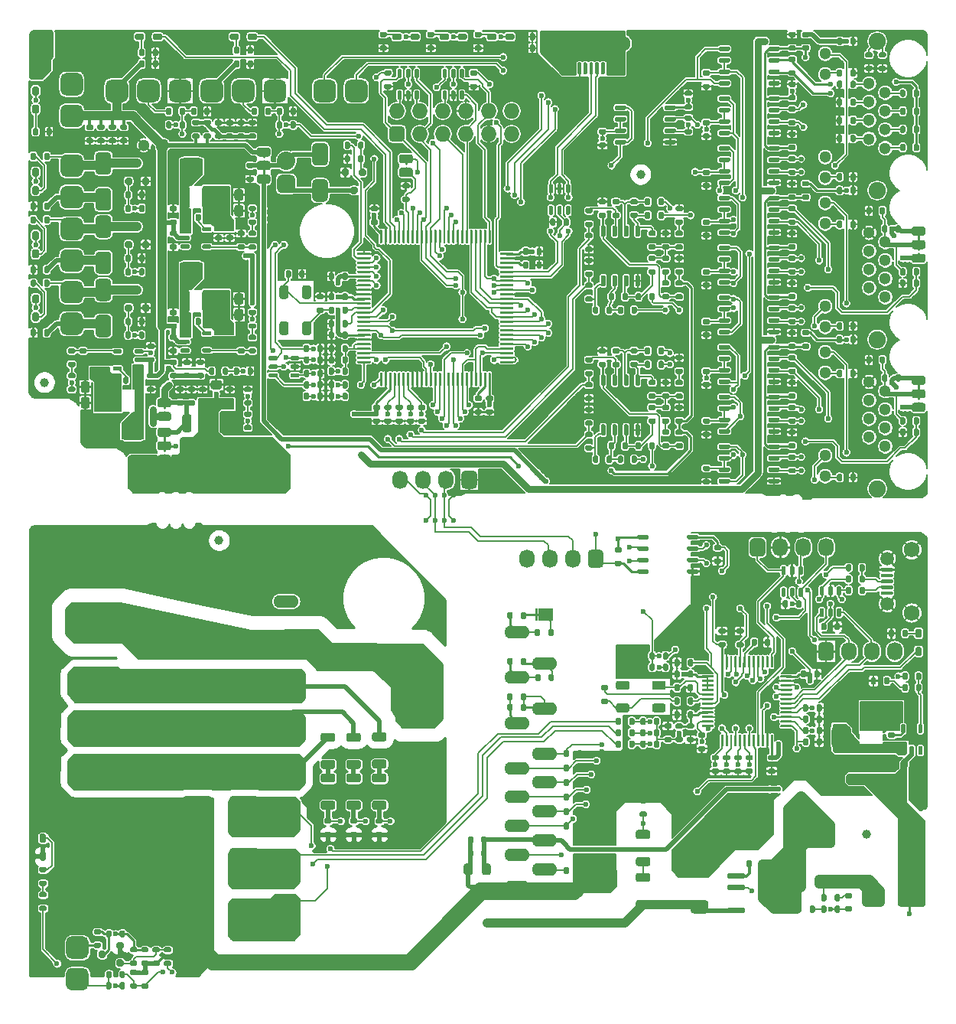
<source format=gtl>
%TF.GenerationSoftware,KiCad,Pcbnew,(5.1.6-rc1-8-gd871a92d1)-1*%
%TF.CreationDate,2020-05-22T14:05:53+02:00*%
%TF.ProjectId,stmbl_4.0,73746d62-6c5f-4342-9e30-2e6b69636164,rev?*%
%TF.SameCoordinates,PXbcd3d80PY2f71ff0*%
%TF.FileFunction,Copper,L1,Top*%
%TF.FilePolarity,Positive*%
%FSLAX46Y46*%
G04 Gerber Fmt 4.6, Leading zero omitted, Abs format (unit mm)*
G04 Created by KiCad (PCBNEW (5.1.6-rc1-8-gd871a92d1)-1) date 2020-05-22 14:05:53*
%MOMM*%
%LPD*%
G01*
G04 APERTURE LIST*
%TA.AperFunction,EtchedComponent*%
%ADD10C,0.100000*%
%TD*%
%TA.AperFunction,EtchedComponent*%
%ADD11C,0.250000*%
%TD*%
%TA.AperFunction,ComponentPad*%
%ADD12C,2.400000*%
%TD*%
%TA.AperFunction,ComponentPad*%
%ADD13O,2.794000X1.397000*%
%TD*%
%TA.AperFunction,ComponentPad*%
%ADD14R,1.397000X1.397000*%
%TD*%
%TA.AperFunction,ComponentPad*%
%ADD15C,3.300000*%
%TD*%
%TA.AperFunction,ComponentPad*%
%ADD16O,3.500000X2.000000*%
%TD*%
%TA.AperFunction,ComponentPad*%
%ADD17O,1.727200X2.032000*%
%TD*%
%TA.AperFunction,ComponentPad*%
%ADD18C,1.300000*%
%TD*%
%TA.AperFunction,SMDPad,CuDef*%
%ADD19C,1.000000*%
%TD*%
%TA.AperFunction,ComponentPad*%
%ADD20C,1.500000*%
%TD*%
%TA.AperFunction,ComponentPad*%
%ADD21C,1.750000*%
%TD*%
%TA.AperFunction,ComponentPad*%
%ADD22O,2.032000X2.032000*%
%TD*%
%TA.AperFunction,ComponentPad*%
%ADD23C,1.900000*%
%TD*%
%TA.AperFunction,ComponentPad*%
%ADD24O,1.727200X1.727200*%
%TD*%
%TA.AperFunction,ViaPad*%
%ADD25C,0.600000*%
%TD*%
%TA.AperFunction,Conductor*%
%ADD26C,0.200000*%
%TD*%
%TA.AperFunction,Conductor*%
%ADD27C,0.250000*%
%TD*%
%TA.AperFunction,Conductor*%
%ADD28C,0.500000*%
%TD*%
%TA.AperFunction,Conductor*%
%ADD29C,0.300000*%
%TD*%
%TA.AperFunction,Conductor*%
%ADD30C,1.000000*%
%TD*%
%TA.AperFunction,Conductor*%
%ADD31C,0.750000*%
%TD*%
%TA.AperFunction,Conductor*%
%ADD32C,0.150000*%
%TD*%
%TA.AperFunction,Conductor*%
%ADD33C,0.400000*%
%TD*%
%TA.AperFunction,Conductor*%
%ADD34C,0.254000*%
%TD*%
G04 APERTURE END LIST*
D10*
G36*
X-41700000Y-64200000D02*
G01*
X-41700000Y-65600000D01*
X-42001500Y-65600000D01*
X-42001500Y-64200000D01*
X-41700000Y-64200000D01*
G37*
G36*
X-43398500Y-64200000D02*
G01*
X-43398500Y-65600000D01*
X-43700000Y-65600000D01*
X-43700000Y-64200000D01*
X-43398500Y-64200000D01*
G37*
D11*
X-58000000Y-16000000D02*
X-58000000Y-15450000D01*
X-58000000Y-14500000D02*
X-58000000Y-15050000D01*
X-84750000Y-41500000D02*
X-84750000Y-42050000D01*
X-84750000Y-43000000D02*
X-84750000Y-42450000D01*
X-84750000Y-44750000D02*
X-84750000Y-46250000D01*
X-84750000Y-46250000D02*
X-84750000Y-46800000D01*
X-84750000Y-47750000D02*
X-84750000Y-47200000D01*
X-1250000Y-39000000D02*
X-1250000Y-40500000D01*
X-1250000Y-40500000D02*
X-1250000Y-41050000D01*
X-1250000Y-42000000D02*
X-1250000Y-41450000D01*
X-73750000Y-16750000D02*
X-73750000Y-15250000D01*
X-73750000Y-15250000D02*
X-73750000Y-14700000D01*
X-73750000Y-13750000D02*
X-73750000Y-14300000D01*
X-1250000Y-22500000D02*
X-1250000Y-24000000D01*
X-1250000Y-24000000D02*
X-1250000Y-24550000D01*
X-1250000Y-25500000D02*
X-1250000Y-24950000D01*
D12*
X-82400000Y-68000000D03*
X-84177978Y-88322372D03*
%TA.AperFunction,SMDPad,CuDef*%
G36*
G01*
X-79500000Y-96774600D02*
X-79500000Y-100725400D01*
G75*
G02*
X-79749600Y-100975000I-249600J0D01*
G01*
X-82450400Y-100975000D01*
G75*
G02*
X-82700000Y-100725400I0J249600D01*
G01*
X-82700000Y-96774600D01*
G75*
G02*
X-82450400Y-96525000I249600J0D01*
G01*
X-79749600Y-96525000D01*
G75*
G02*
X-79500000Y-96774600I0J-249600D01*
G01*
G37*
%TD.AperFunction*%
%TA.AperFunction,SMDPad,CuDef*%
G36*
G01*
X-74300000Y-96775000D02*
X-74300000Y-100725000D01*
G75*
G02*
X-74550000Y-100975000I-250000J0D01*
G01*
X-77250000Y-100975000D01*
G75*
G02*
X-77500000Y-100725000I0J250000D01*
G01*
X-77500000Y-96775000D01*
G75*
G02*
X-77250000Y-96525000I250000J0D01*
G01*
X-74550000Y-96525000D01*
G75*
G02*
X-74300000Y-96775000I0J-250000D01*
G01*
G37*
%TD.AperFunction*%
%TA.AperFunction,SMDPad,CuDef*%
G36*
G01*
X-79500000Y-91024600D02*
X-79500000Y-94975400D01*
G75*
G02*
X-79749600Y-95225000I-249600J0D01*
G01*
X-82450400Y-95225000D01*
G75*
G02*
X-82700000Y-94975400I0J249600D01*
G01*
X-82700000Y-91024600D01*
G75*
G02*
X-82450400Y-90775000I249600J0D01*
G01*
X-79749600Y-90775000D01*
G75*
G02*
X-79500000Y-91024600I0J-249600D01*
G01*
G37*
%TD.AperFunction*%
%TA.AperFunction,SMDPad,CuDef*%
G36*
G01*
X-74300000Y-91025000D02*
X-74300000Y-94975000D01*
G75*
G02*
X-74550000Y-95225000I-250000J0D01*
G01*
X-77250000Y-95225000D01*
G75*
G02*
X-77500000Y-94975000I0J250000D01*
G01*
X-77500000Y-91025000D01*
G75*
G02*
X-77250000Y-90775000I250000J0D01*
G01*
X-74550000Y-90775000D01*
G75*
G02*
X-74300000Y-91025000I0J-250000D01*
G01*
G37*
%TD.AperFunction*%
%TA.AperFunction,SMDPad,CuDef*%
G36*
G01*
X-79500000Y-85274600D02*
X-79500000Y-89225400D01*
G75*
G02*
X-79749600Y-89475000I-249600J0D01*
G01*
X-82450400Y-89475000D01*
G75*
G02*
X-82700000Y-89225400I0J249600D01*
G01*
X-82700000Y-85274600D01*
G75*
G02*
X-82450400Y-85025000I249600J0D01*
G01*
X-79749600Y-85025000D01*
G75*
G02*
X-79500000Y-85274600I0J-249600D01*
G01*
G37*
%TD.AperFunction*%
%TA.AperFunction,SMDPad,CuDef*%
G36*
G01*
X-74300000Y-85275000D02*
X-74300000Y-89225000D01*
G75*
G02*
X-74550000Y-89475000I-250000J0D01*
G01*
X-77250000Y-89475000D01*
G75*
G02*
X-77500000Y-89225000I0J250000D01*
G01*
X-77500000Y-85275000D01*
G75*
G02*
X-77250000Y-85025000I250000J0D01*
G01*
X-74550000Y-85025000D01*
G75*
G02*
X-74300000Y-85275000I0J-250000D01*
G01*
G37*
%TD.AperFunction*%
%TA.AperFunction,SMDPad,CuDef*%
G36*
G01*
X-42245000Y-67152500D02*
X-42245000Y-66647500D01*
G75*
G02*
X-42097500Y-66500000I147500J0D01*
G01*
X-41802500Y-66500000D01*
G75*
G02*
X-41655000Y-66647500I0J-147500D01*
G01*
X-41655000Y-67152500D01*
G75*
G02*
X-41802500Y-67300000I-147500J0D01*
G01*
X-42097500Y-67300000D01*
G75*
G02*
X-42245000Y-67152500I0J147500D01*
G01*
G37*
%TD.AperFunction*%
%TA.AperFunction,SMDPad,CuDef*%
G36*
G01*
X-43745000Y-67152500D02*
X-43745000Y-66647500D01*
G75*
G02*
X-43597500Y-66500000I147500J0D01*
G01*
X-43302500Y-66500000D01*
G75*
G02*
X-43155000Y-66647500I0J-147500D01*
G01*
X-43155000Y-67152500D01*
G75*
G02*
X-43302500Y-67300000I-147500J0D01*
G01*
X-43597500Y-67300000D01*
G75*
G02*
X-43745000Y-67152500I0J147500D01*
G01*
G37*
%TD.AperFunction*%
%TA.AperFunction,SMDPad,CuDef*%
G36*
G01*
X-42195000Y-72152500D02*
X-42195000Y-71647500D01*
G75*
G02*
X-42047500Y-71500000I147500J0D01*
G01*
X-41752500Y-71500000D01*
G75*
G02*
X-41605000Y-71647500I0J-147500D01*
G01*
X-41605000Y-72152500D01*
G75*
G02*
X-41752500Y-72300000I-147500J0D01*
G01*
X-42047500Y-72300000D01*
G75*
G02*
X-42195000Y-72152500I0J147500D01*
G01*
G37*
%TD.AperFunction*%
%TA.AperFunction,SMDPad,CuDef*%
G36*
G01*
X-43695000Y-72152500D02*
X-43695000Y-71647500D01*
G75*
G02*
X-43547500Y-71500000I147500J0D01*
G01*
X-43252500Y-71500000D01*
G75*
G02*
X-43105000Y-71647500I0J-147500D01*
G01*
X-43105000Y-72152500D01*
G75*
G02*
X-43252500Y-72300000I-147500J0D01*
G01*
X-43547500Y-72300000D01*
G75*
G02*
X-43695000Y-72152500I0J147500D01*
G01*
G37*
%TD.AperFunction*%
%TA.AperFunction,SMDPad,CuDef*%
G36*
G01*
X-45295000Y-74252500D02*
X-45295000Y-73747500D01*
G75*
G02*
X-45147500Y-73600000I147500J0D01*
G01*
X-44852500Y-73600000D01*
G75*
G02*
X-44705000Y-73747500I0J-147500D01*
G01*
X-44705000Y-74252500D01*
G75*
G02*
X-44852500Y-74400000I-147500J0D01*
G01*
X-45147500Y-74400000D01*
G75*
G02*
X-45295000Y-74252500I0J147500D01*
G01*
G37*
%TD.AperFunction*%
%TA.AperFunction,SMDPad,CuDef*%
G36*
G01*
X-46795000Y-74252500D02*
X-46795000Y-73747500D01*
G75*
G02*
X-46647500Y-73600000I147500J0D01*
G01*
X-46352500Y-73600000D01*
G75*
G02*
X-46205000Y-73747500I0J-147500D01*
G01*
X-46205000Y-74252500D01*
G75*
G02*
X-46352500Y-74400000I-147500J0D01*
G01*
X-46647500Y-74400000D01*
G75*
G02*
X-46795000Y-74252500I0J147500D01*
G01*
G37*
%TD.AperFunction*%
%TA.AperFunction,SMDPad,CuDef*%
G36*
G01*
X-30455000Y-69247500D02*
X-30455000Y-69752500D01*
G75*
G02*
X-30602500Y-69900000I-147500J0D01*
G01*
X-30897500Y-69900000D01*
G75*
G02*
X-31045000Y-69752500I0J147500D01*
G01*
X-31045000Y-69247500D01*
G75*
G02*
X-30897500Y-69100000I147500J0D01*
G01*
X-30602500Y-69100000D01*
G75*
G02*
X-30455000Y-69247500I0J-147500D01*
G01*
G37*
%TD.AperFunction*%
%TA.AperFunction,SMDPad,CuDef*%
G36*
G01*
X-28955000Y-69247500D02*
X-28955000Y-69752500D01*
G75*
G02*
X-29102500Y-69900000I-147500J0D01*
G01*
X-29397500Y-69900000D01*
G75*
G02*
X-29545000Y-69752500I0J147500D01*
G01*
X-29545000Y-69247500D01*
G75*
G02*
X-29397500Y-69100000I147500J0D01*
G01*
X-29102500Y-69100000D01*
G75*
G02*
X-28955000Y-69247500I0J-147500D01*
G01*
G37*
%TD.AperFunction*%
%TA.AperFunction,SMDPad,CuDef*%
G36*
G01*
X-18245000Y-68252500D02*
X-18245000Y-67747500D01*
G75*
G02*
X-18097500Y-67600000I147500J0D01*
G01*
X-17802500Y-67600000D01*
G75*
G02*
X-17655000Y-67747500I0J-147500D01*
G01*
X-17655000Y-68252500D01*
G75*
G02*
X-17802500Y-68400000I-147500J0D01*
G01*
X-18097500Y-68400000D01*
G75*
G02*
X-18245000Y-68252500I0J147500D01*
G01*
G37*
%TD.AperFunction*%
%TA.AperFunction,SMDPad,CuDef*%
G36*
G01*
X-19745000Y-68252500D02*
X-19745000Y-67747500D01*
G75*
G02*
X-19597500Y-67600000I147500J0D01*
G01*
X-19302500Y-67600000D01*
G75*
G02*
X-19155000Y-67747500I0J-147500D01*
G01*
X-19155000Y-68252500D01*
G75*
G02*
X-19302500Y-68400000I-147500J0D01*
G01*
X-19597500Y-68400000D01*
G75*
G02*
X-19745000Y-68252500I0J147500D01*
G01*
G37*
%TD.AperFunction*%
%TA.AperFunction,SMDPad,CuDef*%
G36*
G01*
X-39045000Y-88552500D02*
X-39045000Y-88047500D01*
G75*
G02*
X-38897500Y-87900000I147500J0D01*
G01*
X-38602500Y-87900000D01*
G75*
G02*
X-38455000Y-88047500I0J-147500D01*
G01*
X-38455000Y-88552500D01*
G75*
G02*
X-38602500Y-88700000I-147500J0D01*
G01*
X-38897500Y-88700000D01*
G75*
G02*
X-39045000Y-88552500I0J147500D01*
G01*
G37*
%TD.AperFunction*%
%TA.AperFunction,SMDPad,CuDef*%
G36*
G01*
X-40545000Y-88552500D02*
X-40545000Y-88047500D01*
G75*
G02*
X-40397500Y-87900000I147500J0D01*
G01*
X-40102500Y-87900000D01*
G75*
G02*
X-39955000Y-88047500I0J-147500D01*
G01*
X-39955000Y-88552500D01*
G75*
G02*
X-40102500Y-88700000I-147500J0D01*
G01*
X-40397500Y-88700000D01*
G75*
G02*
X-40545000Y-88552500I0J147500D01*
G01*
G37*
%TD.AperFunction*%
%TA.AperFunction,SMDPad,CuDef*%
G36*
G01*
X-39045000Y-86952500D02*
X-39045000Y-86447500D01*
G75*
G02*
X-38897500Y-86300000I147500J0D01*
G01*
X-38602500Y-86300000D01*
G75*
G02*
X-38455000Y-86447500I0J-147500D01*
G01*
X-38455000Y-86952500D01*
G75*
G02*
X-38602500Y-87100000I-147500J0D01*
G01*
X-38897500Y-87100000D01*
G75*
G02*
X-39045000Y-86952500I0J147500D01*
G01*
G37*
%TD.AperFunction*%
%TA.AperFunction,SMDPad,CuDef*%
G36*
G01*
X-40545000Y-86952500D02*
X-40545000Y-86447500D01*
G75*
G02*
X-40397500Y-86300000I147500J0D01*
G01*
X-40102500Y-86300000D01*
G75*
G02*
X-39955000Y-86447500I0J-147500D01*
G01*
X-39955000Y-86952500D01*
G75*
G02*
X-40102500Y-87100000I-147500J0D01*
G01*
X-40397500Y-87100000D01*
G75*
G02*
X-40545000Y-86952500I0J147500D01*
G01*
G37*
%TD.AperFunction*%
%TA.AperFunction,SMDPad,CuDef*%
G36*
G01*
X-39045000Y-85352500D02*
X-39045000Y-84847500D01*
G75*
G02*
X-38897500Y-84700000I147500J0D01*
G01*
X-38602500Y-84700000D01*
G75*
G02*
X-38455000Y-84847500I0J-147500D01*
G01*
X-38455000Y-85352500D01*
G75*
G02*
X-38602500Y-85500000I-147500J0D01*
G01*
X-38897500Y-85500000D01*
G75*
G02*
X-39045000Y-85352500I0J147500D01*
G01*
G37*
%TD.AperFunction*%
%TA.AperFunction,SMDPad,CuDef*%
G36*
G01*
X-40545000Y-85352500D02*
X-40545000Y-84847500D01*
G75*
G02*
X-40397500Y-84700000I147500J0D01*
G01*
X-40102500Y-84700000D01*
G75*
G02*
X-39955000Y-84847500I0J-147500D01*
G01*
X-39955000Y-85352500D01*
G75*
G02*
X-40102500Y-85500000I-147500J0D01*
G01*
X-40397500Y-85500000D01*
G75*
G02*
X-40545000Y-85352500I0J147500D01*
G01*
G37*
%TD.AperFunction*%
%TA.AperFunction,SMDPad,CuDef*%
G36*
G01*
X-39045000Y-83752500D02*
X-39045000Y-83247500D01*
G75*
G02*
X-38897500Y-83100000I147500J0D01*
G01*
X-38602500Y-83100000D01*
G75*
G02*
X-38455000Y-83247500I0J-147500D01*
G01*
X-38455000Y-83752500D01*
G75*
G02*
X-38602500Y-83900000I-147500J0D01*
G01*
X-38897500Y-83900000D01*
G75*
G02*
X-39045000Y-83752500I0J147500D01*
G01*
G37*
%TD.AperFunction*%
%TA.AperFunction,SMDPad,CuDef*%
G36*
G01*
X-40545000Y-83752500D02*
X-40545000Y-83247500D01*
G75*
G02*
X-40397500Y-83100000I147500J0D01*
G01*
X-40102500Y-83100000D01*
G75*
G02*
X-39955000Y-83247500I0J-147500D01*
G01*
X-39955000Y-83752500D01*
G75*
G02*
X-40102500Y-83900000I-147500J0D01*
G01*
X-40397500Y-83900000D01*
G75*
G02*
X-40545000Y-83752500I0J147500D01*
G01*
G37*
%TD.AperFunction*%
%TA.AperFunction,SMDPad,CuDef*%
G36*
G01*
X-39042000Y-82152500D02*
X-39042000Y-81647500D01*
G75*
G02*
X-38894500Y-81500000I147500J0D01*
G01*
X-38599500Y-81500000D01*
G75*
G02*
X-38452000Y-81647500I0J-147500D01*
G01*
X-38452000Y-82152500D01*
G75*
G02*
X-38599500Y-82300000I-147500J0D01*
G01*
X-38894500Y-82300000D01*
G75*
G02*
X-39042000Y-82152500I0J147500D01*
G01*
G37*
%TD.AperFunction*%
%TA.AperFunction,SMDPad,CuDef*%
G36*
G01*
X-40542000Y-82152500D02*
X-40542000Y-81647500D01*
G75*
G02*
X-40394500Y-81500000I147500J0D01*
G01*
X-40099500Y-81500000D01*
G75*
G02*
X-39952000Y-81647500I0J-147500D01*
G01*
X-39952000Y-82152500D01*
G75*
G02*
X-40099500Y-82300000I-147500J0D01*
G01*
X-40394500Y-82300000D01*
G75*
G02*
X-40542000Y-82152500I0J147500D01*
G01*
G37*
%TD.AperFunction*%
%TA.AperFunction,SMDPad,CuDef*%
G36*
G01*
X-39042000Y-80552500D02*
X-39042000Y-80047500D01*
G75*
G02*
X-38894500Y-79900000I147500J0D01*
G01*
X-38599500Y-79900000D01*
G75*
G02*
X-38452000Y-80047500I0J-147500D01*
G01*
X-38452000Y-80552500D01*
G75*
G02*
X-38599500Y-80700000I-147500J0D01*
G01*
X-38894500Y-80700000D01*
G75*
G02*
X-39042000Y-80552500I0J147500D01*
G01*
G37*
%TD.AperFunction*%
%TA.AperFunction,SMDPad,CuDef*%
G36*
G01*
X-40542000Y-80552500D02*
X-40542000Y-80047500D01*
G75*
G02*
X-40394500Y-79900000I147500J0D01*
G01*
X-40099500Y-79900000D01*
G75*
G02*
X-39952000Y-80047500I0J-147500D01*
G01*
X-39952000Y-80552500D01*
G75*
G02*
X-40099500Y-80700000I-147500J0D01*
G01*
X-40394500Y-80700000D01*
G75*
G02*
X-40542000Y-80552500I0J147500D01*
G01*
G37*
%TD.AperFunction*%
%TA.AperFunction,SMDPad,CuDef*%
G36*
G01*
X-74660415Y-68269851D02*
X-75883099Y-68009961D01*
G75*
G02*
X-76171937Y-67565189I77967J366805D01*
G01*
X-76016003Y-66831578D01*
G75*
G02*
X-75571231Y-66542740I366805J-77967D01*
G01*
X-74348547Y-66802629D01*
G75*
G02*
X-74059709Y-67247401I-77967J-366805D01*
G01*
X-74215643Y-67981012D01*
G75*
G02*
X-74660415Y-68269850I-366805J77967D01*
G01*
G37*
%TD.AperFunction*%
%TA.AperFunction,SMDPad,CuDef*%
G36*
G01*
X-73828769Y-64357261D02*
X-75051453Y-64097371D01*
G75*
G02*
X-75340291Y-63652599I77967J366805D01*
G01*
X-75184357Y-62918988D01*
G75*
G02*
X-74739585Y-62630150I366805J-77967D01*
G01*
X-73516901Y-62890039D01*
G75*
G02*
X-73228063Y-63334811I-77967J-366805D01*
G01*
X-73383997Y-64068422D01*
G75*
G02*
X-73828769Y-64357260I-366805J77967D01*
G01*
G37*
%TD.AperFunction*%
D13*
X-71300000Y-63445000D03*
X-71300000Y-68175000D03*
X-71300000Y-72905000D03*
X-71300000Y-77635000D03*
X-71300000Y-82365000D03*
X-71300000Y-87095000D03*
X-71300000Y-91825000D03*
X-71300000Y-96555000D03*
X-45700000Y-95100000D03*
X-42700000Y-93100000D03*
X-45700000Y-91500000D03*
X-42700000Y-89900000D03*
X-45700000Y-88300000D03*
X-42700000Y-86700000D03*
X-45700000Y-85100000D03*
X-42700000Y-83500000D03*
X-45700000Y-81900000D03*
X-42700000Y-80300000D03*
X-45700000Y-76900000D03*
X-42700000Y-75300000D03*
X-45700000Y-71900000D03*
X-42700000Y-70300000D03*
X-45700000Y-66900000D03*
D14*
X-42700000Y-64900000D03*
%TA.AperFunction,ComponentPad*%
G36*
G01*
X-56925000Y-73450000D02*
X-55275000Y-73450000D01*
G75*
G02*
X-54450000Y-74275000I0J-825000D01*
G01*
X-54450000Y-75925000D01*
G75*
G02*
X-55275000Y-76750000I-825000J0D01*
G01*
X-56925000Y-76750000D01*
G75*
G02*
X-57750000Y-75925000I0J825000D01*
G01*
X-57750000Y-74275000D01*
G75*
G02*
X-56925000Y-73450000I825000J0D01*
G01*
G37*
%TD.AperFunction*%
D15*
X-56100000Y-85100000D03*
%TA.AperFunction,SMDPad,CuDef*%
G36*
G01*
X-46175000Y-69851500D02*
X-46175000Y-70356500D01*
G75*
G02*
X-46322500Y-70504000I-147500J0D01*
G01*
X-46617500Y-70504000D01*
G75*
G02*
X-46765000Y-70356500I0J147500D01*
G01*
X-46765000Y-69851500D01*
G75*
G02*
X-46617500Y-69704000I147500J0D01*
G01*
X-46322500Y-69704000D01*
G75*
G02*
X-46175000Y-69851500I0J-147500D01*
G01*
G37*
%TD.AperFunction*%
%TA.AperFunction,SMDPad,CuDef*%
G36*
G01*
X-44675000Y-69851500D02*
X-44675000Y-70356500D01*
G75*
G02*
X-44822500Y-70504000I-147500J0D01*
G01*
X-45117500Y-70504000D01*
G75*
G02*
X-45265000Y-70356500I0J147500D01*
G01*
X-45265000Y-69851500D01*
G75*
G02*
X-45117500Y-69704000I147500J0D01*
G01*
X-44822500Y-69704000D01*
G75*
G02*
X-44675000Y-69851500I0J-147500D01*
G01*
G37*
%TD.AperFunction*%
%TA.AperFunction,SMDPad,CuDef*%
G36*
G01*
X-46175000Y-74931500D02*
X-46175000Y-75436500D01*
G75*
G02*
X-46322500Y-75584000I-147500J0D01*
G01*
X-46617500Y-75584000D01*
G75*
G02*
X-46765000Y-75436500I0J147500D01*
G01*
X-46765000Y-74931500D01*
G75*
G02*
X-46617500Y-74784000I147500J0D01*
G01*
X-46322500Y-74784000D01*
G75*
G02*
X-46175000Y-74931500I0J-147500D01*
G01*
G37*
%TD.AperFunction*%
%TA.AperFunction,SMDPad,CuDef*%
G36*
G01*
X-44675000Y-74931500D02*
X-44675000Y-75436500D01*
G75*
G02*
X-44822500Y-75584000I-147500J0D01*
G01*
X-45117500Y-75584000D01*
G75*
G02*
X-45265000Y-75436500I0J147500D01*
G01*
X-45265000Y-74931500D01*
G75*
G02*
X-45117500Y-74784000I147500J0D01*
G01*
X-44822500Y-74784000D01*
G75*
G02*
X-44675000Y-74931500I0J-147500D01*
G01*
G37*
%TD.AperFunction*%
%TA.AperFunction,SMDPad,CuDef*%
G36*
G01*
X-46175000Y-64771500D02*
X-46175000Y-65276500D01*
G75*
G02*
X-46322500Y-65424000I-147500J0D01*
G01*
X-46617500Y-65424000D01*
G75*
G02*
X-46765000Y-65276500I0J147500D01*
G01*
X-46765000Y-64771500D01*
G75*
G02*
X-46617500Y-64624000I147500J0D01*
G01*
X-46322500Y-64624000D01*
G75*
G02*
X-46175000Y-64771500I0J-147500D01*
G01*
G37*
%TD.AperFunction*%
%TA.AperFunction,SMDPad,CuDef*%
G36*
G01*
X-44675000Y-64771500D02*
X-44675000Y-65276500D01*
G75*
G02*
X-44822500Y-65424000I-147500J0D01*
G01*
X-45117500Y-65424000D01*
G75*
G02*
X-45265000Y-65276500I0J147500D01*
G01*
X-45265000Y-64771500D01*
G75*
G02*
X-45117500Y-64624000I147500J0D01*
G01*
X-44822500Y-64624000D01*
G75*
G02*
X-44675000Y-64771500I0J-147500D01*
G01*
G37*
%TD.AperFunction*%
%TA.AperFunction,SMDPad,CuDef*%
G36*
G01*
X-85544592Y-66013556D02*
X-86767276Y-65753666D01*
G75*
G02*
X-87056114Y-65308894I77967J366805D01*
G01*
X-86900180Y-64575283D01*
G75*
G02*
X-86455408Y-64286445I366805J-77967D01*
G01*
X-85232724Y-64546334D01*
G75*
G02*
X-84943886Y-64991106I-77967J-366805D01*
G01*
X-85099820Y-65724717D01*
G75*
G02*
X-85544592Y-66013555I-366805J77967D01*
G01*
G37*
%TD.AperFunction*%
%TA.AperFunction,SMDPad,CuDef*%
G36*
G01*
X-84712946Y-62100966D02*
X-85935630Y-61841076D01*
G75*
G02*
X-86224468Y-61396304I77967J366805D01*
G01*
X-86068534Y-60662693D01*
G75*
G02*
X-85623762Y-60373855I366805J-77967D01*
G01*
X-84401078Y-60633744D01*
G75*
G02*
X-84112240Y-61078516I-77967J-366805D01*
G01*
X-84268174Y-61812127D01*
G75*
G02*
X-84712946Y-62100965I-366805J77967D01*
G01*
G37*
%TD.AperFunction*%
%TA.AperFunction,SMDPad,CuDef*%
G36*
G01*
X-80094592Y-67213556D02*
X-81317276Y-66953666D01*
G75*
G02*
X-81606114Y-66508894I77967J366805D01*
G01*
X-81450180Y-65775283D01*
G75*
G02*
X-81005408Y-65486445I366805J-77967D01*
G01*
X-79782724Y-65746334D01*
G75*
G02*
X-79493886Y-66191106I-77967J-366805D01*
G01*
X-79649820Y-66924717D01*
G75*
G02*
X-80094592Y-67213555I-366805J77967D01*
G01*
G37*
%TD.AperFunction*%
%TA.AperFunction,SMDPad,CuDef*%
G36*
G01*
X-79262946Y-63300966D02*
X-80485630Y-63041076D01*
G75*
G02*
X-80774468Y-62596304I77967J366805D01*
G01*
X-80618534Y-61862693D01*
G75*
G02*
X-80173762Y-61573855I366805J-77967D01*
G01*
X-78951078Y-61833744D01*
G75*
G02*
X-78662240Y-62278516I-77967J-366805D01*
G01*
X-78818174Y-63012127D01*
G75*
G02*
X-79262946Y-63300965I-366805J77967D01*
G01*
G37*
%TD.AperFunction*%
%TA.AperFunction,SMDPad,CuDef*%
G36*
G01*
X-82844592Y-66563556D02*
X-84067276Y-66303666D01*
G75*
G02*
X-84356114Y-65858894I77967J366805D01*
G01*
X-84200180Y-65125283D01*
G75*
G02*
X-83755408Y-64836445I366805J-77967D01*
G01*
X-82532724Y-65096334D01*
G75*
G02*
X-82243886Y-65541106I-77967J-366805D01*
G01*
X-82399820Y-66274717D01*
G75*
G02*
X-82844592Y-66563555I-366805J77967D01*
G01*
G37*
%TD.AperFunction*%
%TA.AperFunction,SMDPad,CuDef*%
G36*
G01*
X-82012946Y-62650966D02*
X-83235630Y-62391076D01*
G75*
G02*
X-83524468Y-61946304I77967J366805D01*
G01*
X-83368534Y-61212693D01*
G75*
G02*
X-82923762Y-60923855I366805J-77967D01*
G01*
X-81701078Y-61183744D01*
G75*
G02*
X-81412240Y-61628516I-77967J-366805D01*
G01*
X-81568174Y-62362127D01*
G75*
G02*
X-82012946Y-62650965I-366805J77967D01*
G01*
G37*
%TD.AperFunction*%
%TA.AperFunction,SMDPad,CuDef*%
G36*
G01*
X-77344592Y-67713556D02*
X-78567276Y-67453666D01*
G75*
G02*
X-78856114Y-67008894I77967J366805D01*
G01*
X-78700180Y-66275283D01*
G75*
G02*
X-78255408Y-65986445I366805J-77967D01*
G01*
X-77032724Y-66246334D01*
G75*
G02*
X-76743886Y-66691106I-77967J-366805D01*
G01*
X-76899820Y-67424717D01*
G75*
G02*
X-77344592Y-67713555I-366805J77967D01*
G01*
G37*
%TD.AperFunction*%
%TA.AperFunction,SMDPad,CuDef*%
G36*
G01*
X-76512946Y-63800966D02*
X-77735630Y-63541076D01*
G75*
G02*
X-78024468Y-63096304I77967J366805D01*
G01*
X-77868534Y-62362693D01*
G75*
G02*
X-77423762Y-62073855I366805J-77967D01*
G01*
X-76201078Y-62333744D01*
G75*
G02*
X-75912240Y-62778516I-77967J-366805D01*
G01*
X-76068174Y-63512127D01*
G75*
G02*
X-76512946Y-63800965I-366805J77967D01*
G01*
G37*
%TD.AperFunction*%
%TA.AperFunction,SMDPad,CuDef*%
G36*
G01*
X-88244592Y-65413556D02*
X-89467276Y-65153666D01*
G75*
G02*
X-89756114Y-64708894I77967J366805D01*
G01*
X-89600180Y-63975283D01*
G75*
G02*
X-89155408Y-63686445I366805J-77967D01*
G01*
X-87932724Y-63946334D01*
G75*
G02*
X-87643886Y-64391106I-77967J-366805D01*
G01*
X-87799820Y-65124717D01*
G75*
G02*
X-88244592Y-65413555I-366805J77967D01*
G01*
G37*
%TD.AperFunction*%
%TA.AperFunction,SMDPad,CuDef*%
G36*
G01*
X-87412946Y-61500966D02*
X-88635630Y-61241076D01*
G75*
G02*
X-88924468Y-60796304I77967J366805D01*
G01*
X-88768534Y-60062693D01*
G75*
G02*
X-88323762Y-59773855I366805J-77967D01*
G01*
X-87101078Y-60033744D01*
G75*
G02*
X-86812240Y-60478516I-77967J-366805D01*
G01*
X-86968174Y-61212127D01*
G75*
G02*
X-87412946Y-61500965I-366805J77967D01*
G01*
G37*
%TD.AperFunction*%
%TA.AperFunction,SMDPad,CuDef*%
G36*
G01*
X-97947500Y-93445000D02*
X-98452500Y-93445000D01*
G75*
G02*
X-98600000Y-93297500I0J147500D01*
G01*
X-98600000Y-93002500D01*
G75*
G02*
X-98452500Y-92855000I147500J0D01*
G01*
X-97947500Y-92855000D01*
G75*
G02*
X-97800000Y-93002500I0J-147500D01*
G01*
X-97800000Y-93297500D01*
G75*
G02*
X-97947500Y-93445000I-147500J0D01*
G01*
G37*
%TD.AperFunction*%
%TA.AperFunction,SMDPad,CuDef*%
G36*
G01*
X-97947500Y-94945000D02*
X-98452500Y-94945000D01*
G75*
G02*
X-98600000Y-94797500I0J147500D01*
G01*
X-98600000Y-94502500D01*
G75*
G02*
X-98452500Y-94355000I147500J0D01*
G01*
X-97947500Y-94355000D01*
G75*
G02*
X-97800000Y-94502500I0J-147500D01*
G01*
X-97800000Y-94797500D01*
G75*
G02*
X-97947500Y-94945000I-147500J0D01*
G01*
G37*
%TD.AperFunction*%
%TA.AperFunction,SMDPad,CuDef*%
G36*
G01*
X-97947500Y-96195000D02*
X-98452500Y-96195000D01*
G75*
G02*
X-98600000Y-96047500I0J147500D01*
G01*
X-98600000Y-95752500D01*
G75*
G02*
X-98452500Y-95605000I147500J0D01*
G01*
X-97947500Y-95605000D01*
G75*
G02*
X-97800000Y-95752500I0J-147500D01*
G01*
X-97800000Y-96047500D01*
G75*
G02*
X-97947500Y-96195000I-147500J0D01*
G01*
G37*
%TD.AperFunction*%
%TA.AperFunction,SMDPad,CuDef*%
G36*
G01*
X-97947500Y-97695000D02*
X-98452500Y-97695000D01*
G75*
G02*
X-98600000Y-97547500I0J147500D01*
G01*
X-98600000Y-97252500D01*
G75*
G02*
X-98452500Y-97105000I147500J0D01*
G01*
X-97947500Y-97105000D01*
G75*
G02*
X-97800000Y-97252500I0J-147500D01*
G01*
X-97800000Y-97547500D01*
G75*
G02*
X-97947500Y-97695000I-147500J0D01*
G01*
G37*
%TD.AperFunction*%
%TA.AperFunction,SMDPad,CuDef*%
G36*
G01*
X-98387500Y-89150000D02*
X-98012500Y-89150000D01*
G75*
G02*
X-97825000Y-89337500I0J-187500D01*
G01*
X-97825000Y-89962500D01*
G75*
G02*
X-98012500Y-90150000I-187500J0D01*
G01*
X-98387500Y-90150000D01*
G75*
G02*
X-98575000Y-89962500I0J187500D01*
G01*
X-98575000Y-89337500D01*
G75*
G02*
X-98387500Y-89150000I187500J0D01*
G01*
G37*
%TD.AperFunction*%
%TA.AperFunction,SMDPad,CuDef*%
G36*
G01*
X-98387500Y-91150000D02*
X-98012500Y-91150000D01*
G75*
G02*
X-97825000Y-91337500I0J-187500D01*
G01*
X-97825000Y-91962500D01*
G75*
G02*
X-98012500Y-92150000I-187500J0D01*
G01*
X-98387500Y-92150000D01*
G75*
G02*
X-98575000Y-91962500I0J187500D01*
G01*
X-98575000Y-91337500D01*
G75*
G02*
X-98387500Y-91150000I187500J0D01*
G01*
G37*
%TD.AperFunction*%
D16*
X-93000000Y-65330000D03*
X-93000000Y-60250000D03*
D17*
X-58620000Y-50000000D03*
X-56080000Y-50000000D03*
X-53540000Y-50000000D03*
%TA.AperFunction,ComponentPad*%
G36*
G01*
X-51431800Y-48984000D02*
X-50568200Y-48984000D01*
G75*
G02*
X-50136400Y-49415800I0J-431800D01*
G01*
X-50136400Y-50584200D01*
G75*
G02*
X-50568200Y-51016000I-431800J0D01*
G01*
X-51431800Y-51016000D01*
G75*
G02*
X-51863600Y-50584200I0J431800D01*
G01*
X-51863600Y-49415800D01*
G75*
G02*
X-51431800Y-48984000I431800J0D01*
G01*
G37*
%TD.AperFunction*%
D18*
X-87000000Y-13000000D03*
%TA.AperFunction,ComponentPad*%
G36*
G01*
X-84350000Y-12675000D02*
X-84350000Y-13325000D01*
G75*
G02*
X-84675000Y-13650000I-325000J0D01*
G01*
X-85325000Y-13650000D01*
G75*
G02*
X-85650000Y-13325000I0J325000D01*
G01*
X-85650000Y-12675000D01*
G75*
G02*
X-85325000Y-12350000I325000J0D01*
G01*
X-84675000Y-12350000D01*
G75*
G02*
X-84350000Y-12675000I0J-325000D01*
G01*
G37*
%TD.AperFunction*%
D19*
X-78700000Y-56700000D03*
X-32000000Y-16250000D03*
X-98000000Y-39250000D03*
X-7000000Y-89250000D03*
%TA.AperFunction,SMDPad,CuDef*%
G36*
G01*
X-58500000Y-14000000D02*
X-57500000Y-14000000D01*
G75*
G02*
X-57250000Y-14250000I0J-250000D01*
G01*
X-57250000Y-14750000D01*
G75*
G02*
X-57500000Y-15000000I-250000J0D01*
G01*
X-58500000Y-15000000D01*
G75*
G02*
X-58750000Y-14750000I0J250000D01*
G01*
X-58750000Y-14250000D01*
G75*
G02*
X-58500000Y-14000000I250000J0D01*
G01*
G37*
%TD.AperFunction*%
%TA.AperFunction,SMDPad,CuDef*%
G36*
G01*
X-58500000Y-15500000D02*
X-57500000Y-15500000D01*
G75*
G02*
X-57250000Y-15750000I0J-250000D01*
G01*
X-57250000Y-16250000D01*
G75*
G02*
X-57500000Y-16500000I-250000J0D01*
G01*
X-58500000Y-16500000D01*
G75*
G02*
X-58750000Y-16250000I0J250000D01*
G01*
X-58750000Y-15750000D01*
G75*
G02*
X-58500000Y-15500000I250000J0D01*
G01*
G37*
%TD.AperFunction*%
%TA.AperFunction,SMDPad,CuDef*%
G36*
G01*
X-84250000Y-43500000D02*
X-85250000Y-43500000D01*
G75*
G02*
X-85500000Y-43250000I0J250000D01*
G01*
X-85500000Y-42750000D01*
G75*
G02*
X-85250000Y-42500000I250000J0D01*
G01*
X-84250000Y-42500000D01*
G75*
G02*
X-84000000Y-42750000I0J-250000D01*
G01*
X-84000000Y-43250000D01*
G75*
G02*
X-84250000Y-43500000I-250000J0D01*
G01*
G37*
%TD.AperFunction*%
%TA.AperFunction,SMDPad,CuDef*%
G36*
G01*
X-84250000Y-42000000D02*
X-85250000Y-42000000D01*
G75*
G02*
X-85500000Y-41750000I0J250000D01*
G01*
X-85500000Y-41250000D01*
G75*
G02*
X-85250000Y-41000000I250000J0D01*
G01*
X-84250000Y-41000000D01*
G75*
G02*
X-84000000Y-41250000I0J-250000D01*
G01*
X-84000000Y-41750000D01*
G75*
G02*
X-84250000Y-42000000I-250000J0D01*
G01*
G37*
%TD.AperFunction*%
%TA.AperFunction,SMDPad,CuDef*%
G36*
G01*
X-17400000Y-93545000D02*
X-15700000Y-93545000D01*
G75*
G02*
X-15550000Y-93695000I0J-150000D01*
G01*
X-15550000Y-93995000D01*
G75*
G02*
X-15700000Y-94145000I-150000J0D01*
G01*
X-17400000Y-94145000D01*
G75*
G02*
X-17550000Y-93995000I0J150000D01*
G01*
X-17550000Y-93695000D01*
G75*
G02*
X-17400000Y-93545000I150000J0D01*
G01*
G37*
%TD.AperFunction*%
%TA.AperFunction,SMDPad,CuDef*%
G36*
G01*
X-17400000Y-94815000D02*
X-15700000Y-94815000D01*
G75*
G02*
X-15550000Y-94965000I0J-150000D01*
G01*
X-15550000Y-95265000D01*
G75*
G02*
X-15700000Y-95415000I-150000J0D01*
G01*
X-17400000Y-95415000D01*
G75*
G02*
X-17550000Y-95265000I0J150000D01*
G01*
X-17550000Y-94965000D01*
G75*
G02*
X-17400000Y-94815000I150000J0D01*
G01*
G37*
%TD.AperFunction*%
%TA.AperFunction,SMDPad,CuDef*%
G36*
G01*
X-17400000Y-96085000D02*
X-15700000Y-96085000D01*
G75*
G02*
X-15550000Y-96235000I0J-150000D01*
G01*
X-15550000Y-96535000D01*
G75*
G02*
X-15700000Y-96685000I-150000J0D01*
G01*
X-17400000Y-96685000D01*
G75*
G02*
X-17550000Y-96535000I0J150000D01*
G01*
X-17550000Y-96235000D01*
G75*
G02*
X-17400000Y-96085000I150000J0D01*
G01*
G37*
%TD.AperFunction*%
%TA.AperFunction,SMDPad,CuDef*%
G36*
G01*
X-17400000Y-97355000D02*
X-15700000Y-97355000D01*
G75*
G02*
X-15550000Y-97505000I0J-150000D01*
G01*
X-15550000Y-97805000D01*
G75*
G02*
X-15700000Y-97955000I-150000J0D01*
G01*
X-17400000Y-97955000D01*
G75*
G02*
X-17550000Y-97805000I0J150000D01*
G01*
X-17550000Y-97505000D01*
G75*
G02*
X-17400000Y-97355000I150000J0D01*
G01*
G37*
%TD.AperFunction*%
%TA.AperFunction,SMDPad,CuDef*%
G36*
G01*
X-22300000Y-97355000D02*
X-20600000Y-97355000D01*
G75*
G02*
X-20450000Y-97505000I0J-150000D01*
G01*
X-20450000Y-97805000D01*
G75*
G02*
X-20600000Y-97955000I-150000J0D01*
G01*
X-22300000Y-97955000D01*
G75*
G02*
X-22450000Y-97805000I0J150000D01*
G01*
X-22450000Y-97505000D01*
G75*
G02*
X-22300000Y-97355000I150000J0D01*
G01*
G37*
%TD.AperFunction*%
%TA.AperFunction,SMDPad,CuDef*%
G36*
G01*
X-22300000Y-94815000D02*
X-20600000Y-94815000D01*
G75*
G02*
X-20450000Y-94965000I0J-150000D01*
G01*
X-20450000Y-95265000D01*
G75*
G02*
X-20600000Y-95415000I-150000J0D01*
G01*
X-22300000Y-95415000D01*
G75*
G02*
X-22450000Y-95265000I0J150000D01*
G01*
X-22450000Y-94965000D01*
G75*
G02*
X-22300000Y-94815000I150000J0D01*
G01*
G37*
%TD.AperFunction*%
%TA.AperFunction,SMDPad,CuDef*%
G36*
G01*
X-22300000Y-93545000D02*
X-20600000Y-93545000D01*
G75*
G02*
X-20450000Y-93695000I0J-150000D01*
G01*
X-20450000Y-93995000D01*
G75*
G02*
X-20600000Y-94145000I-150000J0D01*
G01*
X-22300000Y-94145000D01*
G75*
G02*
X-22450000Y-93995000I0J150000D01*
G01*
X-22450000Y-93695000D01*
G75*
G02*
X-22300000Y-93545000I150000J0D01*
G01*
G37*
%TD.AperFunction*%
%TA.AperFunction,SMDPad,CuDef*%
G36*
G01*
X-99187500Y-29500000D02*
X-98812500Y-29500000D01*
G75*
G02*
X-98625000Y-29687500I0J-187500D01*
G01*
X-98625000Y-30312500D01*
G75*
G02*
X-98812500Y-30500000I-187500J0D01*
G01*
X-99187500Y-30500000D01*
G75*
G02*
X-99375000Y-30312500I0J187500D01*
G01*
X-99375000Y-29687500D01*
G75*
G02*
X-99187500Y-29500000I187500J0D01*
G01*
G37*
%TD.AperFunction*%
%TA.AperFunction,SMDPad,CuDef*%
G36*
G01*
X-99187500Y-31500000D02*
X-98812500Y-31500000D01*
G75*
G02*
X-98625000Y-31687500I0J-187500D01*
G01*
X-98625000Y-32312500D01*
G75*
G02*
X-98812500Y-32500000I-187500J0D01*
G01*
X-99187500Y-32500000D01*
G75*
G02*
X-99375000Y-32312500I0J187500D01*
G01*
X-99375000Y-31687500D01*
G75*
G02*
X-99187500Y-31500000I187500J0D01*
G01*
G37*
%TD.AperFunction*%
%TA.AperFunction,SMDPad,CuDef*%
G36*
G01*
X-99187500Y-22500000D02*
X-98812500Y-22500000D01*
G75*
G02*
X-98625000Y-22687500I0J-187500D01*
G01*
X-98625000Y-23312500D01*
G75*
G02*
X-98812500Y-23500000I-187500J0D01*
G01*
X-99187500Y-23500000D01*
G75*
G02*
X-99375000Y-23312500I0J187500D01*
G01*
X-99375000Y-22687500D01*
G75*
G02*
X-99187500Y-22500000I187500J0D01*
G01*
G37*
%TD.AperFunction*%
%TA.AperFunction,SMDPad,CuDef*%
G36*
G01*
X-99187500Y-24500000D02*
X-98812500Y-24500000D01*
G75*
G02*
X-98625000Y-24687500I0J-187500D01*
G01*
X-98625000Y-25312500D01*
G75*
G02*
X-98812500Y-25500000I-187500J0D01*
G01*
X-99187500Y-25500000D01*
G75*
G02*
X-99375000Y-25312500I0J187500D01*
G01*
X-99375000Y-24687500D01*
G75*
G02*
X-99187500Y-24500000I187500J0D01*
G01*
G37*
%TD.AperFunction*%
%TA.AperFunction,SMDPad,CuDef*%
G36*
G01*
X-99187500Y-15500000D02*
X-98812500Y-15500000D01*
G75*
G02*
X-98625000Y-15687500I0J-187500D01*
G01*
X-98625000Y-16312500D01*
G75*
G02*
X-98812500Y-16500000I-187500J0D01*
G01*
X-99187500Y-16500000D01*
G75*
G02*
X-99375000Y-16312500I0J187500D01*
G01*
X-99375000Y-15687500D01*
G75*
G02*
X-99187500Y-15500000I187500J0D01*
G01*
G37*
%TD.AperFunction*%
%TA.AperFunction,SMDPad,CuDef*%
G36*
G01*
X-99187500Y-17500000D02*
X-98812500Y-17500000D01*
G75*
G02*
X-98625000Y-17687500I0J-187500D01*
G01*
X-98625000Y-18312500D01*
G75*
G02*
X-98812500Y-18500000I-187500J0D01*
G01*
X-99187500Y-18500000D01*
G75*
G02*
X-99375000Y-18312500I0J187500D01*
G01*
X-99375000Y-17687500D01*
G75*
G02*
X-99187500Y-17500000I187500J0D01*
G01*
G37*
%TD.AperFunction*%
%TA.AperFunction,SMDPad,CuDef*%
G36*
G01*
X-46000000Y-812500D02*
X-46000000Y-1187500D01*
G75*
G02*
X-46187500Y-1375000I-187500J0D01*
G01*
X-46812500Y-1375000D01*
G75*
G02*
X-47000000Y-1187500I0J187500D01*
G01*
X-47000000Y-812500D01*
G75*
G02*
X-46812500Y-625000I187500J0D01*
G01*
X-46187500Y-625000D01*
G75*
G02*
X-46000000Y-812500I0J-187500D01*
G01*
G37*
%TD.AperFunction*%
%TA.AperFunction,SMDPad,CuDef*%
G36*
G01*
X-48000000Y-812500D02*
X-48000000Y-1187500D01*
G75*
G02*
X-48187500Y-1375000I-187500J0D01*
G01*
X-48812500Y-1375000D01*
G75*
G02*
X-49000000Y-1187500I0J187500D01*
G01*
X-49000000Y-812500D01*
G75*
G02*
X-48812500Y-625000I187500J0D01*
G01*
X-48187500Y-625000D01*
G75*
G02*
X-48000000Y-812500I0J-187500D01*
G01*
G37*
%TD.AperFunction*%
%TA.AperFunction,SMDPad,CuDef*%
G36*
G01*
X-51250000Y-812500D02*
X-51250000Y-1187500D01*
G75*
G02*
X-51437500Y-1375000I-187500J0D01*
G01*
X-52062500Y-1375000D01*
G75*
G02*
X-52250000Y-1187500I0J187500D01*
G01*
X-52250000Y-812500D01*
G75*
G02*
X-52062500Y-625000I187500J0D01*
G01*
X-51437500Y-625000D01*
G75*
G02*
X-51250000Y-812500I0J-187500D01*
G01*
G37*
%TD.AperFunction*%
%TA.AperFunction,SMDPad,CuDef*%
G36*
G01*
X-53250000Y-812500D02*
X-53250000Y-1187500D01*
G75*
G02*
X-53437500Y-1375000I-187500J0D01*
G01*
X-54062500Y-1375000D01*
G75*
G02*
X-54250000Y-1187500I0J187500D01*
G01*
X-54250000Y-812500D01*
G75*
G02*
X-54062500Y-625000I187500J0D01*
G01*
X-53437500Y-625000D01*
G75*
G02*
X-53250000Y-812500I0J-187500D01*
G01*
G37*
%TD.AperFunction*%
%TA.AperFunction,SMDPad,CuDef*%
G36*
G01*
X-56500000Y-812500D02*
X-56500000Y-1187500D01*
G75*
G02*
X-56687500Y-1375000I-187500J0D01*
G01*
X-57312500Y-1375000D01*
G75*
G02*
X-57500000Y-1187500I0J187500D01*
G01*
X-57500000Y-812500D01*
G75*
G02*
X-57312500Y-625000I187500J0D01*
G01*
X-56687500Y-625000D01*
G75*
G02*
X-56500000Y-812500I0J-187500D01*
G01*
G37*
%TD.AperFunction*%
%TA.AperFunction,SMDPad,CuDef*%
G36*
G01*
X-58500000Y-812500D02*
X-58500000Y-1187500D01*
G75*
G02*
X-58687500Y-1375000I-187500J0D01*
G01*
X-59312500Y-1375000D01*
G75*
G02*
X-59500000Y-1187500I0J187500D01*
G01*
X-59500000Y-812500D01*
G75*
G02*
X-59312500Y-625000I187500J0D01*
G01*
X-58687500Y-625000D01*
G75*
G02*
X-58500000Y-812500I0J-187500D01*
G01*
G37*
%TD.AperFunction*%
%TA.AperFunction,SMDPad,CuDef*%
G36*
G01*
X-85000000Y-812500D02*
X-85000000Y-1187500D01*
G75*
G02*
X-85187500Y-1375000I-187500J0D01*
G01*
X-85812500Y-1375000D01*
G75*
G02*
X-86000000Y-1187500I0J187500D01*
G01*
X-86000000Y-812500D01*
G75*
G02*
X-85812500Y-625000I187500J0D01*
G01*
X-85187500Y-625000D01*
G75*
G02*
X-85000000Y-812500I0J-187500D01*
G01*
G37*
%TD.AperFunction*%
%TA.AperFunction,SMDPad,CuDef*%
G36*
G01*
X-87000000Y-812500D02*
X-87000000Y-1187500D01*
G75*
G02*
X-87187500Y-1375000I-187500J0D01*
G01*
X-87812500Y-1375000D01*
G75*
G02*
X-88000000Y-1187500I0J187500D01*
G01*
X-88000000Y-812500D01*
G75*
G02*
X-87812500Y-625000I187500J0D01*
G01*
X-87187500Y-625000D01*
G75*
G02*
X-87000000Y-812500I0J-187500D01*
G01*
G37*
%TD.AperFunction*%
%TA.AperFunction,SMDPad,CuDef*%
G36*
G01*
X-74500000Y-812500D02*
X-74500000Y-1187500D01*
G75*
G02*
X-74687500Y-1375000I-187500J0D01*
G01*
X-75312500Y-1375000D01*
G75*
G02*
X-75500000Y-1187500I0J187500D01*
G01*
X-75500000Y-812500D01*
G75*
G02*
X-75312500Y-625000I187500J0D01*
G01*
X-74687500Y-625000D01*
G75*
G02*
X-74500000Y-812500I0J-187500D01*
G01*
G37*
%TD.AperFunction*%
%TA.AperFunction,SMDPad,CuDef*%
G36*
G01*
X-76500000Y-812500D02*
X-76500000Y-1187500D01*
G75*
G02*
X-76687500Y-1375000I-187500J0D01*
G01*
X-77312500Y-1375000D01*
G75*
G02*
X-77500000Y-1187500I0J187500D01*
G01*
X-77500000Y-812500D01*
G75*
G02*
X-77312500Y-625000I187500J0D01*
G01*
X-76687500Y-625000D01*
G75*
G02*
X-76500000Y-812500I0J-187500D01*
G01*
G37*
%TD.AperFunction*%
%TA.AperFunction,SMDPad,CuDef*%
G36*
G01*
X-99187500Y-6500000D02*
X-98812500Y-6500000D01*
G75*
G02*
X-98625000Y-6687500I0J-187500D01*
G01*
X-98625000Y-7312500D01*
G75*
G02*
X-98812500Y-7500000I-187500J0D01*
G01*
X-99187500Y-7500000D01*
G75*
G02*
X-99375000Y-7312500I0J187500D01*
G01*
X-99375000Y-6687500D01*
G75*
G02*
X-99187500Y-6500000I187500J0D01*
G01*
G37*
%TD.AperFunction*%
%TA.AperFunction,SMDPad,CuDef*%
G36*
G01*
X-99187500Y-8500000D02*
X-98812500Y-8500000D01*
G75*
G02*
X-98625000Y-8687500I0J-187500D01*
G01*
X-98625000Y-9312500D01*
G75*
G02*
X-98812500Y-9500000I-187500J0D01*
G01*
X-99187500Y-9500000D01*
G75*
G02*
X-99375000Y-9312500I0J187500D01*
G01*
X-99375000Y-8687500D01*
G75*
G02*
X-99187500Y-8500000I187500J0D01*
G01*
G37*
%TD.AperFunction*%
%TA.AperFunction,SMDPad,CuDef*%
G36*
G01*
X-1062500Y-69500000D02*
X-1437500Y-69500000D01*
G75*
G02*
X-1625000Y-69312500I0J187500D01*
G01*
X-1625000Y-68687500D01*
G75*
G02*
X-1437500Y-68500000I187500J0D01*
G01*
X-1062500Y-68500000D01*
G75*
G02*
X-875000Y-68687500I0J-187500D01*
G01*
X-875000Y-69312500D01*
G75*
G02*
X-1062500Y-69500000I-187500J0D01*
G01*
G37*
%TD.AperFunction*%
%TA.AperFunction,SMDPad,CuDef*%
G36*
G01*
X-1062500Y-67500000D02*
X-1437500Y-67500000D01*
G75*
G02*
X-1625000Y-67312500I0J187500D01*
G01*
X-1625000Y-66687500D01*
G75*
G02*
X-1437500Y-66500000I187500J0D01*
G01*
X-1062500Y-66500000D01*
G75*
G02*
X-875000Y-66687500I0J-187500D01*
G01*
X-875000Y-67312500D01*
G75*
G02*
X-1062500Y-67500000I-187500J0D01*
G01*
G37*
%TD.AperFunction*%
%TA.AperFunction,SMDPad,CuDef*%
G36*
G01*
X-78250000Y-49750000D02*
X-78250000Y-50750000D01*
G75*
G02*
X-78750000Y-51250000I-500000J0D01*
G01*
X-81250000Y-51250000D01*
G75*
G02*
X-81750000Y-50750000I0J500000D01*
G01*
X-81750000Y-49750000D01*
G75*
G02*
X-81250000Y-49250000I500000J0D01*
G01*
X-78750000Y-49250000D01*
G75*
G02*
X-78250000Y-49750000I0J-500000D01*
G01*
G37*
%TD.AperFunction*%
%TA.AperFunction,SMDPad,CuDef*%
G36*
G01*
X-79500000Y-43000000D02*
X-79500000Y-44500000D01*
G75*
G02*
X-79750000Y-44750000I-250000J0D01*
G01*
X-80250000Y-44750000D01*
G75*
G02*
X-80500000Y-44500000I0J250000D01*
G01*
X-80500000Y-43000000D01*
G75*
G02*
X-80250000Y-42750000I250000J0D01*
G01*
X-79750000Y-42750000D01*
G75*
G02*
X-79500000Y-43000000I0J-250000D01*
G01*
G37*
%TD.AperFunction*%
%TA.AperFunction,SMDPad,CuDef*%
G36*
G01*
X-81750000Y-43000000D02*
X-81750000Y-44500000D01*
G75*
G02*
X-82000000Y-44750000I-250000J0D01*
G01*
X-82500000Y-44750000D01*
G75*
G02*
X-82750000Y-44500000I0J250000D01*
G01*
X-82750000Y-43000000D01*
G75*
G02*
X-82500000Y-42750000I250000J0D01*
G01*
X-82000000Y-42750000D01*
G75*
G02*
X-81750000Y-43000000I0J-250000D01*
G01*
G37*
%TD.AperFunction*%
%TA.AperFunction,SMDPad,CuDef*%
G36*
G01*
X-77250000Y-43000000D02*
X-77250000Y-44500000D01*
G75*
G02*
X-77500000Y-44750000I-250000J0D01*
G01*
X-78000000Y-44750000D01*
G75*
G02*
X-78250000Y-44500000I0J250000D01*
G01*
X-78250000Y-43000000D01*
G75*
G02*
X-78000000Y-42750000I250000J0D01*
G01*
X-77500000Y-42750000D01*
G75*
G02*
X-77250000Y-43000000I0J-250000D01*
G01*
G37*
%TD.AperFunction*%
%TA.AperFunction,SMDPad,CuDef*%
G36*
G01*
X-63400000Y-25062500D02*
X-63400000Y-24937500D01*
G75*
G02*
X-63337500Y-24875000I62500J0D01*
G01*
X-61962500Y-24875000D01*
G75*
G02*
X-61900000Y-24937500I0J-62500D01*
G01*
X-61900000Y-25062500D01*
G75*
G02*
X-61962500Y-25125000I-62500J0D01*
G01*
X-63337500Y-25125000D01*
G75*
G02*
X-63400000Y-25062500I0J62500D01*
G01*
G37*
%TD.AperFunction*%
%TA.AperFunction,SMDPad,CuDef*%
G36*
G01*
X-63400000Y-25562500D02*
X-63400000Y-25437500D01*
G75*
G02*
X-63337500Y-25375000I62500J0D01*
G01*
X-61962500Y-25375000D01*
G75*
G02*
X-61900000Y-25437500I0J-62500D01*
G01*
X-61900000Y-25562500D01*
G75*
G02*
X-61962500Y-25625000I-62500J0D01*
G01*
X-63337500Y-25625000D01*
G75*
G02*
X-63400000Y-25562500I0J62500D01*
G01*
G37*
%TD.AperFunction*%
%TA.AperFunction,SMDPad,CuDef*%
G36*
G01*
X-63400000Y-26062500D02*
X-63400000Y-25937500D01*
G75*
G02*
X-63337500Y-25875000I62500J0D01*
G01*
X-61962500Y-25875000D01*
G75*
G02*
X-61900000Y-25937500I0J-62500D01*
G01*
X-61900000Y-26062500D01*
G75*
G02*
X-61962500Y-26125000I-62500J0D01*
G01*
X-63337500Y-26125000D01*
G75*
G02*
X-63400000Y-26062500I0J62500D01*
G01*
G37*
%TD.AperFunction*%
%TA.AperFunction,SMDPad,CuDef*%
G36*
G01*
X-63400000Y-26562500D02*
X-63400000Y-26437500D01*
G75*
G02*
X-63337500Y-26375000I62500J0D01*
G01*
X-61962500Y-26375000D01*
G75*
G02*
X-61900000Y-26437500I0J-62500D01*
G01*
X-61900000Y-26562500D01*
G75*
G02*
X-61962500Y-26625000I-62500J0D01*
G01*
X-63337500Y-26625000D01*
G75*
G02*
X-63400000Y-26562500I0J62500D01*
G01*
G37*
%TD.AperFunction*%
%TA.AperFunction,SMDPad,CuDef*%
G36*
G01*
X-63400000Y-27062500D02*
X-63400000Y-26937500D01*
G75*
G02*
X-63337500Y-26875000I62500J0D01*
G01*
X-61962500Y-26875000D01*
G75*
G02*
X-61900000Y-26937500I0J-62500D01*
G01*
X-61900000Y-27062500D01*
G75*
G02*
X-61962500Y-27125000I-62500J0D01*
G01*
X-63337500Y-27125000D01*
G75*
G02*
X-63400000Y-27062500I0J62500D01*
G01*
G37*
%TD.AperFunction*%
%TA.AperFunction,SMDPad,CuDef*%
G36*
G01*
X-63400000Y-27562500D02*
X-63400000Y-27437500D01*
G75*
G02*
X-63337500Y-27375000I62500J0D01*
G01*
X-61962500Y-27375000D01*
G75*
G02*
X-61900000Y-27437500I0J-62500D01*
G01*
X-61900000Y-27562500D01*
G75*
G02*
X-61962500Y-27625000I-62500J0D01*
G01*
X-63337500Y-27625000D01*
G75*
G02*
X-63400000Y-27562500I0J62500D01*
G01*
G37*
%TD.AperFunction*%
%TA.AperFunction,SMDPad,CuDef*%
G36*
G01*
X-63400000Y-28062500D02*
X-63400000Y-27937500D01*
G75*
G02*
X-63337500Y-27875000I62500J0D01*
G01*
X-61962500Y-27875000D01*
G75*
G02*
X-61900000Y-27937500I0J-62500D01*
G01*
X-61900000Y-28062500D01*
G75*
G02*
X-61962500Y-28125000I-62500J0D01*
G01*
X-63337500Y-28125000D01*
G75*
G02*
X-63400000Y-28062500I0J62500D01*
G01*
G37*
%TD.AperFunction*%
%TA.AperFunction,SMDPad,CuDef*%
G36*
G01*
X-63400000Y-28562500D02*
X-63400000Y-28437500D01*
G75*
G02*
X-63337500Y-28375000I62500J0D01*
G01*
X-61962500Y-28375000D01*
G75*
G02*
X-61900000Y-28437500I0J-62500D01*
G01*
X-61900000Y-28562500D01*
G75*
G02*
X-61962500Y-28625000I-62500J0D01*
G01*
X-63337500Y-28625000D01*
G75*
G02*
X-63400000Y-28562500I0J62500D01*
G01*
G37*
%TD.AperFunction*%
%TA.AperFunction,SMDPad,CuDef*%
G36*
G01*
X-63400000Y-29062500D02*
X-63400000Y-28937500D01*
G75*
G02*
X-63337500Y-28875000I62500J0D01*
G01*
X-61962500Y-28875000D01*
G75*
G02*
X-61900000Y-28937500I0J-62500D01*
G01*
X-61900000Y-29062500D01*
G75*
G02*
X-61962500Y-29125000I-62500J0D01*
G01*
X-63337500Y-29125000D01*
G75*
G02*
X-63400000Y-29062500I0J62500D01*
G01*
G37*
%TD.AperFunction*%
%TA.AperFunction,SMDPad,CuDef*%
G36*
G01*
X-63400000Y-29562500D02*
X-63400000Y-29437500D01*
G75*
G02*
X-63337500Y-29375000I62500J0D01*
G01*
X-61962500Y-29375000D01*
G75*
G02*
X-61900000Y-29437500I0J-62500D01*
G01*
X-61900000Y-29562500D01*
G75*
G02*
X-61962500Y-29625000I-62500J0D01*
G01*
X-63337500Y-29625000D01*
G75*
G02*
X-63400000Y-29562500I0J62500D01*
G01*
G37*
%TD.AperFunction*%
%TA.AperFunction,SMDPad,CuDef*%
G36*
G01*
X-63400000Y-30062500D02*
X-63400000Y-29937500D01*
G75*
G02*
X-63337500Y-29875000I62500J0D01*
G01*
X-61962500Y-29875000D01*
G75*
G02*
X-61900000Y-29937500I0J-62500D01*
G01*
X-61900000Y-30062500D01*
G75*
G02*
X-61962500Y-30125000I-62500J0D01*
G01*
X-63337500Y-30125000D01*
G75*
G02*
X-63400000Y-30062500I0J62500D01*
G01*
G37*
%TD.AperFunction*%
%TA.AperFunction,SMDPad,CuDef*%
G36*
G01*
X-63400000Y-30562500D02*
X-63400000Y-30437500D01*
G75*
G02*
X-63337500Y-30375000I62500J0D01*
G01*
X-61962500Y-30375000D01*
G75*
G02*
X-61900000Y-30437500I0J-62500D01*
G01*
X-61900000Y-30562500D01*
G75*
G02*
X-61962500Y-30625000I-62500J0D01*
G01*
X-63337500Y-30625000D01*
G75*
G02*
X-63400000Y-30562500I0J62500D01*
G01*
G37*
%TD.AperFunction*%
%TA.AperFunction,SMDPad,CuDef*%
G36*
G01*
X-63400000Y-31062500D02*
X-63400000Y-30937500D01*
G75*
G02*
X-63337500Y-30875000I62500J0D01*
G01*
X-61962500Y-30875000D01*
G75*
G02*
X-61900000Y-30937500I0J-62500D01*
G01*
X-61900000Y-31062500D01*
G75*
G02*
X-61962500Y-31125000I-62500J0D01*
G01*
X-63337500Y-31125000D01*
G75*
G02*
X-63400000Y-31062500I0J62500D01*
G01*
G37*
%TD.AperFunction*%
%TA.AperFunction,SMDPad,CuDef*%
G36*
G01*
X-63400000Y-31562500D02*
X-63400000Y-31437500D01*
G75*
G02*
X-63337500Y-31375000I62500J0D01*
G01*
X-61962500Y-31375000D01*
G75*
G02*
X-61900000Y-31437500I0J-62500D01*
G01*
X-61900000Y-31562500D01*
G75*
G02*
X-61962500Y-31625000I-62500J0D01*
G01*
X-63337500Y-31625000D01*
G75*
G02*
X-63400000Y-31562500I0J62500D01*
G01*
G37*
%TD.AperFunction*%
%TA.AperFunction,SMDPad,CuDef*%
G36*
G01*
X-63400000Y-32062500D02*
X-63400000Y-31937500D01*
G75*
G02*
X-63337500Y-31875000I62500J0D01*
G01*
X-61962500Y-31875000D01*
G75*
G02*
X-61900000Y-31937500I0J-62500D01*
G01*
X-61900000Y-32062500D01*
G75*
G02*
X-61962500Y-32125000I-62500J0D01*
G01*
X-63337500Y-32125000D01*
G75*
G02*
X-63400000Y-32062500I0J62500D01*
G01*
G37*
%TD.AperFunction*%
%TA.AperFunction,SMDPad,CuDef*%
G36*
G01*
X-63400000Y-32562500D02*
X-63400000Y-32437500D01*
G75*
G02*
X-63337500Y-32375000I62500J0D01*
G01*
X-61962500Y-32375000D01*
G75*
G02*
X-61900000Y-32437500I0J-62500D01*
G01*
X-61900000Y-32562500D01*
G75*
G02*
X-61962500Y-32625000I-62500J0D01*
G01*
X-63337500Y-32625000D01*
G75*
G02*
X-63400000Y-32562500I0J62500D01*
G01*
G37*
%TD.AperFunction*%
%TA.AperFunction,SMDPad,CuDef*%
G36*
G01*
X-63400000Y-33062500D02*
X-63400000Y-32937500D01*
G75*
G02*
X-63337500Y-32875000I62500J0D01*
G01*
X-61962500Y-32875000D01*
G75*
G02*
X-61900000Y-32937500I0J-62500D01*
G01*
X-61900000Y-33062500D01*
G75*
G02*
X-61962500Y-33125000I-62500J0D01*
G01*
X-63337500Y-33125000D01*
G75*
G02*
X-63400000Y-33062500I0J62500D01*
G01*
G37*
%TD.AperFunction*%
%TA.AperFunction,SMDPad,CuDef*%
G36*
G01*
X-63400000Y-33562500D02*
X-63400000Y-33437500D01*
G75*
G02*
X-63337500Y-33375000I62500J0D01*
G01*
X-61962500Y-33375000D01*
G75*
G02*
X-61900000Y-33437500I0J-62500D01*
G01*
X-61900000Y-33562500D01*
G75*
G02*
X-61962500Y-33625000I-62500J0D01*
G01*
X-63337500Y-33625000D01*
G75*
G02*
X-63400000Y-33562500I0J62500D01*
G01*
G37*
%TD.AperFunction*%
%TA.AperFunction,SMDPad,CuDef*%
G36*
G01*
X-63400000Y-34062500D02*
X-63400000Y-33937500D01*
G75*
G02*
X-63337500Y-33875000I62500J0D01*
G01*
X-61962500Y-33875000D01*
G75*
G02*
X-61900000Y-33937500I0J-62500D01*
G01*
X-61900000Y-34062500D01*
G75*
G02*
X-61962500Y-34125000I-62500J0D01*
G01*
X-63337500Y-34125000D01*
G75*
G02*
X-63400000Y-34062500I0J62500D01*
G01*
G37*
%TD.AperFunction*%
%TA.AperFunction,SMDPad,CuDef*%
G36*
G01*
X-63400000Y-34562500D02*
X-63400000Y-34437500D01*
G75*
G02*
X-63337500Y-34375000I62500J0D01*
G01*
X-61962500Y-34375000D01*
G75*
G02*
X-61900000Y-34437500I0J-62500D01*
G01*
X-61900000Y-34562500D01*
G75*
G02*
X-61962500Y-34625000I-62500J0D01*
G01*
X-63337500Y-34625000D01*
G75*
G02*
X-63400000Y-34562500I0J62500D01*
G01*
G37*
%TD.AperFunction*%
%TA.AperFunction,SMDPad,CuDef*%
G36*
G01*
X-63400000Y-35062500D02*
X-63400000Y-34937500D01*
G75*
G02*
X-63337500Y-34875000I62500J0D01*
G01*
X-61962500Y-34875000D01*
G75*
G02*
X-61900000Y-34937500I0J-62500D01*
G01*
X-61900000Y-35062500D01*
G75*
G02*
X-61962500Y-35125000I-62500J0D01*
G01*
X-63337500Y-35125000D01*
G75*
G02*
X-63400000Y-35062500I0J62500D01*
G01*
G37*
%TD.AperFunction*%
%TA.AperFunction,SMDPad,CuDef*%
G36*
G01*
X-63400000Y-35562500D02*
X-63400000Y-35437500D01*
G75*
G02*
X-63337500Y-35375000I62500J0D01*
G01*
X-61962500Y-35375000D01*
G75*
G02*
X-61900000Y-35437500I0J-62500D01*
G01*
X-61900000Y-35562500D01*
G75*
G02*
X-61962500Y-35625000I-62500J0D01*
G01*
X-63337500Y-35625000D01*
G75*
G02*
X-63400000Y-35562500I0J62500D01*
G01*
G37*
%TD.AperFunction*%
%TA.AperFunction,SMDPad,CuDef*%
G36*
G01*
X-63400000Y-36062500D02*
X-63400000Y-35937500D01*
G75*
G02*
X-63337500Y-35875000I62500J0D01*
G01*
X-61962500Y-35875000D01*
G75*
G02*
X-61900000Y-35937500I0J-62500D01*
G01*
X-61900000Y-36062500D01*
G75*
G02*
X-61962500Y-36125000I-62500J0D01*
G01*
X-63337500Y-36125000D01*
G75*
G02*
X-63400000Y-36062500I0J62500D01*
G01*
G37*
%TD.AperFunction*%
%TA.AperFunction,SMDPad,CuDef*%
G36*
G01*
X-63400000Y-36562500D02*
X-63400000Y-36437500D01*
G75*
G02*
X-63337500Y-36375000I62500J0D01*
G01*
X-61962500Y-36375000D01*
G75*
G02*
X-61900000Y-36437500I0J-62500D01*
G01*
X-61900000Y-36562500D01*
G75*
G02*
X-61962500Y-36625000I-62500J0D01*
G01*
X-63337500Y-36625000D01*
G75*
G02*
X-63400000Y-36562500I0J62500D01*
G01*
G37*
%TD.AperFunction*%
%TA.AperFunction,SMDPad,CuDef*%
G36*
G01*
X-63400000Y-37062500D02*
X-63400000Y-36937500D01*
G75*
G02*
X-63337500Y-36875000I62500J0D01*
G01*
X-61962500Y-36875000D01*
G75*
G02*
X-61900000Y-36937500I0J-62500D01*
G01*
X-61900000Y-37062500D01*
G75*
G02*
X-61962500Y-37125000I-62500J0D01*
G01*
X-63337500Y-37125000D01*
G75*
G02*
X-63400000Y-37062500I0J62500D01*
G01*
G37*
%TD.AperFunction*%
%TA.AperFunction,SMDPad,CuDef*%
G36*
G01*
X-60687500Y-39650000D02*
X-60812500Y-39650000D01*
G75*
G02*
X-60875000Y-39587500I0J62500D01*
G01*
X-60875000Y-38212500D01*
G75*
G02*
X-60812500Y-38150000I62500J0D01*
G01*
X-60687500Y-38150000D01*
G75*
G02*
X-60625000Y-38212500I0J-62500D01*
G01*
X-60625000Y-39587500D01*
G75*
G02*
X-60687500Y-39650000I-62500J0D01*
G01*
G37*
%TD.AperFunction*%
%TA.AperFunction,SMDPad,CuDef*%
G36*
G01*
X-60187500Y-39650000D02*
X-60312500Y-39650000D01*
G75*
G02*
X-60375000Y-39587500I0J62500D01*
G01*
X-60375000Y-38212500D01*
G75*
G02*
X-60312500Y-38150000I62500J0D01*
G01*
X-60187500Y-38150000D01*
G75*
G02*
X-60125000Y-38212500I0J-62500D01*
G01*
X-60125000Y-39587500D01*
G75*
G02*
X-60187500Y-39650000I-62500J0D01*
G01*
G37*
%TD.AperFunction*%
%TA.AperFunction,SMDPad,CuDef*%
G36*
G01*
X-59687500Y-39650000D02*
X-59812500Y-39650000D01*
G75*
G02*
X-59875000Y-39587500I0J62500D01*
G01*
X-59875000Y-38212500D01*
G75*
G02*
X-59812500Y-38150000I62500J0D01*
G01*
X-59687500Y-38150000D01*
G75*
G02*
X-59625000Y-38212500I0J-62500D01*
G01*
X-59625000Y-39587500D01*
G75*
G02*
X-59687500Y-39650000I-62500J0D01*
G01*
G37*
%TD.AperFunction*%
%TA.AperFunction,SMDPad,CuDef*%
G36*
G01*
X-59187500Y-39650000D02*
X-59312500Y-39650000D01*
G75*
G02*
X-59375000Y-39587500I0J62500D01*
G01*
X-59375000Y-38212500D01*
G75*
G02*
X-59312500Y-38150000I62500J0D01*
G01*
X-59187500Y-38150000D01*
G75*
G02*
X-59125000Y-38212500I0J-62500D01*
G01*
X-59125000Y-39587500D01*
G75*
G02*
X-59187500Y-39650000I-62500J0D01*
G01*
G37*
%TD.AperFunction*%
%TA.AperFunction,SMDPad,CuDef*%
G36*
G01*
X-58687500Y-39650000D02*
X-58812500Y-39650000D01*
G75*
G02*
X-58875000Y-39587500I0J62500D01*
G01*
X-58875000Y-38212500D01*
G75*
G02*
X-58812500Y-38150000I62500J0D01*
G01*
X-58687500Y-38150000D01*
G75*
G02*
X-58625000Y-38212500I0J-62500D01*
G01*
X-58625000Y-39587500D01*
G75*
G02*
X-58687500Y-39650000I-62500J0D01*
G01*
G37*
%TD.AperFunction*%
%TA.AperFunction,SMDPad,CuDef*%
G36*
G01*
X-58187500Y-39650000D02*
X-58312500Y-39650000D01*
G75*
G02*
X-58375000Y-39587500I0J62500D01*
G01*
X-58375000Y-38212500D01*
G75*
G02*
X-58312500Y-38150000I62500J0D01*
G01*
X-58187500Y-38150000D01*
G75*
G02*
X-58125000Y-38212500I0J-62500D01*
G01*
X-58125000Y-39587500D01*
G75*
G02*
X-58187500Y-39650000I-62500J0D01*
G01*
G37*
%TD.AperFunction*%
%TA.AperFunction,SMDPad,CuDef*%
G36*
G01*
X-57687500Y-39650000D02*
X-57812500Y-39650000D01*
G75*
G02*
X-57875000Y-39587500I0J62500D01*
G01*
X-57875000Y-38212500D01*
G75*
G02*
X-57812500Y-38150000I62500J0D01*
G01*
X-57687500Y-38150000D01*
G75*
G02*
X-57625000Y-38212500I0J-62500D01*
G01*
X-57625000Y-39587500D01*
G75*
G02*
X-57687500Y-39650000I-62500J0D01*
G01*
G37*
%TD.AperFunction*%
%TA.AperFunction,SMDPad,CuDef*%
G36*
G01*
X-57187500Y-39650000D02*
X-57312500Y-39650000D01*
G75*
G02*
X-57375000Y-39587500I0J62500D01*
G01*
X-57375000Y-38212500D01*
G75*
G02*
X-57312500Y-38150000I62500J0D01*
G01*
X-57187500Y-38150000D01*
G75*
G02*
X-57125000Y-38212500I0J-62500D01*
G01*
X-57125000Y-39587500D01*
G75*
G02*
X-57187500Y-39650000I-62500J0D01*
G01*
G37*
%TD.AperFunction*%
%TA.AperFunction,SMDPad,CuDef*%
G36*
G01*
X-56687500Y-39650000D02*
X-56812500Y-39650000D01*
G75*
G02*
X-56875000Y-39587500I0J62500D01*
G01*
X-56875000Y-38212500D01*
G75*
G02*
X-56812500Y-38150000I62500J0D01*
G01*
X-56687500Y-38150000D01*
G75*
G02*
X-56625000Y-38212500I0J-62500D01*
G01*
X-56625000Y-39587500D01*
G75*
G02*
X-56687500Y-39650000I-62500J0D01*
G01*
G37*
%TD.AperFunction*%
%TA.AperFunction,SMDPad,CuDef*%
G36*
G01*
X-56187500Y-39650000D02*
X-56312500Y-39650000D01*
G75*
G02*
X-56375000Y-39587500I0J62500D01*
G01*
X-56375000Y-38212500D01*
G75*
G02*
X-56312500Y-38150000I62500J0D01*
G01*
X-56187500Y-38150000D01*
G75*
G02*
X-56125000Y-38212500I0J-62500D01*
G01*
X-56125000Y-39587500D01*
G75*
G02*
X-56187500Y-39650000I-62500J0D01*
G01*
G37*
%TD.AperFunction*%
%TA.AperFunction,SMDPad,CuDef*%
G36*
G01*
X-55687500Y-39650000D02*
X-55812500Y-39650000D01*
G75*
G02*
X-55875000Y-39587500I0J62500D01*
G01*
X-55875000Y-38212500D01*
G75*
G02*
X-55812500Y-38150000I62500J0D01*
G01*
X-55687500Y-38150000D01*
G75*
G02*
X-55625000Y-38212500I0J-62500D01*
G01*
X-55625000Y-39587500D01*
G75*
G02*
X-55687500Y-39650000I-62500J0D01*
G01*
G37*
%TD.AperFunction*%
%TA.AperFunction,SMDPad,CuDef*%
G36*
G01*
X-55187500Y-39650000D02*
X-55312500Y-39650000D01*
G75*
G02*
X-55375000Y-39587500I0J62500D01*
G01*
X-55375000Y-38212500D01*
G75*
G02*
X-55312500Y-38150000I62500J0D01*
G01*
X-55187500Y-38150000D01*
G75*
G02*
X-55125000Y-38212500I0J-62500D01*
G01*
X-55125000Y-39587500D01*
G75*
G02*
X-55187500Y-39650000I-62500J0D01*
G01*
G37*
%TD.AperFunction*%
%TA.AperFunction,SMDPad,CuDef*%
G36*
G01*
X-54687500Y-39650000D02*
X-54812500Y-39650000D01*
G75*
G02*
X-54875000Y-39587500I0J62500D01*
G01*
X-54875000Y-38212500D01*
G75*
G02*
X-54812500Y-38150000I62500J0D01*
G01*
X-54687500Y-38150000D01*
G75*
G02*
X-54625000Y-38212500I0J-62500D01*
G01*
X-54625000Y-39587500D01*
G75*
G02*
X-54687500Y-39650000I-62500J0D01*
G01*
G37*
%TD.AperFunction*%
%TA.AperFunction,SMDPad,CuDef*%
G36*
G01*
X-54187500Y-39650000D02*
X-54312500Y-39650000D01*
G75*
G02*
X-54375000Y-39587500I0J62500D01*
G01*
X-54375000Y-38212500D01*
G75*
G02*
X-54312500Y-38150000I62500J0D01*
G01*
X-54187500Y-38150000D01*
G75*
G02*
X-54125000Y-38212500I0J-62500D01*
G01*
X-54125000Y-39587500D01*
G75*
G02*
X-54187500Y-39650000I-62500J0D01*
G01*
G37*
%TD.AperFunction*%
%TA.AperFunction,SMDPad,CuDef*%
G36*
G01*
X-53687500Y-39650000D02*
X-53812500Y-39650000D01*
G75*
G02*
X-53875000Y-39587500I0J62500D01*
G01*
X-53875000Y-38212500D01*
G75*
G02*
X-53812500Y-38150000I62500J0D01*
G01*
X-53687500Y-38150000D01*
G75*
G02*
X-53625000Y-38212500I0J-62500D01*
G01*
X-53625000Y-39587500D01*
G75*
G02*
X-53687500Y-39650000I-62500J0D01*
G01*
G37*
%TD.AperFunction*%
%TA.AperFunction,SMDPad,CuDef*%
G36*
G01*
X-53187500Y-39650000D02*
X-53312500Y-39650000D01*
G75*
G02*
X-53375000Y-39587500I0J62500D01*
G01*
X-53375000Y-38212500D01*
G75*
G02*
X-53312500Y-38150000I62500J0D01*
G01*
X-53187500Y-38150000D01*
G75*
G02*
X-53125000Y-38212500I0J-62500D01*
G01*
X-53125000Y-39587500D01*
G75*
G02*
X-53187500Y-39650000I-62500J0D01*
G01*
G37*
%TD.AperFunction*%
%TA.AperFunction,SMDPad,CuDef*%
G36*
G01*
X-52687500Y-39650000D02*
X-52812500Y-39650000D01*
G75*
G02*
X-52875000Y-39587500I0J62500D01*
G01*
X-52875000Y-38212500D01*
G75*
G02*
X-52812500Y-38150000I62500J0D01*
G01*
X-52687500Y-38150000D01*
G75*
G02*
X-52625000Y-38212500I0J-62500D01*
G01*
X-52625000Y-39587500D01*
G75*
G02*
X-52687500Y-39650000I-62500J0D01*
G01*
G37*
%TD.AperFunction*%
%TA.AperFunction,SMDPad,CuDef*%
G36*
G01*
X-52187500Y-39650000D02*
X-52312500Y-39650000D01*
G75*
G02*
X-52375000Y-39587500I0J62500D01*
G01*
X-52375000Y-38212500D01*
G75*
G02*
X-52312500Y-38150000I62500J0D01*
G01*
X-52187500Y-38150000D01*
G75*
G02*
X-52125000Y-38212500I0J-62500D01*
G01*
X-52125000Y-39587500D01*
G75*
G02*
X-52187500Y-39650000I-62500J0D01*
G01*
G37*
%TD.AperFunction*%
%TA.AperFunction,SMDPad,CuDef*%
G36*
G01*
X-51687500Y-39650000D02*
X-51812500Y-39650000D01*
G75*
G02*
X-51875000Y-39587500I0J62500D01*
G01*
X-51875000Y-38212500D01*
G75*
G02*
X-51812500Y-38150000I62500J0D01*
G01*
X-51687500Y-38150000D01*
G75*
G02*
X-51625000Y-38212500I0J-62500D01*
G01*
X-51625000Y-39587500D01*
G75*
G02*
X-51687500Y-39650000I-62500J0D01*
G01*
G37*
%TD.AperFunction*%
%TA.AperFunction,SMDPad,CuDef*%
G36*
G01*
X-51187500Y-39650000D02*
X-51312500Y-39650000D01*
G75*
G02*
X-51375000Y-39587500I0J62500D01*
G01*
X-51375000Y-38212500D01*
G75*
G02*
X-51312500Y-38150000I62500J0D01*
G01*
X-51187500Y-38150000D01*
G75*
G02*
X-51125000Y-38212500I0J-62500D01*
G01*
X-51125000Y-39587500D01*
G75*
G02*
X-51187500Y-39650000I-62500J0D01*
G01*
G37*
%TD.AperFunction*%
%TA.AperFunction,SMDPad,CuDef*%
G36*
G01*
X-50687500Y-39650000D02*
X-50812500Y-39650000D01*
G75*
G02*
X-50875000Y-39587500I0J62500D01*
G01*
X-50875000Y-38212500D01*
G75*
G02*
X-50812500Y-38150000I62500J0D01*
G01*
X-50687500Y-38150000D01*
G75*
G02*
X-50625000Y-38212500I0J-62500D01*
G01*
X-50625000Y-39587500D01*
G75*
G02*
X-50687500Y-39650000I-62500J0D01*
G01*
G37*
%TD.AperFunction*%
%TA.AperFunction,SMDPad,CuDef*%
G36*
G01*
X-50187500Y-39650000D02*
X-50312500Y-39650000D01*
G75*
G02*
X-50375000Y-39587500I0J62500D01*
G01*
X-50375000Y-38212500D01*
G75*
G02*
X-50312500Y-38150000I62500J0D01*
G01*
X-50187500Y-38150000D01*
G75*
G02*
X-50125000Y-38212500I0J-62500D01*
G01*
X-50125000Y-39587500D01*
G75*
G02*
X-50187500Y-39650000I-62500J0D01*
G01*
G37*
%TD.AperFunction*%
%TA.AperFunction,SMDPad,CuDef*%
G36*
G01*
X-49687500Y-39650000D02*
X-49812500Y-39650000D01*
G75*
G02*
X-49875000Y-39587500I0J62500D01*
G01*
X-49875000Y-38212500D01*
G75*
G02*
X-49812500Y-38150000I62500J0D01*
G01*
X-49687500Y-38150000D01*
G75*
G02*
X-49625000Y-38212500I0J-62500D01*
G01*
X-49625000Y-39587500D01*
G75*
G02*
X-49687500Y-39650000I-62500J0D01*
G01*
G37*
%TD.AperFunction*%
%TA.AperFunction,SMDPad,CuDef*%
G36*
G01*
X-49187500Y-39650000D02*
X-49312500Y-39650000D01*
G75*
G02*
X-49375000Y-39587500I0J62500D01*
G01*
X-49375000Y-38212500D01*
G75*
G02*
X-49312500Y-38150000I62500J0D01*
G01*
X-49187500Y-38150000D01*
G75*
G02*
X-49125000Y-38212500I0J-62500D01*
G01*
X-49125000Y-39587500D01*
G75*
G02*
X-49187500Y-39650000I-62500J0D01*
G01*
G37*
%TD.AperFunction*%
%TA.AperFunction,SMDPad,CuDef*%
G36*
G01*
X-48687500Y-39650000D02*
X-48812500Y-39650000D01*
G75*
G02*
X-48875000Y-39587500I0J62500D01*
G01*
X-48875000Y-38212500D01*
G75*
G02*
X-48812500Y-38150000I62500J0D01*
G01*
X-48687500Y-38150000D01*
G75*
G02*
X-48625000Y-38212500I0J-62500D01*
G01*
X-48625000Y-39587500D01*
G75*
G02*
X-48687500Y-39650000I-62500J0D01*
G01*
G37*
%TD.AperFunction*%
%TA.AperFunction,SMDPad,CuDef*%
G36*
G01*
X-47600000Y-37062500D02*
X-47600000Y-36937500D01*
G75*
G02*
X-47537500Y-36875000I62500J0D01*
G01*
X-46162500Y-36875000D01*
G75*
G02*
X-46100000Y-36937500I0J-62500D01*
G01*
X-46100000Y-37062500D01*
G75*
G02*
X-46162500Y-37125000I-62500J0D01*
G01*
X-47537500Y-37125000D01*
G75*
G02*
X-47600000Y-37062500I0J62500D01*
G01*
G37*
%TD.AperFunction*%
%TA.AperFunction,SMDPad,CuDef*%
G36*
G01*
X-47600000Y-36562500D02*
X-47600000Y-36437500D01*
G75*
G02*
X-47537500Y-36375000I62500J0D01*
G01*
X-46162500Y-36375000D01*
G75*
G02*
X-46100000Y-36437500I0J-62500D01*
G01*
X-46100000Y-36562500D01*
G75*
G02*
X-46162500Y-36625000I-62500J0D01*
G01*
X-47537500Y-36625000D01*
G75*
G02*
X-47600000Y-36562500I0J62500D01*
G01*
G37*
%TD.AperFunction*%
%TA.AperFunction,SMDPad,CuDef*%
G36*
G01*
X-47600000Y-36062500D02*
X-47600000Y-35937500D01*
G75*
G02*
X-47537500Y-35875000I62500J0D01*
G01*
X-46162500Y-35875000D01*
G75*
G02*
X-46100000Y-35937500I0J-62500D01*
G01*
X-46100000Y-36062500D01*
G75*
G02*
X-46162500Y-36125000I-62500J0D01*
G01*
X-47537500Y-36125000D01*
G75*
G02*
X-47600000Y-36062500I0J62500D01*
G01*
G37*
%TD.AperFunction*%
%TA.AperFunction,SMDPad,CuDef*%
G36*
G01*
X-47600000Y-35562500D02*
X-47600000Y-35437500D01*
G75*
G02*
X-47537500Y-35375000I62500J0D01*
G01*
X-46162500Y-35375000D01*
G75*
G02*
X-46100000Y-35437500I0J-62500D01*
G01*
X-46100000Y-35562500D01*
G75*
G02*
X-46162500Y-35625000I-62500J0D01*
G01*
X-47537500Y-35625000D01*
G75*
G02*
X-47600000Y-35562500I0J62500D01*
G01*
G37*
%TD.AperFunction*%
%TA.AperFunction,SMDPad,CuDef*%
G36*
G01*
X-47600000Y-35062500D02*
X-47600000Y-34937500D01*
G75*
G02*
X-47537500Y-34875000I62500J0D01*
G01*
X-46162500Y-34875000D01*
G75*
G02*
X-46100000Y-34937500I0J-62500D01*
G01*
X-46100000Y-35062500D01*
G75*
G02*
X-46162500Y-35125000I-62500J0D01*
G01*
X-47537500Y-35125000D01*
G75*
G02*
X-47600000Y-35062500I0J62500D01*
G01*
G37*
%TD.AperFunction*%
%TA.AperFunction,SMDPad,CuDef*%
G36*
G01*
X-47600000Y-34562500D02*
X-47600000Y-34437500D01*
G75*
G02*
X-47537500Y-34375000I62500J0D01*
G01*
X-46162500Y-34375000D01*
G75*
G02*
X-46100000Y-34437500I0J-62500D01*
G01*
X-46100000Y-34562500D01*
G75*
G02*
X-46162500Y-34625000I-62500J0D01*
G01*
X-47537500Y-34625000D01*
G75*
G02*
X-47600000Y-34562500I0J62500D01*
G01*
G37*
%TD.AperFunction*%
%TA.AperFunction,SMDPad,CuDef*%
G36*
G01*
X-47600000Y-34062500D02*
X-47600000Y-33937500D01*
G75*
G02*
X-47537500Y-33875000I62500J0D01*
G01*
X-46162500Y-33875000D01*
G75*
G02*
X-46100000Y-33937500I0J-62500D01*
G01*
X-46100000Y-34062500D01*
G75*
G02*
X-46162500Y-34125000I-62500J0D01*
G01*
X-47537500Y-34125000D01*
G75*
G02*
X-47600000Y-34062500I0J62500D01*
G01*
G37*
%TD.AperFunction*%
%TA.AperFunction,SMDPad,CuDef*%
G36*
G01*
X-47600000Y-33562500D02*
X-47600000Y-33437500D01*
G75*
G02*
X-47537500Y-33375000I62500J0D01*
G01*
X-46162500Y-33375000D01*
G75*
G02*
X-46100000Y-33437500I0J-62500D01*
G01*
X-46100000Y-33562500D01*
G75*
G02*
X-46162500Y-33625000I-62500J0D01*
G01*
X-47537500Y-33625000D01*
G75*
G02*
X-47600000Y-33562500I0J62500D01*
G01*
G37*
%TD.AperFunction*%
%TA.AperFunction,SMDPad,CuDef*%
G36*
G01*
X-47600000Y-33062500D02*
X-47600000Y-32937500D01*
G75*
G02*
X-47537500Y-32875000I62500J0D01*
G01*
X-46162500Y-32875000D01*
G75*
G02*
X-46100000Y-32937500I0J-62500D01*
G01*
X-46100000Y-33062500D01*
G75*
G02*
X-46162500Y-33125000I-62500J0D01*
G01*
X-47537500Y-33125000D01*
G75*
G02*
X-47600000Y-33062500I0J62500D01*
G01*
G37*
%TD.AperFunction*%
%TA.AperFunction,SMDPad,CuDef*%
G36*
G01*
X-47600000Y-32562500D02*
X-47600000Y-32437500D01*
G75*
G02*
X-47537500Y-32375000I62500J0D01*
G01*
X-46162500Y-32375000D01*
G75*
G02*
X-46100000Y-32437500I0J-62500D01*
G01*
X-46100000Y-32562500D01*
G75*
G02*
X-46162500Y-32625000I-62500J0D01*
G01*
X-47537500Y-32625000D01*
G75*
G02*
X-47600000Y-32562500I0J62500D01*
G01*
G37*
%TD.AperFunction*%
%TA.AperFunction,SMDPad,CuDef*%
G36*
G01*
X-47600000Y-32062500D02*
X-47600000Y-31937500D01*
G75*
G02*
X-47537500Y-31875000I62500J0D01*
G01*
X-46162500Y-31875000D01*
G75*
G02*
X-46100000Y-31937500I0J-62500D01*
G01*
X-46100000Y-32062500D01*
G75*
G02*
X-46162500Y-32125000I-62500J0D01*
G01*
X-47537500Y-32125000D01*
G75*
G02*
X-47600000Y-32062500I0J62500D01*
G01*
G37*
%TD.AperFunction*%
%TA.AperFunction,SMDPad,CuDef*%
G36*
G01*
X-47600000Y-31562500D02*
X-47600000Y-31437500D01*
G75*
G02*
X-47537500Y-31375000I62500J0D01*
G01*
X-46162500Y-31375000D01*
G75*
G02*
X-46100000Y-31437500I0J-62500D01*
G01*
X-46100000Y-31562500D01*
G75*
G02*
X-46162500Y-31625000I-62500J0D01*
G01*
X-47537500Y-31625000D01*
G75*
G02*
X-47600000Y-31562500I0J62500D01*
G01*
G37*
%TD.AperFunction*%
%TA.AperFunction,SMDPad,CuDef*%
G36*
G01*
X-47600000Y-31062500D02*
X-47600000Y-30937500D01*
G75*
G02*
X-47537500Y-30875000I62500J0D01*
G01*
X-46162500Y-30875000D01*
G75*
G02*
X-46100000Y-30937500I0J-62500D01*
G01*
X-46100000Y-31062500D01*
G75*
G02*
X-46162500Y-31125000I-62500J0D01*
G01*
X-47537500Y-31125000D01*
G75*
G02*
X-47600000Y-31062500I0J62500D01*
G01*
G37*
%TD.AperFunction*%
%TA.AperFunction,SMDPad,CuDef*%
G36*
G01*
X-47600000Y-30562500D02*
X-47600000Y-30437500D01*
G75*
G02*
X-47537500Y-30375000I62500J0D01*
G01*
X-46162500Y-30375000D01*
G75*
G02*
X-46100000Y-30437500I0J-62500D01*
G01*
X-46100000Y-30562500D01*
G75*
G02*
X-46162500Y-30625000I-62500J0D01*
G01*
X-47537500Y-30625000D01*
G75*
G02*
X-47600000Y-30562500I0J62500D01*
G01*
G37*
%TD.AperFunction*%
%TA.AperFunction,SMDPad,CuDef*%
G36*
G01*
X-47600000Y-30062500D02*
X-47600000Y-29937500D01*
G75*
G02*
X-47537500Y-29875000I62500J0D01*
G01*
X-46162500Y-29875000D01*
G75*
G02*
X-46100000Y-29937500I0J-62500D01*
G01*
X-46100000Y-30062500D01*
G75*
G02*
X-46162500Y-30125000I-62500J0D01*
G01*
X-47537500Y-30125000D01*
G75*
G02*
X-47600000Y-30062500I0J62500D01*
G01*
G37*
%TD.AperFunction*%
%TA.AperFunction,SMDPad,CuDef*%
G36*
G01*
X-47600000Y-29562500D02*
X-47600000Y-29437500D01*
G75*
G02*
X-47537500Y-29375000I62500J0D01*
G01*
X-46162500Y-29375000D01*
G75*
G02*
X-46100000Y-29437500I0J-62500D01*
G01*
X-46100000Y-29562500D01*
G75*
G02*
X-46162500Y-29625000I-62500J0D01*
G01*
X-47537500Y-29625000D01*
G75*
G02*
X-47600000Y-29562500I0J62500D01*
G01*
G37*
%TD.AperFunction*%
%TA.AperFunction,SMDPad,CuDef*%
G36*
G01*
X-47600000Y-29062500D02*
X-47600000Y-28937500D01*
G75*
G02*
X-47537500Y-28875000I62500J0D01*
G01*
X-46162500Y-28875000D01*
G75*
G02*
X-46100000Y-28937500I0J-62500D01*
G01*
X-46100000Y-29062500D01*
G75*
G02*
X-46162500Y-29125000I-62500J0D01*
G01*
X-47537500Y-29125000D01*
G75*
G02*
X-47600000Y-29062500I0J62500D01*
G01*
G37*
%TD.AperFunction*%
%TA.AperFunction,SMDPad,CuDef*%
G36*
G01*
X-47600000Y-28562500D02*
X-47600000Y-28437500D01*
G75*
G02*
X-47537500Y-28375000I62500J0D01*
G01*
X-46162500Y-28375000D01*
G75*
G02*
X-46100000Y-28437500I0J-62500D01*
G01*
X-46100000Y-28562500D01*
G75*
G02*
X-46162500Y-28625000I-62500J0D01*
G01*
X-47537500Y-28625000D01*
G75*
G02*
X-47600000Y-28562500I0J62500D01*
G01*
G37*
%TD.AperFunction*%
%TA.AperFunction,SMDPad,CuDef*%
G36*
G01*
X-47600000Y-28062500D02*
X-47600000Y-27937500D01*
G75*
G02*
X-47537500Y-27875000I62500J0D01*
G01*
X-46162500Y-27875000D01*
G75*
G02*
X-46100000Y-27937500I0J-62500D01*
G01*
X-46100000Y-28062500D01*
G75*
G02*
X-46162500Y-28125000I-62500J0D01*
G01*
X-47537500Y-28125000D01*
G75*
G02*
X-47600000Y-28062500I0J62500D01*
G01*
G37*
%TD.AperFunction*%
%TA.AperFunction,SMDPad,CuDef*%
G36*
G01*
X-47600000Y-27562500D02*
X-47600000Y-27437500D01*
G75*
G02*
X-47537500Y-27375000I62500J0D01*
G01*
X-46162500Y-27375000D01*
G75*
G02*
X-46100000Y-27437500I0J-62500D01*
G01*
X-46100000Y-27562500D01*
G75*
G02*
X-46162500Y-27625000I-62500J0D01*
G01*
X-47537500Y-27625000D01*
G75*
G02*
X-47600000Y-27562500I0J62500D01*
G01*
G37*
%TD.AperFunction*%
%TA.AperFunction,SMDPad,CuDef*%
G36*
G01*
X-47600000Y-27062500D02*
X-47600000Y-26937500D01*
G75*
G02*
X-47537500Y-26875000I62500J0D01*
G01*
X-46162500Y-26875000D01*
G75*
G02*
X-46100000Y-26937500I0J-62500D01*
G01*
X-46100000Y-27062500D01*
G75*
G02*
X-46162500Y-27125000I-62500J0D01*
G01*
X-47537500Y-27125000D01*
G75*
G02*
X-47600000Y-27062500I0J62500D01*
G01*
G37*
%TD.AperFunction*%
%TA.AperFunction,SMDPad,CuDef*%
G36*
G01*
X-47600000Y-26562500D02*
X-47600000Y-26437500D01*
G75*
G02*
X-47537500Y-26375000I62500J0D01*
G01*
X-46162500Y-26375000D01*
G75*
G02*
X-46100000Y-26437500I0J-62500D01*
G01*
X-46100000Y-26562500D01*
G75*
G02*
X-46162500Y-26625000I-62500J0D01*
G01*
X-47537500Y-26625000D01*
G75*
G02*
X-47600000Y-26562500I0J62500D01*
G01*
G37*
%TD.AperFunction*%
%TA.AperFunction,SMDPad,CuDef*%
G36*
G01*
X-47600000Y-26062500D02*
X-47600000Y-25937500D01*
G75*
G02*
X-47537500Y-25875000I62500J0D01*
G01*
X-46162500Y-25875000D01*
G75*
G02*
X-46100000Y-25937500I0J-62500D01*
G01*
X-46100000Y-26062500D01*
G75*
G02*
X-46162500Y-26125000I-62500J0D01*
G01*
X-47537500Y-26125000D01*
G75*
G02*
X-47600000Y-26062500I0J62500D01*
G01*
G37*
%TD.AperFunction*%
%TA.AperFunction,SMDPad,CuDef*%
G36*
G01*
X-47600000Y-25562500D02*
X-47600000Y-25437500D01*
G75*
G02*
X-47537500Y-25375000I62500J0D01*
G01*
X-46162500Y-25375000D01*
G75*
G02*
X-46100000Y-25437500I0J-62500D01*
G01*
X-46100000Y-25562500D01*
G75*
G02*
X-46162500Y-25625000I-62500J0D01*
G01*
X-47537500Y-25625000D01*
G75*
G02*
X-47600000Y-25562500I0J62500D01*
G01*
G37*
%TD.AperFunction*%
%TA.AperFunction,SMDPad,CuDef*%
G36*
G01*
X-47600000Y-25062500D02*
X-47600000Y-24937500D01*
G75*
G02*
X-47537500Y-24875000I62500J0D01*
G01*
X-46162500Y-24875000D01*
G75*
G02*
X-46100000Y-24937500I0J-62500D01*
G01*
X-46100000Y-25062500D01*
G75*
G02*
X-46162500Y-25125000I-62500J0D01*
G01*
X-47537500Y-25125000D01*
G75*
G02*
X-47600000Y-25062500I0J62500D01*
G01*
G37*
%TD.AperFunction*%
%TA.AperFunction,SMDPad,CuDef*%
G36*
G01*
X-48687500Y-23850000D02*
X-48812500Y-23850000D01*
G75*
G02*
X-48875000Y-23787500I0J62500D01*
G01*
X-48875000Y-22412500D01*
G75*
G02*
X-48812500Y-22350000I62500J0D01*
G01*
X-48687500Y-22350000D01*
G75*
G02*
X-48625000Y-22412500I0J-62500D01*
G01*
X-48625000Y-23787500D01*
G75*
G02*
X-48687500Y-23850000I-62500J0D01*
G01*
G37*
%TD.AperFunction*%
%TA.AperFunction,SMDPad,CuDef*%
G36*
G01*
X-49187500Y-23850000D02*
X-49312500Y-23850000D01*
G75*
G02*
X-49375000Y-23787500I0J62500D01*
G01*
X-49375000Y-22412500D01*
G75*
G02*
X-49312500Y-22350000I62500J0D01*
G01*
X-49187500Y-22350000D01*
G75*
G02*
X-49125000Y-22412500I0J-62500D01*
G01*
X-49125000Y-23787500D01*
G75*
G02*
X-49187500Y-23850000I-62500J0D01*
G01*
G37*
%TD.AperFunction*%
%TA.AperFunction,SMDPad,CuDef*%
G36*
G01*
X-49687500Y-23850000D02*
X-49812500Y-23850000D01*
G75*
G02*
X-49875000Y-23787500I0J62500D01*
G01*
X-49875000Y-22412500D01*
G75*
G02*
X-49812500Y-22350000I62500J0D01*
G01*
X-49687500Y-22350000D01*
G75*
G02*
X-49625000Y-22412500I0J-62500D01*
G01*
X-49625000Y-23787500D01*
G75*
G02*
X-49687500Y-23850000I-62500J0D01*
G01*
G37*
%TD.AperFunction*%
%TA.AperFunction,SMDPad,CuDef*%
G36*
G01*
X-50187500Y-23850000D02*
X-50312500Y-23850000D01*
G75*
G02*
X-50375000Y-23787500I0J62500D01*
G01*
X-50375000Y-22412500D01*
G75*
G02*
X-50312500Y-22350000I62500J0D01*
G01*
X-50187500Y-22350000D01*
G75*
G02*
X-50125000Y-22412500I0J-62500D01*
G01*
X-50125000Y-23787500D01*
G75*
G02*
X-50187500Y-23850000I-62500J0D01*
G01*
G37*
%TD.AperFunction*%
%TA.AperFunction,SMDPad,CuDef*%
G36*
G01*
X-50687500Y-23850000D02*
X-50812500Y-23850000D01*
G75*
G02*
X-50875000Y-23787500I0J62500D01*
G01*
X-50875000Y-22412500D01*
G75*
G02*
X-50812500Y-22350000I62500J0D01*
G01*
X-50687500Y-22350000D01*
G75*
G02*
X-50625000Y-22412500I0J-62500D01*
G01*
X-50625000Y-23787500D01*
G75*
G02*
X-50687500Y-23850000I-62500J0D01*
G01*
G37*
%TD.AperFunction*%
%TA.AperFunction,SMDPad,CuDef*%
G36*
G01*
X-51187500Y-23850000D02*
X-51312500Y-23850000D01*
G75*
G02*
X-51375000Y-23787500I0J62500D01*
G01*
X-51375000Y-22412500D01*
G75*
G02*
X-51312500Y-22350000I62500J0D01*
G01*
X-51187500Y-22350000D01*
G75*
G02*
X-51125000Y-22412500I0J-62500D01*
G01*
X-51125000Y-23787500D01*
G75*
G02*
X-51187500Y-23850000I-62500J0D01*
G01*
G37*
%TD.AperFunction*%
%TA.AperFunction,SMDPad,CuDef*%
G36*
G01*
X-51687500Y-23850000D02*
X-51812500Y-23850000D01*
G75*
G02*
X-51875000Y-23787500I0J62500D01*
G01*
X-51875000Y-22412500D01*
G75*
G02*
X-51812500Y-22350000I62500J0D01*
G01*
X-51687500Y-22350000D01*
G75*
G02*
X-51625000Y-22412500I0J-62500D01*
G01*
X-51625000Y-23787500D01*
G75*
G02*
X-51687500Y-23850000I-62500J0D01*
G01*
G37*
%TD.AperFunction*%
%TA.AperFunction,SMDPad,CuDef*%
G36*
G01*
X-52187500Y-23850000D02*
X-52312500Y-23850000D01*
G75*
G02*
X-52375000Y-23787500I0J62500D01*
G01*
X-52375000Y-22412500D01*
G75*
G02*
X-52312500Y-22350000I62500J0D01*
G01*
X-52187500Y-22350000D01*
G75*
G02*
X-52125000Y-22412500I0J-62500D01*
G01*
X-52125000Y-23787500D01*
G75*
G02*
X-52187500Y-23850000I-62500J0D01*
G01*
G37*
%TD.AperFunction*%
%TA.AperFunction,SMDPad,CuDef*%
G36*
G01*
X-52687500Y-23850000D02*
X-52812500Y-23850000D01*
G75*
G02*
X-52875000Y-23787500I0J62500D01*
G01*
X-52875000Y-22412500D01*
G75*
G02*
X-52812500Y-22350000I62500J0D01*
G01*
X-52687500Y-22350000D01*
G75*
G02*
X-52625000Y-22412500I0J-62500D01*
G01*
X-52625000Y-23787500D01*
G75*
G02*
X-52687500Y-23850000I-62500J0D01*
G01*
G37*
%TD.AperFunction*%
%TA.AperFunction,SMDPad,CuDef*%
G36*
G01*
X-53187500Y-23850000D02*
X-53312500Y-23850000D01*
G75*
G02*
X-53375000Y-23787500I0J62500D01*
G01*
X-53375000Y-22412500D01*
G75*
G02*
X-53312500Y-22350000I62500J0D01*
G01*
X-53187500Y-22350000D01*
G75*
G02*
X-53125000Y-22412500I0J-62500D01*
G01*
X-53125000Y-23787500D01*
G75*
G02*
X-53187500Y-23850000I-62500J0D01*
G01*
G37*
%TD.AperFunction*%
%TA.AperFunction,SMDPad,CuDef*%
G36*
G01*
X-53687500Y-23850000D02*
X-53812500Y-23850000D01*
G75*
G02*
X-53875000Y-23787500I0J62500D01*
G01*
X-53875000Y-22412500D01*
G75*
G02*
X-53812500Y-22350000I62500J0D01*
G01*
X-53687500Y-22350000D01*
G75*
G02*
X-53625000Y-22412500I0J-62500D01*
G01*
X-53625000Y-23787500D01*
G75*
G02*
X-53687500Y-23850000I-62500J0D01*
G01*
G37*
%TD.AperFunction*%
%TA.AperFunction,SMDPad,CuDef*%
G36*
G01*
X-54187500Y-23850000D02*
X-54312500Y-23850000D01*
G75*
G02*
X-54375000Y-23787500I0J62500D01*
G01*
X-54375000Y-22412500D01*
G75*
G02*
X-54312500Y-22350000I62500J0D01*
G01*
X-54187500Y-22350000D01*
G75*
G02*
X-54125000Y-22412500I0J-62500D01*
G01*
X-54125000Y-23787500D01*
G75*
G02*
X-54187500Y-23850000I-62500J0D01*
G01*
G37*
%TD.AperFunction*%
%TA.AperFunction,SMDPad,CuDef*%
G36*
G01*
X-54687500Y-23850000D02*
X-54812500Y-23850000D01*
G75*
G02*
X-54875000Y-23787500I0J62500D01*
G01*
X-54875000Y-22412500D01*
G75*
G02*
X-54812500Y-22350000I62500J0D01*
G01*
X-54687500Y-22350000D01*
G75*
G02*
X-54625000Y-22412500I0J-62500D01*
G01*
X-54625000Y-23787500D01*
G75*
G02*
X-54687500Y-23850000I-62500J0D01*
G01*
G37*
%TD.AperFunction*%
%TA.AperFunction,SMDPad,CuDef*%
G36*
G01*
X-55187500Y-23850000D02*
X-55312500Y-23850000D01*
G75*
G02*
X-55375000Y-23787500I0J62500D01*
G01*
X-55375000Y-22412500D01*
G75*
G02*
X-55312500Y-22350000I62500J0D01*
G01*
X-55187500Y-22350000D01*
G75*
G02*
X-55125000Y-22412500I0J-62500D01*
G01*
X-55125000Y-23787500D01*
G75*
G02*
X-55187500Y-23850000I-62500J0D01*
G01*
G37*
%TD.AperFunction*%
%TA.AperFunction,SMDPad,CuDef*%
G36*
G01*
X-55687500Y-23850000D02*
X-55812500Y-23850000D01*
G75*
G02*
X-55875000Y-23787500I0J62500D01*
G01*
X-55875000Y-22412500D01*
G75*
G02*
X-55812500Y-22350000I62500J0D01*
G01*
X-55687500Y-22350000D01*
G75*
G02*
X-55625000Y-22412500I0J-62500D01*
G01*
X-55625000Y-23787500D01*
G75*
G02*
X-55687500Y-23850000I-62500J0D01*
G01*
G37*
%TD.AperFunction*%
%TA.AperFunction,SMDPad,CuDef*%
G36*
G01*
X-56187500Y-23850000D02*
X-56312500Y-23850000D01*
G75*
G02*
X-56375000Y-23787500I0J62500D01*
G01*
X-56375000Y-22412500D01*
G75*
G02*
X-56312500Y-22350000I62500J0D01*
G01*
X-56187500Y-22350000D01*
G75*
G02*
X-56125000Y-22412500I0J-62500D01*
G01*
X-56125000Y-23787500D01*
G75*
G02*
X-56187500Y-23850000I-62500J0D01*
G01*
G37*
%TD.AperFunction*%
%TA.AperFunction,SMDPad,CuDef*%
G36*
G01*
X-56687500Y-23850000D02*
X-56812500Y-23850000D01*
G75*
G02*
X-56875000Y-23787500I0J62500D01*
G01*
X-56875000Y-22412500D01*
G75*
G02*
X-56812500Y-22350000I62500J0D01*
G01*
X-56687500Y-22350000D01*
G75*
G02*
X-56625000Y-22412500I0J-62500D01*
G01*
X-56625000Y-23787500D01*
G75*
G02*
X-56687500Y-23850000I-62500J0D01*
G01*
G37*
%TD.AperFunction*%
%TA.AperFunction,SMDPad,CuDef*%
G36*
G01*
X-57187500Y-23850000D02*
X-57312500Y-23850000D01*
G75*
G02*
X-57375000Y-23787500I0J62500D01*
G01*
X-57375000Y-22412500D01*
G75*
G02*
X-57312500Y-22350000I62500J0D01*
G01*
X-57187500Y-22350000D01*
G75*
G02*
X-57125000Y-22412500I0J-62500D01*
G01*
X-57125000Y-23787500D01*
G75*
G02*
X-57187500Y-23850000I-62500J0D01*
G01*
G37*
%TD.AperFunction*%
%TA.AperFunction,SMDPad,CuDef*%
G36*
G01*
X-57687500Y-23850000D02*
X-57812500Y-23850000D01*
G75*
G02*
X-57875000Y-23787500I0J62500D01*
G01*
X-57875000Y-22412500D01*
G75*
G02*
X-57812500Y-22350000I62500J0D01*
G01*
X-57687500Y-22350000D01*
G75*
G02*
X-57625000Y-22412500I0J-62500D01*
G01*
X-57625000Y-23787500D01*
G75*
G02*
X-57687500Y-23850000I-62500J0D01*
G01*
G37*
%TD.AperFunction*%
%TA.AperFunction,SMDPad,CuDef*%
G36*
G01*
X-58187500Y-23850000D02*
X-58312500Y-23850000D01*
G75*
G02*
X-58375000Y-23787500I0J62500D01*
G01*
X-58375000Y-22412500D01*
G75*
G02*
X-58312500Y-22350000I62500J0D01*
G01*
X-58187500Y-22350000D01*
G75*
G02*
X-58125000Y-22412500I0J-62500D01*
G01*
X-58125000Y-23787500D01*
G75*
G02*
X-58187500Y-23850000I-62500J0D01*
G01*
G37*
%TD.AperFunction*%
%TA.AperFunction,SMDPad,CuDef*%
G36*
G01*
X-58687500Y-23850000D02*
X-58812500Y-23850000D01*
G75*
G02*
X-58875000Y-23787500I0J62500D01*
G01*
X-58875000Y-22412500D01*
G75*
G02*
X-58812500Y-22350000I62500J0D01*
G01*
X-58687500Y-22350000D01*
G75*
G02*
X-58625000Y-22412500I0J-62500D01*
G01*
X-58625000Y-23787500D01*
G75*
G02*
X-58687500Y-23850000I-62500J0D01*
G01*
G37*
%TD.AperFunction*%
%TA.AperFunction,SMDPad,CuDef*%
G36*
G01*
X-59187500Y-23850000D02*
X-59312500Y-23850000D01*
G75*
G02*
X-59375000Y-23787500I0J62500D01*
G01*
X-59375000Y-22412500D01*
G75*
G02*
X-59312500Y-22350000I62500J0D01*
G01*
X-59187500Y-22350000D01*
G75*
G02*
X-59125000Y-22412500I0J-62500D01*
G01*
X-59125000Y-23787500D01*
G75*
G02*
X-59187500Y-23850000I-62500J0D01*
G01*
G37*
%TD.AperFunction*%
%TA.AperFunction,SMDPad,CuDef*%
G36*
G01*
X-59687500Y-23850000D02*
X-59812500Y-23850000D01*
G75*
G02*
X-59875000Y-23787500I0J62500D01*
G01*
X-59875000Y-22412500D01*
G75*
G02*
X-59812500Y-22350000I62500J0D01*
G01*
X-59687500Y-22350000D01*
G75*
G02*
X-59625000Y-22412500I0J-62500D01*
G01*
X-59625000Y-23787500D01*
G75*
G02*
X-59687500Y-23850000I-62500J0D01*
G01*
G37*
%TD.AperFunction*%
%TA.AperFunction,SMDPad,CuDef*%
G36*
G01*
X-60187500Y-23850000D02*
X-60312500Y-23850000D01*
G75*
G02*
X-60375000Y-23787500I0J62500D01*
G01*
X-60375000Y-22412500D01*
G75*
G02*
X-60312500Y-22350000I62500J0D01*
G01*
X-60187500Y-22350000D01*
G75*
G02*
X-60125000Y-22412500I0J-62500D01*
G01*
X-60125000Y-23787500D01*
G75*
G02*
X-60187500Y-23850000I-62500J0D01*
G01*
G37*
%TD.AperFunction*%
%TA.AperFunction,SMDPad,CuDef*%
G36*
G01*
X-60687500Y-23850000D02*
X-60812500Y-23850000D01*
G75*
G02*
X-60875000Y-23787500I0J62500D01*
G01*
X-60875000Y-22412500D01*
G75*
G02*
X-60812500Y-22350000I62500J0D01*
G01*
X-60687500Y-22350000D01*
G75*
G02*
X-60625000Y-22412500I0J-62500D01*
G01*
X-60625000Y-23787500D01*
G75*
G02*
X-60687500Y-23850000I-62500J0D01*
G01*
G37*
%TD.AperFunction*%
%TA.AperFunction,SMDPad,CuDef*%
G36*
G01*
X-10168750Y-61800000D02*
X-9931250Y-61800000D01*
G75*
G02*
X-9812500Y-61918750I0J-118750D01*
G01*
X-9812500Y-62681250D01*
G75*
G02*
X-9931250Y-62800000I-118750J0D01*
G01*
X-10168750Y-62800000D01*
G75*
G02*
X-10287500Y-62681250I0J118750D01*
G01*
X-10287500Y-61918750D01*
G75*
G02*
X-10168750Y-61800000I118750J0D01*
G01*
G37*
%TD.AperFunction*%
%TA.AperFunction,SMDPad,CuDef*%
G36*
G01*
X-11118750Y-61800000D02*
X-10881250Y-61800000D01*
G75*
G02*
X-10762500Y-61918750I0J-118750D01*
G01*
X-10762500Y-62681250D01*
G75*
G02*
X-10881250Y-62800000I-118750J0D01*
G01*
X-11118750Y-62800000D01*
G75*
G02*
X-11237500Y-62681250I0J118750D01*
G01*
X-11237500Y-61918750D01*
G75*
G02*
X-11118750Y-61800000I118750J0D01*
G01*
G37*
%TD.AperFunction*%
%TA.AperFunction,SMDPad,CuDef*%
G36*
G01*
X-12068750Y-61800000D02*
X-11831250Y-61800000D01*
G75*
G02*
X-11712500Y-61918750I0J-118750D01*
G01*
X-11712500Y-62681250D01*
G75*
G02*
X-11831250Y-62800000I-118750J0D01*
G01*
X-12068750Y-62800000D01*
G75*
G02*
X-12187500Y-62681250I0J118750D01*
G01*
X-12187500Y-61918750D01*
G75*
G02*
X-12068750Y-61800000I118750J0D01*
G01*
G37*
%TD.AperFunction*%
%TA.AperFunction,SMDPad,CuDef*%
G36*
G01*
X-12068750Y-64200000D02*
X-11831250Y-64200000D01*
G75*
G02*
X-11712500Y-64318750I0J-118750D01*
G01*
X-11712500Y-65081250D01*
G75*
G02*
X-11831250Y-65200000I-118750J0D01*
G01*
X-12068750Y-65200000D01*
G75*
G02*
X-12187500Y-65081250I0J118750D01*
G01*
X-12187500Y-64318750D01*
G75*
G02*
X-12068750Y-64200000I118750J0D01*
G01*
G37*
%TD.AperFunction*%
%TA.AperFunction,SMDPad,CuDef*%
G36*
G01*
X-10168750Y-64200000D02*
X-9931250Y-64200000D01*
G75*
G02*
X-9812500Y-64318750I0J-118750D01*
G01*
X-9812500Y-65081250D01*
G75*
G02*
X-9931250Y-65200000I-118750J0D01*
G01*
X-10168750Y-65200000D01*
G75*
G02*
X-10287500Y-65081250I0J118750D01*
G01*
X-10287500Y-64318750D01*
G75*
G02*
X-10168750Y-64200000I118750J0D01*
G01*
G37*
%TD.AperFunction*%
%TA.AperFunction,SMDPad,CuDef*%
G36*
G01*
X-11118750Y-64200000D02*
X-10881250Y-64200000D01*
G75*
G02*
X-10762500Y-64318750I0J-118750D01*
G01*
X-10762500Y-65081250D01*
G75*
G02*
X-10881250Y-65200000I-118750J0D01*
G01*
X-11118750Y-65200000D01*
G75*
G02*
X-11237500Y-65081250I0J118750D01*
G01*
X-11237500Y-64318750D01*
G75*
G02*
X-11118750Y-64200000I118750J0D01*
G01*
G37*
%TD.AperFunction*%
%TA.AperFunction,SMDPad,CuDef*%
G36*
G01*
X-69800000Y-38331250D02*
X-69800000Y-38568750D01*
G75*
G02*
X-69918750Y-38687500I-118750J0D01*
G01*
X-70681250Y-38687500D01*
G75*
G02*
X-70800000Y-38568750I0J118750D01*
G01*
X-70800000Y-38331250D01*
G75*
G02*
X-70681250Y-38212500I118750J0D01*
G01*
X-69918750Y-38212500D01*
G75*
G02*
X-69800000Y-38331250I0J-118750D01*
G01*
G37*
%TD.AperFunction*%
%TA.AperFunction,SMDPad,CuDef*%
G36*
G01*
X-69800000Y-37381250D02*
X-69800000Y-37618750D01*
G75*
G02*
X-69918750Y-37737500I-118750J0D01*
G01*
X-70681250Y-37737500D01*
G75*
G02*
X-70800000Y-37618750I0J118750D01*
G01*
X-70800000Y-37381250D01*
G75*
G02*
X-70681250Y-37262500I118750J0D01*
G01*
X-69918750Y-37262500D01*
G75*
G02*
X-69800000Y-37381250I0J-118750D01*
G01*
G37*
%TD.AperFunction*%
%TA.AperFunction,SMDPad,CuDef*%
G36*
G01*
X-69800000Y-36431250D02*
X-69800000Y-36668750D01*
G75*
G02*
X-69918750Y-36787500I-118750J0D01*
G01*
X-70681250Y-36787500D01*
G75*
G02*
X-70800000Y-36668750I0J118750D01*
G01*
X-70800000Y-36431250D01*
G75*
G02*
X-70681250Y-36312500I118750J0D01*
G01*
X-69918750Y-36312500D01*
G75*
G02*
X-69800000Y-36431250I0J-118750D01*
G01*
G37*
%TD.AperFunction*%
%TA.AperFunction,SMDPad,CuDef*%
G36*
G01*
X-72200000Y-36431250D02*
X-72200000Y-36668750D01*
G75*
G02*
X-72318750Y-36787500I-118750J0D01*
G01*
X-73081250Y-36787500D01*
G75*
G02*
X-73200000Y-36668750I0J118750D01*
G01*
X-73200000Y-36431250D01*
G75*
G02*
X-73081250Y-36312500I118750J0D01*
G01*
X-72318750Y-36312500D01*
G75*
G02*
X-72200000Y-36431250I0J-118750D01*
G01*
G37*
%TD.AperFunction*%
%TA.AperFunction,SMDPad,CuDef*%
G36*
G01*
X-72200000Y-38331250D02*
X-72200000Y-38568750D01*
G75*
G02*
X-72318750Y-38687500I-118750J0D01*
G01*
X-73081250Y-38687500D01*
G75*
G02*
X-73200000Y-38568750I0J118750D01*
G01*
X-73200000Y-38331250D01*
G75*
G02*
X-73081250Y-38212500I118750J0D01*
G01*
X-72318750Y-38212500D01*
G75*
G02*
X-72200000Y-38331250I0J-118750D01*
G01*
G37*
%TD.AperFunction*%
%TA.AperFunction,SMDPad,CuDef*%
G36*
G01*
X-72200000Y-37381250D02*
X-72200000Y-37618750D01*
G75*
G02*
X-72318750Y-37737500I-118750J0D01*
G01*
X-73081250Y-37737500D01*
G75*
G02*
X-73200000Y-37618750I0J118750D01*
G01*
X-73200000Y-37381250D01*
G75*
G02*
X-73081250Y-37262500I118750J0D01*
G01*
X-72318750Y-37262500D01*
G75*
G02*
X-72200000Y-37381250I0J-118750D01*
G01*
G37*
%TD.AperFunction*%
%TA.AperFunction,SMDPad,CuDef*%
G36*
G01*
X-58581250Y-7950000D02*
X-58818750Y-7950000D01*
G75*
G02*
X-58937500Y-7831250I0J118750D01*
G01*
X-58937500Y-7068750D01*
G75*
G02*
X-58818750Y-6950000I118750J0D01*
G01*
X-58581250Y-6950000D01*
G75*
G02*
X-58462500Y-7068750I0J-118750D01*
G01*
X-58462500Y-7831250D01*
G75*
G02*
X-58581250Y-7950000I-118750J0D01*
G01*
G37*
%TD.AperFunction*%
%TA.AperFunction,SMDPad,CuDef*%
G36*
G01*
X-57631250Y-7950000D02*
X-57868750Y-7950000D01*
G75*
G02*
X-57987500Y-7831250I0J118750D01*
G01*
X-57987500Y-7068750D01*
G75*
G02*
X-57868750Y-6950000I118750J0D01*
G01*
X-57631250Y-6950000D01*
G75*
G02*
X-57512500Y-7068750I0J-118750D01*
G01*
X-57512500Y-7831250D01*
G75*
G02*
X-57631250Y-7950000I-118750J0D01*
G01*
G37*
%TD.AperFunction*%
%TA.AperFunction,SMDPad,CuDef*%
G36*
G01*
X-56681250Y-7950000D02*
X-56918750Y-7950000D01*
G75*
G02*
X-57037500Y-7831250I0J118750D01*
G01*
X-57037500Y-7068750D01*
G75*
G02*
X-56918750Y-6950000I118750J0D01*
G01*
X-56681250Y-6950000D01*
G75*
G02*
X-56562500Y-7068750I0J-118750D01*
G01*
X-56562500Y-7831250D01*
G75*
G02*
X-56681250Y-7950000I-118750J0D01*
G01*
G37*
%TD.AperFunction*%
%TA.AperFunction,SMDPad,CuDef*%
G36*
G01*
X-56681250Y-5550000D02*
X-56918750Y-5550000D01*
G75*
G02*
X-57037500Y-5431250I0J118750D01*
G01*
X-57037500Y-4668750D01*
G75*
G02*
X-56918750Y-4550000I118750J0D01*
G01*
X-56681250Y-4550000D01*
G75*
G02*
X-56562500Y-4668750I0J-118750D01*
G01*
X-56562500Y-5431250D01*
G75*
G02*
X-56681250Y-5550000I-118750J0D01*
G01*
G37*
%TD.AperFunction*%
%TA.AperFunction,SMDPad,CuDef*%
G36*
G01*
X-58581250Y-5550000D02*
X-58818750Y-5550000D01*
G75*
G02*
X-58937500Y-5431250I0J118750D01*
G01*
X-58937500Y-4668750D01*
G75*
G02*
X-58818750Y-4550000I118750J0D01*
G01*
X-58581250Y-4550000D01*
G75*
G02*
X-58462500Y-4668750I0J-118750D01*
G01*
X-58462500Y-5431250D01*
G75*
G02*
X-58581250Y-5550000I-118750J0D01*
G01*
G37*
%TD.AperFunction*%
%TA.AperFunction,SMDPad,CuDef*%
G36*
G01*
X-57631250Y-5550000D02*
X-57868750Y-5550000D01*
G75*
G02*
X-57987500Y-5431250I0J118750D01*
G01*
X-57987500Y-4668750D01*
G75*
G02*
X-57868750Y-4550000I118750J0D01*
G01*
X-57631250Y-4550000D01*
G75*
G02*
X-57512500Y-4668750I0J-118750D01*
G01*
X-57512500Y-5431250D01*
G75*
G02*
X-57631250Y-5550000I-118750J0D01*
G01*
G37*
%TD.AperFunction*%
%TA.AperFunction,SMDPad,CuDef*%
G36*
G01*
X-14418750Y-59550000D02*
X-14181250Y-59550000D01*
G75*
G02*
X-14062500Y-59668750I0J-118750D01*
G01*
X-14062500Y-60431250D01*
G75*
G02*
X-14181250Y-60550000I-118750J0D01*
G01*
X-14418750Y-60550000D01*
G75*
G02*
X-14537500Y-60431250I0J118750D01*
G01*
X-14537500Y-59668750D01*
G75*
G02*
X-14418750Y-59550000I118750J0D01*
G01*
G37*
%TD.AperFunction*%
%TA.AperFunction,SMDPad,CuDef*%
G36*
G01*
X-15368750Y-59550000D02*
X-15131250Y-59550000D01*
G75*
G02*
X-15012500Y-59668750I0J-118750D01*
G01*
X-15012500Y-60431250D01*
G75*
G02*
X-15131250Y-60550000I-118750J0D01*
G01*
X-15368750Y-60550000D01*
G75*
G02*
X-15487500Y-60431250I0J118750D01*
G01*
X-15487500Y-59668750D01*
G75*
G02*
X-15368750Y-59550000I118750J0D01*
G01*
G37*
%TD.AperFunction*%
%TA.AperFunction,SMDPad,CuDef*%
G36*
G01*
X-16318750Y-59550000D02*
X-16081250Y-59550000D01*
G75*
G02*
X-15962500Y-59668750I0J-118750D01*
G01*
X-15962500Y-60431250D01*
G75*
G02*
X-16081250Y-60550000I-118750J0D01*
G01*
X-16318750Y-60550000D01*
G75*
G02*
X-16437500Y-60431250I0J118750D01*
G01*
X-16437500Y-59668750D01*
G75*
G02*
X-16318750Y-59550000I118750J0D01*
G01*
G37*
%TD.AperFunction*%
%TA.AperFunction,SMDPad,CuDef*%
G36*
G01*
X-16318750Y-61950000D02*
X-16081250Y-61950000D01*
G75*
G02*
X-15962500Y-62068750I0J-118750D01*
G01*
X-15962500Y-62831250D01*
G75*
G02*
X-16081250Y-62950000I-118750J0D01*
G01*
X-16318750Y-62950000D01*
G75*
G02*
X-16437500Y-62831250I0J118750D01*
G01*
X-16437500Y-62068750D01*
G75*
G02*
X-16318750Y-61950000I118750J0D01*
G01*
G37*
%TD.AperFunction*%
%TA.AperFunction,SMDPad,CuDef*%
G36*
G01*
X-14418750Y-61950000D02*
X-14181250Y-61950000D01*
G75*
G02*
X-14062500Y-62068750I0J-118750D01*
G01*
X-14062500Y-62831250D01*
G75*
G02*
X-14181250Y-62950000I-118750J0D01*
G01*
X-14418750Y-62950000D01*
G75*
G02*
X-14537500Y-62831250I0J118750D01*
G01*
X-14537500Y-62068750D01*
G75*
G02*
X-14418750Y-61950000I118750J0D01*
G01*
G37*
%TD.AperFunction*%
%TA.AperFunction,SMDPad,CuDef*%
G36*
G01*
X-15368750Y-61950000D02*
X-15131250Y-61950000D01*
G75*
G02*
X-15012500Y-62068750I0J-118750D01*
G01*
X-15012500Y-62831250D01*
G75*
G02*
X-15131250Y-62950000I-118750J0D01*
G01*
X-15368750Y-62950000D01*
G75*
G02*
X-15487500Y-62831250I0J118750D01*
G01*
X-15487500Y-62068750D01*
G75*
G02*
X-15368750Y-61950000I118750J0D01*
G01*
G37*
%TD.AperFunction*%
%TA.AperFunction,SMDPad,CuDef*%
G36*
G01*
X-53581250Y-7950000D02*
X-53818750Y-7950000D01*
G75*
G02*
X-53937500Y-7831250I0J118750D01*
G01*
X-53937500Y-7068750D01*
G75*
G02*
X-53818750Y-6950000I118750J0D01*
G01*
X-53581250Y-6950000D01*
G75*
G02*
X-53462500Y-7068750I0J-118750D01*
G01*
X-53462500Y-7831250D01*
G75*
G02*
X-53581250Y-7950000I-118750J0D01*
G01*
G37*
%TD.AperFunction*%
%TA.AperFunction,SMDPad,CuDef*%
G36*
G01*
X-52631250Y-7950000D02*
X-52868750Y-7950000D01*
G75*
G02*
X-52987500Y-7831250I0J118750D01*
G01*
X-52987500Y-7068750D01*
G75*
G02*
X-52868750Y-6950000I118750J0D01*
G01*
X-52631250Y-6950000D01*
G75*
G02*
X-52512500Y-7068750I0J-118750D01*
G01*
X-52512500Y-7831250D01*
G75*
G02*
X-52631250Y-7950000I-118750J0D01*
G01*
G37*
%TD.AperFunction*%
%TA.AperFunction,SMDPad,CuDef*%
G36*
G01*
X-51681250Y-7950000D02*
X-51918750Y-7950000D01*
G75*
G02*
X-52037500Y-7831250I0J118750D01*
G01*
X-52037500Y-7068750D01*
G75*
G02*
X-51918750Y-6950000I118750J0D01*
G01*
X-51681250Y-6950000D01*
G75*
G02*
X-51562500Y-7068750I0J-118750D01*
G01*
X-51562500Y-7831250D01*
G75*
G02*
X-51681250Y-7950000I-118750J0D01*
G01*
G37*
%TD.AperFunction*%
%TA.AperFunction,SMDPad,CuDef*%
G36*
G01*
X-51681250Y-5550000D02*
X-51918750Y-5550000D01*
G75*
G02*
X-52037500Y-5431250I0J118750D01*
G01*
X-52037500Y-4668750D01*
G75*
G02*
X-51918750Y-4550000I118750J0D01*
G01*
X-51681250Y-4550000D01*
G75*
G02*
X-51562500Y-4668750I0J-118750D01*
G01*
X-51562500Y-5431250D01*
G75*
G02*
X-51681250Y-5550000I-118750J0D01*
G01*
G37*
%TD.AperFunction*%
%TA.AperFunction,SMDPad,CuDef*%
G36*
G01*
X-53581250Y-5550000D02*
X-53818750Y-5550000D01*
G75*
G02*
X-53937500Y-5431250I0J118750D01*
G01*
X-53937500Y-4668750D01*
G75*
G02*
X-53818750Y-4550000I118750J0D01*
G01*
X-53581250Y-4550000D01*
G75*
G02*
X-53462500Y-4668750I0J-118750D01*
G01*
X-53462500Y-5431250D01*
G75*
G02*
X-53581250Y-5550000I-118750J0D01*
G01*
G37*
%TD.AperFunction*%
%TA.AperFunction,SMDPad,CuDef*%
G36*
G01*
X-52631250Y-5550000D02*
X-52868750Y-5550000D01*
G75*
G02*
X-52987500Y-5431250I0J118750D01*
G01*
X-52987500Y-4668750D01*
G75*
G02*
X-52868750Y-4550000I118750J0D01*
G01*
X-52631250Y-4550000D01*
G75*
G02*
X-52512500Y-4668750I0J-118750D01*
G01*
X-52512500Y-5431250D01*
G75*
G02*
X-52631250Y-5550000I-118750J0D01*
G01*
G37*
%TD.AperFunction*%
%TA.AperFunction,SMDPad,CuDef*%
G36*
G01*
X-40168750Y-17300000D02*
X-39931250Y-17300000D01*
G75*
G02*
X-39812500Y-17418750I0J-118750D01*
G01*
X-39812500Y-18181250D01*
G75*
G02*
X-39931250Y-18300000I-118750J0D01*
G01*
X-40168750Y-18300000D01*
G75*
G02*
X-40287500Y-18181250I0J118750D01*
G01*
X-40287500Y-17418750D01*
G75*
G02*
X-40168750Y-17300000I118750J0D01*
G01*
G37*
%TD.AperFunction*%
%TA.AperFunction,SMDPad,CuDef*%
G36*
G01*
X-41118750Y-17300000D02*
X-40881250Y-17300000D01*
G75*
G02*
X-40762500Y-17418750I0J-118750D01*
G01*
X-40762500Y-18181250D01*
G75*
G02*
X-40881250Y-18300000I-118750J0D01*
G01*
X-41118750Y-18300000D01*
G75*
G02*
X-41237500Y-18181250I0J118750D01*
G01*
X-41237500Y-17418750D01*
G75*
G02*
X-41118750Y-17300000I118750J0D01*
G01*
G37*
%TD.AperFunction*%
%TA.AperFunction,SMDPad,CuDef*%
G36*
G01*
X-42068750Y-17300000D02*
X-41831250Y-17300000D01*
G75*
G02*
X-41712500Y-17418750I0J-118750D01*
G01*
X-41712500Y-18181250D01*
G75*
G02*
X-41831250Y-18300000I-118750J0D01*
G01*
X-42068750Y-18300000D01*
G75*
G02*
X-42187500Y-18181250I0J118750D01*
G01*
X-42187500Y-17418750D01*
G75*
G02*
X-42068750Y-17300000I118750J0D01*
G01*
G37*
%TD.AperFunction*%
%TA.AperFunction,SMDPad,CuDef*%
G36*
G01*
X-42068750Y-19700000D02*
X-41831250Y-19700000D01*
G75*
G02*
X-41712500Y-19818750I0J-118750D01*
G01*
X-41712500Y-20581250D01*
G75*
G02*
X-41831250Y-20700000I-118750J0D01*
G01*
X-42068750Y-20700000D01*
G75*
G02*
X-42187500Y-20581250I0J118750D01*
G01*
X-42187500Y-19818750D01*
G75*
G02*
X-42068750Y-19700000I118750J0D01*
G01*
G37*
%TD.AperFunction*%
%TA.AperFunction,SMDPad,CuDef*%
G36*
G01*
X-40168750Y-19700000D02*
X-39931250Y-19700000D01*
G75*
G02*
X-39812500Y-19818750I0J-118750D01*
G01*
X-39812500Y-20581250D01*
G75*
G02*
X-39931250Y-20700000I-118750J0D01*
G01*
X-40168750Y-20700000D01*
G75*
G02*
X-40287500Y-20581250I0J118750D01*
G01*
X-40287500Y-19818750D01*
G75*
G02*
X-40168750Y-19700000I118750J0D01*
G01*
G37*
%TD.AperFunction*%
%TA.AperFunction,SMDPad,CuDef*%
G36*
G01*
X-41118750Y-19700000D02*
X-40881250Y-19700000D01*
G75*
G02*
X-40762500Y-19818750I0J-118750D01*
G01*
X-40762500Y-20581250D01*
G75*
G02*
X-40881250Y-20700000I-118750J0D01*
G01*
X-41118750Y-20700000D01*
G75*
G02*
X-41237500Y-20581250I0J118750D01*
G01*
X-41237500Y-19818750D01*
G75*
G02*
X-41118750Y-19700000I118750J0D01*
G01*
G37*
%TD.AperFunction*%
%TA.AperFunction,SMDPad,CuDef*%
G36*
G01*
X-2831250Y-80450000D02*
X-3068750Y-80450000D01*
G75*
G02*
X-3187500Y-80331250I0J118750D01*
G01*
X-3187500Y-79568750D01*
G75*
G02*
X-3068750Y-79450000I118750J0D01*
G01*
X-2831250Y-79450000D01*
G75*
G02*
X-2712500Y-79568750I0J-118750D01*
G01*
X-2712500Y-80331250D01*
G75*
G02*
X-2831250Y-80450000I-118750J0D01*
G01*
G37*
%TD.AperFunction*%
%TA.AperFunction,SMDPad,CuDef*%
G36*
G01*
X-1881250Y-80450000D02*
X-2118750Y-80450000D01*
G75*
G02*
X-2237500Y-80331250I0J118750D01*
G01*
X-2237500Y-79568750D01*
G75*
G02*
X-2118750Y-79450000I118750J0D01*
G01*
X-1881250Y-79450000D01*
G75*
G02*
X-1762500Y-79568750I0J-118750D01*
G01*
X-1762500Y-80331250D01*
G75*
G02*
X-1881250Y-80450000I-118750J0D01*
G01*
G37*
%TD.AperFunction*%
%TA.AperFunction,SMDPad,CuDef*%
G36*
G01*
X-931250Y-80450000D02*
X-1168750Y-80450000D01*
G75*
G02*
X-1287500Y-80331250I0J118750D01*
G01*
X-1287500Y-79568750D01*
G75*
G02*
X-1168750Y-79450000I118750J0D01*
G01*
X-931250Y-79450000D01*
G75*
G02*
X-812500Y-79568750I0J-118750D01*
G01*
X-812500Y-80331250D01*
G75*
G02*
X-931250Y-80450000I-118750J0D01*
G01*
G37*
%TD.AperFunction*%
%TA.AperFunction,SMDPad,CuDef*%
G36*
G01*
X-931250Y-78050000D02*
X-1168750Y-78050000D01*
G75*
G02*
X-1287500Y-77931250I0J118750D01*
G01*
X-1287500Y-77168750D01*
G75*
G02*
X-1168750Y-77050000I118750J0D01*
G01*
X-931250Y-77050000D01*
G75*
G02*
X-812500Y-77168750I0J-118750D01*
G01*
X-812500Y-77931250D01*
G75*
G02*
X-931250Y-78050000I-118750J0D01*
G01*
G37*
%TD.AperFunction*%
%TA.AperFunction,SMDPad,CuDef*%
G36*
G01*
X-2831250Y-78050000D02*
X-3068750Y-78050000D01*
G75*
G02*
X-3187500Y-77931250I0J118750D01*
G01*
X-3187500Y-77168750D01*
G75*
G02*
X-3068750Y-77050000I118750J0D01*
G01*
X-2831250Y-77050000D01*
G75*
G02*
X-2712500Y-77168750I0J-118750D01*
G01*
X-2712500Y-77931250D01*
G75*
G02*
X-2831250Y-78050000I-118750J0D01*
G01*
G37*
%TD.AperFunction*%
%TA.AperFunction,SMDPad,CuDef*%
G36*
G01*
X-1881250Y-78050000D02*
X-2118750Y-78050000D01*
G75*
G02*
X-2237500Y-77931250I0J118750D01*
G01*
X-2237500Y-77168750D01*
G75*
G02*
X-2118750Y-77050000I118750J0D01*
G01*
X-1881250Y-77050000D01*
G75*
G02*
X-1762500Y-77168750I0J-118750D01*
G01*
X-1762500Y-77931250D01*
G75*
G02*
X-1881250Y-78050000I-118750J0D01*
G01*
G37*
%TD.AperFunction*%
%TA.AperFunction,SMDPad,CuDef*%
G36*
G01*
X-82950000Y-33918750D02*
X-82950000Y-33681250D01*
G75*
G02*
X-82831250Y-33562500I118750J0D01*
G01*
X-82068750Y-33562500D01*
G75*
G02*
X-81950000Y-33681250I0J-118750D01*
G01*
X-81950000Y-33918750D01*
G75*
G02*
X-82068750Y-34037500I-118750J0D01*
G01*
X-82831250Y-34037500D01*
G75*
G02*
X-82950000Y-33918750I0J118750D01*
G01*
G37*
%TD.AperFunction*%
%TA.AperFunction,SMDPad,CuDef*%
G36*
G01*
X-82950000Y-34868750D02*
X-82950000Y-34631250D01*
G75*
G02*
X-82831250Y-34512500I118750J0D01*
G01*
X-82068750Y-34512500D01*
G75*
G02*
X-81950000Y-34631250I0J-118750D01*
G01*
X-81950000Y-34868750D01*
G75*
G02*
X-82068750Y-34987500I-118750J0D01*
G01*
X-82831250Y-34987500D01*
G75*
G02*
X-82950000Y-34868750I0J118750D01*
G01*
G37*
%TD.AperFunction*%
%TA.AperFunction,SMDPad,CuDef*%
G36*
G01*
X-82950000Y-35818750D02*
X-82950000Y-35581250D01*
G75*
G02*
X-82831250Y-35462500I118750J0D01*
G01*
X-82068750Y-35462500D01*
G75*
G02*
X-81950000Y-35581250I0J-118750D01*
G01*
X-81950000Y-35818750D01*
G75*
G02*
X-82068750Y-35937500I-118750J0D01*
G01*
X-82831250Y-35937500D01*
G75*
G02*
X-82950000Y-35818750I0J118750D01*
G01*
G37*
%TD.AperFunction*%
%TA.AperFunction,SMDPad,CuDef*%
G36*
G01*
X-80550000Y-35818750D02*
X-80550000Y-35581250D01*
G75*
G02*
X-80431250Y-35462500I118750J0D01*
G01*
X-79668750Y-35462500D01*
G75*
G02*
X-79550000Y-35581250I0J-118750D01*
G01*
X-79550000Y-35818750D01*
G75*
G02*
X-79668750Y-35937500I-118750J0D01*
G01*
X-80431250Y-35937500D01*
G75*
G02*
X-80550000Y-35818750I0J118750D01*
G01*
G37*
%TD.AperFunction*%
%TA.AperFunction,SMDPad,CuDef*%
G36*
G01*
X-80550000Y-33918750D02*
X-80550000Y-33681250D01*
G75*
G02*
X-80431250Y-33562500I118750J0D01*
G01*
X-79668750Y-33562500D01*
G75*
G02*
X-79550000Y-33681250I0J-118750D01*
G01*
X-79550000Y-33918750D01*
G75*
G02*
X-79668750Y-34037500I-118750J0D01*
G01*
X-80431250Y-34037500D01*
G75*
G02*
X-80550000Y-33918750I0J118750D01*
G01*
G37*
%TD.AperFunction*%
%TA.AperFunction,SMDPad,CuDef*%
G36*
G01*
X-80550000Y-34868750D02*
X-80550000Y-34631250D01*
G75*
G02*
X-80431250Y-34512500I118750J0D01*
G01*
X-79668750Y-34512500D01*
G75*
G02*
X-79550000Y-34631250I0J-118750D01*
G01*
X-79550000Y-34868750D01*
G75*
G02*
X-79668750Y-34987500I-118750J0D01*
G01*
X-80431250Y-34987500D01*
G75*
G02*
X-80550000Y-34868750I0J118750D01*
G01*
G37*
%TD.AperFunction*%
%TA.AperFunction,SMDPad,CuDef*%
G36*
G01*
X-82950000Y-22418750D02*
X-82950000Y-22181250D01*
G75*
G02*
X-82831250Y-22062500I118750J0D01*
G01*
X-82068750Y-22062500D01*
G75*
G02*
X-81950000Y-22181250I0J-118750D01*
G01*
X-81950000Y-22418750D01*
G75*
G02*
X-82068750Y-22537500I-118750J0D01*
G01*
X-82831250Y-22537500D01*
G75*
G02*
X-82950000Y-22418750I0J118750D01*
G01*
G37*
%TD.AperFunction*%
%TA.AperFunction,SMDPad,CuDef*%
G36*
G01*
X-82950000Y-23368750D02*
X-82950000Y-23131250D01*
G75*
G02*
X-82831250Y-23012500I118750J0D01*
G01*
X-82068750Y-23012500D01*
G75*
G02*
X-81950000Y-23131250I0J-118750D01*
G01*
X-81950000Y-23368750D01*
G75*
G02*
X-82068750Y-23487500I-118750J0D01*
G01*
X-82831250Y-23487500D01*
G75*
G02*
X-82950000Y-23368750I0J118750D01*
G01*
G37*
%TD.AperFunction*%
%TA.AperFunction,SMDPad,CuDef*%
G36*
G01*
X-82950000Y-24318750D02*
X-82950000Y-24081250D01*
G75*
G02*
X-82831250Y-23962500I118750J0D01*
G01*
X-82068750Y-23962500D01*
G75*
G02*
X-81950000Y-24081250I0J-118750D01*
G01*
X-81950000Y-24318750D01*
G75*
G02*
X-82068750Y-24437500I-118750J0D01*
G01*
X-82831250Y-24437500D01*
G75*
G02*
X-82950000Y-24318750I0J118750D01*
G01*
G37*
%TD.AperFunction*%
%TA.AperFunction,SMDPad,CuDef*%
G36*
G01*
X-80550000Y-24318750D02*
X-80550000Y-24081250D01*
G75*
G02*
X-80431250Y-23962500I118750J0D01*
G01*
X-79668750Y-23962500D01*
G75*
G02*
X-79550000Y-24081250I0J-118750D01*
G01*
X-79550000Y-24318750D01*
G75*
G02*
X-79668750Y-24437500I-118750J0D01*
G01*
X-80431250Y-24437500D01*
G75*
G02*
X-80550000Y-24318750I0J118750D01*
G01*
G37*
%TD.AperFunction*%
%TA.AperFunction,SMDPad,CuDef*%
G36*
G01*
X-80550000Y-22418750D02*
X-80550000Y-22181250D01*
G75*
G02*
X-80431250Y-22062500I118750J0D01*
G01*
X-79668750Y-22062500D01*
G75*
G02*
X-79550000Y-22181250I0J-118750D01*
G01*
X-79550000Y-22418750D01*
G75*
G02*
X-79668750Y-22537500I-118750J0D01*
G01*
X-80431250Y-22537500D01*
G75*
G02*
X-80550000Y-22418750I0J118750D01*
G01*
G37*
%TD.AperFunction*%
%TA.AperFunction,SMDPad,CuDef*%
G36*
G01*
X-80550000Y-23368750D02*
X-80550000Y-23131250D01*
G75*
G02*
X-80431250Y-23012500I118750J0D01*
G01*
X-79668750Y-23012500D01*
G75*
G02*
X-79550000Y-23131250I0J-118750D01*
G01*
X-79550000Y-23368750D01*
G75*
G02*
X-79668750Y-23487500I-118750J0D01*
G01*
X-80431250Y-23487500D01*
G75*
G02*
X-80550000Y-23368750I0J118750D01*
G01*
G37*
%TD.AperFunction*%
%TA.AperFunction,SMDPad,CuDef*%
G36*
G01*
X-87050000Y-37581250D02*
X-87050000Y-37818750D01*
G75*
G02*
X-87168750Y-37937500I-118750J0D01*
G01*
X-87931250Y-37937500D01*
G75*
G02*
X-88050000Y-37818750I0J118750D01*
G01*
X-88050000Y-37581250D01*
G75*
G02*
X-87931250Y-37462500I118750J0D01*
G01*
X-87168750Y-37462500D01*
G75*
G02*
X-87050000Y-37581250I0J-118750D01*
G01*
G37*
%TD.AperFunction*%
%TA.AperFunction,SMDPad,CuDef*%
G36*
G01*
X-87050000Y-36631250D02*
X-87050000Y-36868750D01*
G75*
G02*
X-87168750Y-36987500I-118750J0D01*
G01*
X-87931250Y-36987500D01*
G75*
G02*
X-88050000Y-36868750I0J118750D01*
G01*
X-88050000Y-36631250D01*
G75*
G02*
X-87931250Y-36512500I118750J0D01*
G01*
X-87168750Y-36512500D01*
G75*
G02*
X-87050000Y-36631250I0J-118750D01*
G01*
G37*
%TD.AperFunction*%
%TA.AperFunction,SMDPad,CuDef*%
G36*
G01*
X-87050000Y-35681250D02*
X-87050000Y-35918750D01*
G75*
G02*
X-87168750Y-36037500I-118750J0D01*
G01*
X-87931250Y-36037500D01*
G75*
G02*
X-88050000Y-35918750I0J118750D01*
G01*
X-88050000Y-35681250D01*
G75*
G02*
X-87931250Y-35562500I118750J0D01*
G01*
X-87168750Y-35562500D01*
G75*
G02*
X-87050000Y-35681250I0J-118750D01*
G01*
G37*
%TD.AperFunction*%
%TA.AperFunction,SMDPad,CuDef*%
G36*
G01*
X-89450000Y-35681250D02*
X-89450000Y-35918750D01*
G75*
G02*
X-89568750Y-36037500I-118750J0D01*
G01*
X-90331250Y-36037500D01*
G75*
G02*
X-90450000Y-35918750I0J118750D01*
G01*
X-90450000Y-35681250D01*
G75*
G02*
X-90331250Y-35562500I118750J0D01*
G01*
X-89568750Y-35562500D01*
G75*
G02*
X-89450000Y-35681250I0J-118750D01*
G01*
G37*
%TD.AperFunction*%
%TA.AperFunction,SMDPad,CuDef*%
G36*
G01*
X-89450000Y-37581250D02*
X-89450000Y-37818750D01*
G75*
G02*
X-89568750Y-37937500I-118750J0D01*
G01*
X-90331250Y-37937500D01*
G75*
G02*
X-90450000Y-37818750I0J118750D01*
G01*
X-90450000Y-37581250D01*
G75*
G02*
X-90331250Y-37462500I118750J0D01*
G01*
X-89568750Y-37462500D01*
G75*
G02*
X-89450000Y-37581250I0J-118750D01*
G01*
G37*
%TD.AperFunction*%
%TA.AperFunction,SMDPad,CuDef*%
G36*
G01*
X-89450000Y-36631250D02*
X-89450000Y-36868750D01*
G75*
G02*
X-89568750Y-36987500I-118750J0D01*
G01*
X-90331250Y-36987500D01*
G75*
G02*
X-90450000Y-36868750I0J118750D01*
G01*
X-90450000Y-36631250D01*
G75*
G02*
X-90331250Y-36512500I118750J0D01*
G01*
X-89568750Y-36512500D01*
G75*
G02*
X-89450000Y-36631250I0J-118750D01*
G01*
G37*
%TD.AperFunction*%
%TA.AperFunction,SMDPad,CuDef*%
G36*
G01*
X-3500000Y-89950000D02*
X-3500000Y-88550000D01*
G75*
G02*
X-2800000Y-87850000I700000J0D01*
G01*
X-1200000Y-87850000D01*
G75*
G02*
X-500000Y-88550000I0J-700000D01*
G01*
X-500000Y-89950000D01*
G75*
G02*
X-1200000Y-90650000I-700000J0D01*
G01*
X-2800000Y-90650000D01*
G75*
G02*
X-3500000Y-89950000I0J700000D01*
G01*
G37*
%TD.AperFunction*%
%TA.AperFunction,SMDPad,CuDef*%
G36*
G01*
X-13500000Y-89950000D02*
X-13500000Y-88550000D01*
G75*
G02*
X-12800000Y-87850000I700000J0D01*
G01*
X-11200000Y-87850000D01*
G75*
G02*
X-10500000Y-88550000I0J-700000D01*
G01*
X-10500000Y-89950000D01*
G75*
G02*
X-11200000Y-90650000I-700000J0D01*
G01*
X-12800000Y-90650000D01*
G75*
G02*
X-13500000Y-89950000I0J700000D01*
G01*
G37*
%TD.AperFunction*%
%TA.AperFunction,SMDPad,CuDef*%
G36*
G01*
X-82200000Y-31500000D02*
X-82700000Y-31500000D01*
G75*
G02*
X-82950000Y-31250000I0J250000D01*
G01*
X-82950000Y-29250000D01*
G75*
G02*
X-82700000Y-29000000I250000J0D01*
G01*
X-82200000Y-29000000D01*
G75*
G02*
X-81950000Y-29250000I0J-250000D01*
G01*
X-81950000Y-31250000D01*
G75*
G02*
X-82200000Y-31500000I-250000J0D01*
G01*
G37*
%TD.AperFunction*%
%TA.AperFunction,SMDPad,CuDef*%
G36*
G01*
X-79800000Y-31500000D02*
X-80300000Y-31500000D01*
G75*
G02*
X-80550000Y-31250000I0J250000D01*
G01*
X-80550000Y-29250000D01*
G75*
G02*
X-80300000Y-29000000I250000J0D01*
G01*
X-79800000Y-29000000D01*
G75*
G02*
X-79550000Y-29250000I0J-250000D01*
G01*
X-79550000Y-31250000D01*
G75*
G02*
X-79800000Y-31500000I-250000J0D01*
G01*
G37*
%TD.AperFunction*%
%TA.AperFunction,SMDPad,CuDef*%
G36*
G01*
X-82200000Y-20000000D02*
X-82700000Y-20000000D01*
G75*
G02*
X-82950000Y-19750000I0J250000D01*
G01*
X-82950000Y-17750000D01*
G75*
G02*
X-82700000Y-17500000I250000J0D01*
G01*
X-82200000Y-17500000D01*
G75*
G02*
X-81950000Y-17750000I0J-250000D01*
G01*
X-81950000Y-19750000D01*
G75*
G02*
X-82200000Y-20000000I-250000J0D01*
G01*
G37*
%TD.AperFunction*%
%TA.AperFunction,SMDPad,CuDef*%
G36*
G01*
X-79800000Y-20000000D02*
X-80300000Y-20000000D01*
G75*
G02*
X-80550000Y-19750000I0J250000D01*
G01*
X-80550000Y-17750000D01*
G75*
G02*
X-80300000Y-17500000I250000J0D01*
G01*
X-79800000Y-17500000D01*
G75*
G02*
X-79550000Y-17750000I0J-250000D01*
G01*
X-79550000Y-19750000D01*
G75*
G02*
X-79800000Y-20000000I-250000J0D01*
G01*
G37*
%TD.AperFunction*%
%TA.AperFunction,SMDPad,CuDef*%
G36*
G01*
X-87800000Y-40000000D02*
X-87300000Y-40000000D01*
G75*
G02*
X-87050000Y-40250000I0J-250000D01*
G01*
X-87050000Y-42250000D01*
G75*
G02*
X-87300000Y-42500000I-250000J0D01*
G01*
X-87800000Y-42500000D01*
G75*
G02*
X-88050000Y-42250000I0J250000D01*
G01*
X-88050000Y-40250000D01*
G75*
G02*
X-87800000Y-40000000I250000J0D01*
G01*
G37*
%TD.AperFunction*%
%TA.AperFunction,SMDPad,CuDef*%
G36*
G01*
X-90200000Y-40000000D02*
X-89700000Y-40000000D01*
G75*
G02*
X-89450000Y-40250000I0J-250000D01*
G01*
X-89450000Y-42250000D01*
G75*
G02*
X-89700000Y-42500000I-250000J0D01*
G01*
X-90200000Y-42500000D01*
G75*
G02*
X-90450000Y-42250000I0J250000D01*
G01*
X-90450000Y-40250000D01*
G75*
G02*
X-90200000Y-40000000I250000J0D01*
G01*
G37*
%TD.AperFunction*%
%TA.AperFunction,SMDPad,CuDef*%
G36*
G01*
X-5250000Y-79450000D02*
X-5250000Y-79950000D01*
G75*
G02*
X-5500000Y-80200000I-250000J0D01*
G01*
X-7500000Y-80200000D01*
G75*
G02*
X-7750000Y-79950000I0J250000D01*
G01*
X-7750000Y-79450000D01*
G75*
G02*
X-7500000Y-79200000I250000J0D01*
G01*
X-5500000Y-79200000D01*
G75*
G02*
X-5250000Y-79450000I0J-250000D01*
G01*
G37*
%TD.AperFunction*%
%TA.AperFunction,SMDPad,CuDef*%
G36*
G01*
X-5250000Y-77050000D02*
X-5250000Y-77550000D01*
G75*
G02*
X-5500000Y-77800000I-250000J0D01*
G01*
X-7500000Y-77800000D01*
G75*
G02*
X-7750000Y-77550000I0J250000D01*
G01*
X-7750000Y-77050000D01*
G75*
G02*
X-7500000Y-76800000I250000J0D01*
G01*
X-5500000Y-76800000D01*
G75*
G02*
X-5250000Y-77050000I0J-250000D01*
G01*
G37*
%TD.AperFunction*%
%TA.AperFunction,SMDPad,CuDef*%
G36*
G01*
X-85250000Y-47250000D02*
X-84250000Y-47250000D01*
G75*
G02*
X-84000000Y-47500000I0J-250000D01*
G01*
X-84000000Y-48000000D01*
G75*
G02*
X-84250000Y-48250000I-250000J0D01*
G01*
X-85250000Y-48250000D01*
G75*
G02*
X-85500000Y-48000000I0J250000D01*
G01*
X-85500000Y-47500000D01*
G75*
G02*
X-85250000Y-47250000I250000J0D01*
G01*
G37*
%TD.AperFunction*%
%TA.AperFunction,SMDPad,CuDef*%
G36*
G01*
X-85250000Y-45750000D02*
X-84250000Y-45750000D01*
G75*
G02*
X-84000000Y-46000000I0J-250000D01*
G01*
X-84000000Y-46500000D01*
G75*
G02*
X-84250000Y-46750000I-250000J0D01*
G01*
X-85250000Y-46750000D01*
G75*
G02*
X-85500000Y-46500000I0J250000D01*
G01*
X-85500000Y-46000000D01*
G75*
G02*
X-85250000Y-45750000I250000J0D01*
G01*
G37*
%TD.AperFunction*%
%TA.AperFunction,SMDPad,CuDef*%
G36*
G01*
X-85250000Y-44250000D02*
X-84250000Y-44250000D01*
G75*
G02*
X-84000000Y-44500000I0J-250000D01*
G01*
X-84000000Y-45000000D01*
G75*
G02*
X-84250000Y-45250000I-250000J0D01*
G01*
X-85250000Y-45250000D01*
G75*
G02*
X-85500000Y-45000000I0J250000D01*
G01*
X-85500000Y-44500000D01*
G75*
G02*
X-85250000Y-44250000I250000J0D01*
G01*
G37*
%TD.AperFunction*%
%TA.AperFunction,SMDPad,CuDef*%
G36*
G01*
X-1750000Y-41500000D02*
X-750000Y-41500000D01*
G75*
G02*
X-500000Y-41750000I0J-250000D01*
G01*
X-500000Y-42250000D01*
G75*
G02*
X-750000Y-42500000I-250000J0D01*
G01*
X-1750000Y-42500000D01*
G75*
G02*
X-2000000Y-42250000I0J250000D01*
G01*
X-2000000Y-41750000D01*
G75*
G02*
X-1750000Y-41500000I250000J0D01*
G01*
G37*
%TD.AperFunction*%
%TA.AperFunction,SMDPad,CuDef*%
G36*
G01*
X-1750000Y-40000000D02*
X-750000Y-40000000D01*
G75*
G02*
X-500000Y-40250000I0J-250000D01*
G01*
X-500000Y-40750000D01*
G75*
G02*
X-750000Y-41000000I-250000J0D01*
G01*
X-1750000Y-41000000D01*
G75*
G02*
X-2000000Y-40750000I0J250000D01*
G01*
X-2000000Y-40250000D01*
G75*
G02*
X-1750000Y-40000000I250000J0D01*
G01*
G37*
%TD.AperFunction*%
%TA.AperFunction,SMDPad,CuDef*%
G36*
G01*
X-1750000Y-38500000D02*
X-750000Y-38500000D01*
G75*
G02*
X-500000Y-38750000I0J-250000D01*
G01*
X-500000Y-39250000D01*
G75*
G02*
X-750000Y-39500000I-250000J0D01*
G01*
X-1750000Y-39500000D01*
G75*
G02*
X-2000000Y-39250000I0J250000D01*
G01*
X-2000000Y-38750000D01*
G75*
G02*
X-1750000Y-38500000I250000J0D01*
G01*
G37*
%TD.AperFunction*%
%TA.AperFunction,SMDPad,CuDef*%
G36*
G01*
X-73250000Y-14250000D02*
X-74250000Y-14250000D01*
G75*
G02*
X-74500000Y-14000000I0J250000D01*
G01*
X-74500000Y-13500000D01*
G75*
G02*
X-74250000Y-13250000I250000J0D01*
G01*
X-73250000Y-13250000D01*
G75*
G02*
X-73000000Y-13500000I0J-250000D01*
G01*
X-73000000Y-14000000D01*
G75*
G02*
X-73250000Y-14250000I-250000J0D01*
G01*
G37*
%TD.AperFunction*%
%TA.AperFunction,SMDPad,CuDef*%
G36*
G01*
X-73250000Y-15750000D02*
X-74250000Y-15750000D01*
G75*
G02*
X-74500000Y-15500000I0J250000D01*
G01*
X-74500000Y-15000000D01*
G75*
G02*
X-74250000Y-14750000I250000J0D01*
G01*
X-73250000Y-14750000D01*
G75*
G02*
X-73000000Y-15000000I0J-250000D01*
G01*
X-73000000Y-15500000D01*
G75*
G02*
X-73250000Y-15750000I-250000J0D01*
G01*
G37*
%TD.AperFunction*%
%TA.AperFunction,SMDPad,CuDef*%
G36*
G01*
X-73250000Y-17250000D02*
X-74250000Y-17250000D01*
G75*
G02*
X-74500000Y-17000000I0J250000D01*
G01*
X-74500000Y-16500000D01*
G75*
G02*
X-74250000Y-16250000I250000J0D01*
G01*
X-73250000Y-16250000D01*
G75*
G02*
X-73000000Y-16500000I0J-250000D01*
G01*
X-73000000Y-17000000D01*
G75*
G02*
X-73250000Y-17250000I-250000J0D01*
G01*
G37*
%TD.AperFunction*%
%TA.AperFunction,SMDPad,CuDef*%
G36*
G01*
X-1750000Y-25000000D02*
X-750000Y-25000000D01*
G75*
G02*
X-500000Y-25250000I0J-250000D01*
G01*
X-500000Y-25750000D01*
G75*
G02*
X-750000Y-26000000I-250000J0D01*
G01*
X-1750000Y-26000000D01*
G75*
G02*
X-2000000Y-25750000I0J250000D01*
G01*
X-2000000Y-25250000D01*
G75*
G02*
X-1750000Y-25000000I250000J0D01*
G01*
G37*
%TD.AperFunction*%
%TA.AperFunction,SMDPad,CuDef*%
G36*
G01*
X-1750000Y-23500000D02*
X-750000Y-23500000D01*
G75*
G02*
X-500000Y-23750000I0J-250000D01*
G01*
X-500000Y-24250000D01*
G75*
G02*
X-750000Y-24500000I-250000J0D01*
G01*
X-1750000Y-24500000D01*
G75*
G02*
X-2000000Y-24250000I0J250000D01*
G01*
X-2000000Y-23750000D01*
G75*
G02*
X-1750000Y-23500000I250000J0D01*
G01*
G37*
%TD.AperFunction*%
%TA.AperFunction,SMDPad,CuDef*%
G36*
G01*
X-1750000Y-22000000D02*
X-750000Y-22000000D01*
G75*
G02*
X-500000Y-22250000I0J-250000D01*
G01*
X-500000Y-22750000D01*
G75*
G02*
X-750000Y-23000000I-250000J0D01*
G01*
X-1750000Y-23000000D01*
G75*
G02*
X-2000000Y-22750000I0J250000D01*
G01*
X-2000000Y-22250000D01*
G75*
G02*
X-1750000Y-22000000I250000J0D01*
G01*
G37*
%TD.AperFunction*%
%TA.AperFunction,SMDPad,CuDef*%
G36*
G01*
X-71750000Y-28500000D02*
X-71250000Y-28500000D01*
G75*
G02*
X-71000000Y-28750000I0J-250000D01*
G01*
X-71000000Y-29750000D01*
G75*
G02*
X-71250000Y-30000000I-250000J0D01*
G01*
X-71750000Y-30000000D01*
G75*
G02*
X-72000000Y-29750000I0J250000D01*
G01*
X-72000000Y-28750000D01*
G75*
G02*
X-71750000Y-28500000I250000J0D01*
G01*
G37*
%TD.AperFunction*%
%TA.AperFunction,SMDPad,CuDef*%
G36*
G01*
X-71750000Y-32500000D02*
X-71250000Y-32500000D01*
G75*
G02*
X-71000000Y-32750000I0J-250000D01*
G01*
X-71000000Y-33750000D01*
G75*
G02*
X-71250000Y-34000000I-250000J0D01*
G01*
X-71750000Y-34000000D01*
G75*
G02*
X-72000000Y-33750000I0J250000D01*
G01*
X-72000000Y-32750000D01*
G75*
G02*
X-71750000Y-32500000I250000J0D01*
G01*
G37*
%TD.AperFunction*%
%TA.AperFunction,SMDPad,CuDef*%
G36*
G01*
X-69250000Y-32500000D02*
X-68750000Y-32500000D01*
G75*
G02*
X-68500000Y-32750000I0J-250000D01*
G01*
X-68500000Y-33750000D01*
G75*
G02*
X-68750000Y-34000000I-250000J0D01*
G01*
X-69250000Y-34000000D01*
G75*
G02*
X-69500000Y-33750000I0J250000D01*
G01*
X-69500000Y-32750000D01*
G75*
G02*
X-69250000Y-32500000I250000J0D01*
G01*
G37*
%TD.AperFunction*%
%TA.AperFunction,SMDPad,CuDef*%
G36*
G01*
X-69250000Y-28500000D02*
X-68750000Y-28500000D01*
G75*
G02*
X-68500000Y-28750000I0J-250000D01*
G01*
X-68500000Y-29750000D01*
G75*
G02*
X-68750000Y-30000000I-250000J0D01*
G01*
X-69250000Y-30000000D01*
G75*
G02*
X-69500000Y-29750000I0J250000D01*
G01*
X-69500000Y-28750000D01*
G75*
G02*
X-69250000Y-28500000I250000J0D01*
G01*
G37*
%TD.AperFunction*%
%TA.AperFunction,SMDPad,CuDef*%
G36*
G01*
X-29250000Y-72500000D02*
X-29250000Y-73000000D01*
G75*
G02*
X-29500000Y-73250000I-250000J0D01*
G01*
X-30500000Y-73250000D01*
G75*
G02*
X-30750000Y-73000000I0J250000D01*
G01*
X-30750000Y-72500000D01*
G75*
G02*
X-30500000Y-72250000I250000J0D01*
G01*
X-29500000Y-72250000D01*
G75*
G02*
X-29250000Y-72500000I0J-250000D01*
G01*
G37*
%TD.AperFunction*%
%TA.AperFunction,SMDPad,CuDef*%
G36*
G01*
X-33250000Y-72500000D02*
X-33250000Y-73000000D01*
G75*
G02*
X-33500000Y-73250000I-250000J0D01*
G01*
X-34500000Y-73250000D01*
G75*
G02*
X-34750000Y-73000000I0J250000D01*
G01*
X-34750000Y-72500000D01*
G75*
G02*
X-34500000Y-72250000I250000J0D01*
G01*
X-33500000Y-72250000D01*
G75*
G02*
X-33250000Y-72500000I0J-250000D01*
G01*
G37*
%TD.AperFunction*%
%TA.AperFunction,SMDPad,CuDef*%
G36*
G01*
X-33250000Y-75000000D02*
X-33250000Y-75500000D01*
G75*
G02*
X-33500000Y-75750000I-250000J0D01*
G01*
X-34500000Y-75750000D01*
G75*
G02*
X-34750000Y-75500000I0J250000D01*
G01*
X-34750000Y-75000000D01*
G75*
G02*
X-34500000Y-74750000I250000J0D01*
G01*
X-33500000Y-74750000D01*
G75*
G02*
X-33250000Y-75000000I0J-250000D01*
G01*
G37*
%TD.AperFunction*%
%TA.AperFunction,SMDPad,CuDef*%
G36*
G01*
X-29250000Y-75000000D02*
X-29250000Y-75500000D01*
G75*
G02*
X-29500000Y-75750000I-250000J0D01*
G01*
X-30500000Y-75750000D01*
G75*
G02*
X-30750000Y-75500000I0J250000D01*
G01*
X-30750000Y-75000000D01*
G75*
G02*
X-30500000Y-74750000I250000J0D01*
G01*
X-29500000Y-74750000D01*
G75*
G02*
X-29250000Y-75000000I0J-250000D01*
G01*
G37*
%TD.AperFunction*%
%TA.AperFunction,SMDPad,CuDef*%
G36*
G01*
X-88150050Y-15201805D02*
X-88150050Y-14801755D01*
G75*
G02*
X-87950025Y-14601730I200025J0D01*
G01*
X-87549975Y-14601730D01*
G75*
G02*
X-87349950Y-14801755I0J-200025D01*
G01*
X-87349950Y-15201805D01*
G75*
G02*
X-87549975Y-15401830I-200025J0D01*
G01*
X-87950025Y-15401830D01*
G75*
G02*
X-88150050Y-15201805I0J200025D01*
G01*
G37*
%TD.AperFunction*%
%TA.AperFunction,SMDPad,CuDef*%
G36*
G01*
X-87200050Y-17200785D02*
X-87200050Y-16800735D01*
G75*
G02*
X-87000025Y-16600710I200025J0D01*
G01*
X-86599975Y-16600710D01*
G75*
G02*
X-86399950Y-16800735I0J-200025D01*
G01*
X-86399950Y-17200785D01*
G75*
G02*
X-86599975Y-17400810I-200025J0D01*
G01*
X-87000025Y-17400810D01*
G75*
G02*
X-87200050Y-17200785I0J200025D01*
G01*
G37*
%TD.AperFunction*%
%TA.AperFunction,SMDPad,CuDef*%
G36*
G01*
X-89100050Y-17200785D02*
X-89100050Y-16800735D01*
G75*
G02*
X-88900025Y-16600710I200025J0D01*
G01*
X-88499975Y-16600710D01*
G75*
G02*
X-88299950Y-16800735I0J-200025D01*
G01*
X-88299950Y-17200785D01*
G75*
G02*
X-88499975Y-17400810I-200025J0D01*
G01*
X-88900025Y-17400810D01*
G75*
G02*
X-89100050Y-17200785I0J200025D01*
G01*
G37*
%TD.AperFunction*%
%TA.AperFunction,SMDPad,CuDef*%
G36*
G01*
X-88150050Y-29201805D02*
X-88150050Y-28801755D01*
G75*
G02*
X-87950025Y-28601730I200025J0D01*
G01*
X-87549975Y-28601730D01*
G75*
G02*
X-87349950Y-28801755I0J-200025D01*
G01*
X-87349950Y-29201805D01*
G75*
G02*
X-87549975Y-29401830I-200025J0D01*
G01*
X-87950025Y-29401830D01*
G75*
G02*
X-88150050Y-29201805I0J200025D01*
G01*
G37*
%TD.AperFunction*%
%TA.AperFunction,SMDPad,CuDef*%
G36*
G01*
X-87200050Y-31200785D02*
X-87200050Y-30800735D01*
G75*
G02*
X-87000025Y-30600710I200025J0D01*
G01*
X-86599975Y-30600710D01*
G75*
G02*
X-86399950Y-30800735I0J-200025D01*
G01*
X-86399950Y-31200785D01*
G75*
G02*
X-86599975Y-31400810I-200025J0D01*
G01*
X-87000025Y-31400810D01*
G75*
G02*
X-87200050Y-31200785I0J200025D01*
G01*
G37*
%TD.AperFunction*%
%TA.AperFunction,SMDPad,CuDef*%
G36*
G01*
X-89100050Y-31200785D02*
X-89100050Y-30800735D01*
G75*
G02*
X-88900025Y-30600710I200025J0D01*
G01*
X-88499975Y-30600710D01*
G75*
G02*
X-88299950Y-30800735I0J-200025D01*
G01*
X-88299950Y-31200785D01*
G75*
G02*
X-88499975Y-31400810I-200025J0D01*
G01*
X-88900025Y-31400810D01*
G75*
G02*
X-89100050Y-31200785I0J200025D01*
G01*
G37*
%TD.AperFunction*%
%TA.AperFunction,SMDPad,CuDef*%
G36*
G01*
X-88150050Y-22201805D02*
X-88150050Y-21801755D01*
G75*
G02*
X-87950025Y-21601730I200025J0D01*
G01*
X-87549975Y-21601730D01*
G75*
G02*
X-87349950Y-21801755I0J-200025D01*
G01*
X-87349950Y-22201805D01*
G75*
G02*
X-87549975Y-22401830I-200025J0D01*
G01*
X-87950025Y-22401830D01*
G75*
G02*
X-88150050Y-22201805I0J200025D01*
G01*
G37*
%TD.AperFunction*%
%TA.AperFunction,SMDPad,CuDef*%
G36*
G01*
X-87200050Y-24200785D02*
X-87200050Y-23800735D01*
G75*
G02*
X-87000025Y-23600710I200025J0D01*
G01*
X-86599975Y-23600710D01*
G75*
G02*
X-86399950Y-23800735I0J-200025D01*
G01*
X-86399950Y-24200785D01*
G75*
G02*
X-86599975Y-24400810I-200025J0D01*
G01*
X-87000025Y-24400810D01*
G75*
G02*
X-87200050Y-24200785I0J200025D01*
G01*
G37*
%TD.AperFunction*%
%TA.AperFunction,SMDPad,CuDef*%
G36*
G01*
X-89100050Y-24200785D02*
X-89100050Y-23800735D01*
G75*
G02*
X-88900025Y-23600710I200025J0D01*
G01*
X-88499975Y-23600710D01*
G75*
G02*
X-88299950Y-23800735I0J-200025D01*
G01*
X-88299950Y-24200785D01*
G75*
G02*
X-88499975Y-24400810I-200025J0D01*
G01*
X-88900025Y-24400810D01*
G75*
G02*
X-89100050Y-24200785I0J200025D01*
G01*
G37*
%TD.AperFunction*%
%TA.AperFunction,SMDPad,CuDef*%
G36*
G01*
X-63349950Y-17798195D02*
X-63349950Y-18198245D01*
G75*
G02*
X-63549975Y-18398270I-200025J0D01*
G01*
X-63950025Y-18398270D01*
G75*
G02*
X-64150050Y-18198245I0J200025D01*
G01*
X-64150050Y-17798195D01*
G75*
G02*
X-63950025Y-17598170I200025J0D01*
G01*
X-63549975Y-17598170D01*
G75*
G02*
X-63349950Y-17798195I0J-200025D01*
G01*
G37*
%TD.AperFunction*%
%TA.AperFunction,SMDPad,CuDef*%
G36*
G01*
X-64299950Y-15799215D02*
X-64299950Y-16199265D01*
G75*
G02*
X-64499975Y-16399290I-200025J0D01*
G01*
X-64900025Y-16399290D01*
G75*
G02*
X-65100050Y-16199265I0J200025D01*
G01*
X-65100050Y-15799215D01*
G75*
G02*
X-64900025Y-15599190I200025J0D01*
G01*
X-64499975Y-15599190D01*
G75*
G02*
X-64299950Y-15799215I0J-200025D01*
G01*
G37*
%TD.AperFunction*%
%TA.AperFunction,SMDPad,CuDef*%
G36*
G01*
X-62399950Y-15799215D02*
X-62399950Y-16199265D01*
G75*
G02*
X-62599975Y-16399290I-200025J0D01*
G01*
X-63000025Y-16399290D01*
G75*
G02*
X-63200050Y-16199265I0J200025D01*
G01*
X-63200050Y-15799215D01*
G75*
G02*
X-63000025Y-15599190I200025J0D01*
G01*
X-62599975Y-15599190D01*
G75*
G02*
X-62399950Y-15799215I0J-200025D01*
G01*
G37*
%TD.AperFunction*%
%TA.AperFunction,SMDPad,CuDef*%
G36*
G01*
X-15152230Y-87107457D02*
X-15770948Y-86488738D01*
G75*
G02*
X-15770948Y-85870020I309359J309359D01*
G01*
X-14621900Y-84720972D01*
G75*
G02*
X-14003182Y-84720972I309359J-309359D01*
G01*
X-13384464Y-85339690D01*
G75*
G02*
X-13384464Y-85958408I-309359J-309359D01*
G01*
X-14533512Y-87107456D01*
G75*
G02*
X-15152230Y-87107456I-309359J309359D01*
G01*
G37*
%TD.AperFunction*%
%TA.AperFunction,SMDPad,CuDef*%
G36*
G01*
X-12323802Y-84279029D02*
X-12942520Y-83660310D01*
G75*
G02*
X-12942520Y-83041592I309359J309359D01*
G01*
X-11793472Y-81892544D01*
G75*
G02*
X-11174754Y-81892544I309359J-309359D01*
G01*
X-10556036Y-82511262D01*
G75*
G02*
X-10556036Y-83129980I-309359J-309359D01*
G01*
X-11705084Y-84279028D01*
G75*
G02*
X-12323802Y-84279028I-309359J309359D01*
G01*
G37*
%TD.AperFunction*%
%TA.AperFunction,SMDPad,CuDef*%
G36*
G01*
X-7500000Y-96687500D02*
X-7500000Y-95812500D01*
G75*
G02*
X-7062500Y-95375000I437500J0D01*
G01*
X-5437500Y-95375000D01*
G75*
G02*
X-5000000Y-95812500I0J-437500D01*
G01*
X-5000000Y-96687500D01*
G75*
G02*
X-5437500Y-97125000I-437500J0D01*
G01*
X-7062500Y-97125000D01*
G75*
G02*
X-7500000Y-96687500I0J437500D01*
G01*
G37*
%TD.AperFunction*%
%TA.AperFunction,SMDPad,CuDef*%
G36*
G01*
X-3500000Y-96687500D02*
X-3500000Y-95812500D01*
G75*
G02*
X-3062500Y-95375000I437500J0D01*
G01*
X-1437500Y-95375000D01*
G75*
G02*
X-1000000Y-95812500I0J-437500D01*
G01*
X-1000000Y-96687500D01*
G75*
G02*
X-1437500Y-97125000I-437500J0D01*
G01*
X-3062500Y-97125000D01*
G75*
G02*
X-3500000Y-96687500I0J437500D01*
G01*
G37*
%TD.AperFunction*%
%TA.AperFunction,SMDPad,CuDef*%
G36*
G01*
X-9562500Y-79750000D02*
X-10437500Y-79750000D01*
G75*
G02*
X-10875000Y-79312500I0J437500D01*
G01*
X-10875000Y-77687500D01*
G75*
G02*
X-10437500Y-77250000I437500J0D01*
G01*
X-9562500Y-77250000D01*
G75*
G02*
X-9125000Y-77687500I0J-437500D01*
G01*
X-9125000Y-79312500D01*
G75*
G02*
X-9562500Y-79750000I-437500J0D01*
G01*
G37*
%TD.AperFunction*%
%TA.AperFunction,SMDPad,CuDef*%
G36*
G01*
X-9562500Y-75750000D02*
X-10437500Y-75750000D01*
G75*
G02*
X-10875000Y-75312500I0J437500D01*
G01*
X-10875000Y-73687500D01*
G75*
G02*
X-10437500Y-73250000I437500J0D01*
G01*
X-9562500Y-73250000D01*
G75*
G02*
X-9125000Y-73687500I0J-437500D01*
G01*
X-9125000Y-75312500D01*
G75*
G02*
X-9562500Y-75750000I-437500J0D01*
G01*
G37*
%TD.AperFunction*%
%TA.AperFunction,SMDPad,CuDef*%
G36*
G01*
X-83000000Y-27187500D02*
X-83000000Y-26312500D01*
G75*
G02*
X-82562500Y-25875000I437500J0D01*
G01*
X-80937500Y-25875000D01*
G75*
G02*
X-80500000Y-26312500I0J-437500D01*
G01*
X-80500000Y-27187500D01*
G75*
G02*
X-80937500Y-27625000I-437500J0D01*
G01*
X-82562500Y-27625000D01*
G75*
G02*
X-83000000Y-27187500I0J437500D01*
G01*
G37*
%TD.AperFunction*%
%TA.AperFunction,SMDPad,CuDef*%
G36*
G01*
X-79000000Y-27187500D02*
X-79000000Y-26312500D01*
G75*
G02*
X-78562500Y-25875000I437500J0D01*
G01*
X-76937500Y-25875000D01*
G75*
G02*
X-76500000Y-26312500I0J-437500D01*
G01*
X-76500000Y-27187500D01*
G75*
G02*
X-76937500Y-27625000I-437500J0D01*
G01*
X-78562500Y-27625000D01*
G75*
G02*
X-79000000Y-27187500I0J437500D01*
G01*
G37*
%TD.AperFunction*%
%TA.AperFunction,SMDPad,CuDef*%
G36*
G01*
X-83000000Y-15687500D02*
X-83000000Y-14812500D01*
G75*
G02*
X-82562500Y-14375000I437500J0D01*
G01*
X-80937500Y-14375000D01*
G75*
G02*
X-80500000Y-14812500I0J-437500D01*
G01*
X-80500000Y-15687500D01*
G75*
G02*
X-80937500Y-16125000I-437500J0D01*
G01*
X-82562500Y-16125000D01*
G75*
G02*
X-83000000Y-15687500I0J437500D01*
G01*
G37*
%TD.AperFunction*%
%TA.AperFunction,SMDPad,CuDef*%
G36*
G01*
X-79000000Y-15687500D02*
X-79000000Y-14812500D01*
G75*
G02*
X-78562500Y-14375000I437500J0D01*
G01*
X-76937500Y-14375000D01*
G75*
G02*
X-76500000Y-14812500I0J-437500D01*
G01*
X-76500000Y-15687500D01*
G75*
G02*
X-76937500Y-16125000I-437500J0D01*
G01*
X-78562500Y-16125000D01*
G75*
G02*
X-79000000Y-15687500I0J437500D01*
G01*
G37*
%TD.AperFunction*%
%TA.AperFunction,SMDPad,CuDef*%
G36*
G01*
X-87000000Y-44312500D02*
X-87000000Y-45187500D01*
G75*
G02*
X-87437500Y-45625000I-437500J0D01*
G01*
X-89062500Y-45625000D01*
G75*
G02*
X-89500000Y-45187500I0J437500D01*
G01*
X-89500000Y-44312500D01*
G75*
G02*
X-89062500Y-43875000I437500J0D01*
G01*
X-87437500Y-43875000D01*
G75*
G02*
X-87000000Y-44312500I0J-437500D01*
G01*
G37*
%TD.AperFunction*%
%TA.AperFunction,SMDPad,CuDef*%
G36*
G01*
X-91000000Y-44312500D02*
X-91000000Y-45187500D01*
G75*
G02*
X-91437500Y-45625000I-437500J0D01*
G01*
X-93062500Y-45625000D01*
G75*
G02*
X-93500000Y-45187500I0J437500D01*
G01*
X-93500000Y-44312500D01*
G75*
G02*
X-93062500Y-43875000I437500J0D01*
G01*
X-91437500Y-43875000D01*
G75*
G02*
X-91000000Y-44312500I0J-437500D01*
G01*
G37*
%TD.AperFunction*%
%TA.AperFunction,SMDPad,CuDef*%
G36*
G01*
X-91062500Y-34250000D02*
X-91937500Y-34250000D01*
G75*
G02*
X-92375000Y-33812500I0J437500D01*
G01*
X-92375000Y-32187500D01*
G75*
G02*
X-91937500Y-31750000I437500J0D01*
G01*
X-91062500Y-31750000D01*
G75*
G02*
X-90625000Y-32187500I0J-437500D01*
G01*
X-90625000Y-33812500D01*
G75*
G02*
X-91062500Y-34250000I-437500J0D01*
G01*
G37*
%TD.AperFunction*%
%TA.AperFunction,SMDPad,CuDef*%
G36*
G01*
X-91062500Y-30250000D02*
X-91937500Y-30250000D01*
G75*
G02*
X-92375000Y-29812500I0J437500D01*
G01*
X-92375000Y-28187500D01*
G75*
G02*
X-91937500Y-27750000I437500J0D01*
G01*
X-91062500Y-27750000D01*
G75*
G02*
X-90625000Y-28187500I0J-437500D01*
G01*
X-90625000Y-29812500D01*
G75*
G02*
X-91062500Y-30250000I-437500J0D01*
G01*
G37*
%TD.AperFunction*%
%TA.AperFunction,SMDPad,CuDef*%
G36*
G01*
X-91062500Y-27250000D02*
X-91937500Y-27250000D01*
G75*
G02*
X-92375000Y-26812500I0J437500D01*
G01*
X-92375000Y-25187500D01*
G75*
G02*
X-91937500Y-24750000I437500J0D01*
G01*
X-91062500Y-24750000D01*
G75*
G02*
X-90625000Y-25187500I0J-437500D01*
G01*
X-90625000Y-26812500D01*
G75*
G02*
X-91062500Y-27250000I-437500J0D01*
G01*
G37*
%TD.AperFunction*%
%TA.AperFunction,SMDPad,CuDef*%
G36*
G01*
X-91062500Y-23250000D02*
X-91937500Y-23250000D01*
G75*
G02*
X-92375000Y-22812500I0J437500D01*
G01*
X-92375000Y-21187500D01*
G75*
G02*
X-91937500Y-20750000I437500J0D01*
G01*
X-91062500Y-20750000D01*
G75*
G02*
X-90625000Y-21187500I0J-437500D01*
G01*
X-90625000Y-22812500D01*
G75*
G02*
X-91062500Y-23250000I-437500J0D01*
G01*
G37*
%TD.AperFunction*%
%TA.AperFunction,SMDPad,CuDef*%
G36*
G01*
X-91062500Y-20250000D02*
X-91937500Y-20250000D01*
G75*
G02*
X-92375000Y-19812500I0J437500D01*
G01*
X-92375000Y-18187500D01*
G75*
G02*
X-91937500Y-17750000I437500J0D01*
G01*
X-91062500Y-17750000D01*
G75*
G02*
X-90625000Y-18187500I0J-437500D01*
G01*
X-90625000Y-19812500D01*
G75*
G02*
X-91062500Y-20250000I-437500J0D01*
G01*
G37*
%TD.AperFunction*%
%TA.AperFunction,SMDPad,CuDef*%
G36*
G01*
X-91062500Y-16250000D02*
X-91937500Y-16250000D01*
G75*
G02*
X-92375000Y-15812500I0J437500D01*
G01*
X-92375000Y-14187500D01*
G75*
G02*
X-91937500Y-13750000I437500J0D01*
G01*
X-91062500Y-13750000D01*
G75*
G02*
X-90625000Y-14187500I0J-437500D01*
G01*
X-90625000Y-15812500D01*
G75*
G02*
X-91062500Y-16250000I-437500J0D01*
G01*
G37*
%TD.AperFunction*%
%TA.AperFunction,SMDPad,CuDef*%
G36*
G01*
X-67937500Y-12750000D02*
X-67062500Y-12750000D01*
G75*
G02*
X-66625000Y-13187500I0J-437500D01*
G01*
X-66625000Y-14812500D01*
G75*
G02*
X-67062500Y-15250000I-437500J0D01*
G01*
X-67937500Y-15250000D01*
G75*
G02*
X-68375000Y-14812500I0J437500D01*
G01*
X-68375000Y-13187500D01*
G75*
G02*
X-67937500Y-12750000I437500J0D01*
G01*
G37*
%TD.AperFunction*%
%TA.AperFunction,SMDPad,CuDef*%
G36*
G01*
X-67937500Y-16750000D02*
X-67062500Y-16750000D01*
G75*
G02*
X-66625000Y-17187500I0J-437500D01*
G01*
X-66625000Y-18812500D01*
G75*
G02*
X-67062500Y-19250000I-437500J0D01*
G01*
X-67937500Y-19250000D01*
G75*
G02*
X-68375000Y-18812500I0J437500D01*
G01*
X-68375000Y-17187500D01*
G75*
G02*
X-67937500Y-16750000I437500J0D01*
G01*
G37*
%TD.AperFunction*%
%TA.AperFunction,SMDPad,CuDef*%
G36*
G01*
X-99500000Y-2687500D02*
X-99500000Y-1812500D01*
G75*
G02*
X-99062500Y-1375000I437500J0D01*
G01*
X-97437500Y-1375000D01*
G75*
G02*
X-97000000Y-1812500I0J-437500D01*
G01*
X-97000000Y-2687500D01*
G75*
G02*
X-97437500Y-3125000I-437500J0D01*
G01*
X-99062500Y-3125000D01*
G75*
G02*
X-99500000Y-2687500I0J437500D01*
G01*
G37*
%TD.AperFunction*%
%TA.AperFunction,SMDPad,CuDef*%
G36*
G01*
X-95500000Y-2687500D02*
X-95500000Y-1812500D01*
G75*
G02*
X-95062500Y-1375000I437500J0D01*
G01*
X-93437500Y-1375000D01*
G75*
G02*
X-93000000Y-1812500I0J-437500D01*
G01*
X-93000000Y-2687500D01*
G75*
G02*
X-93437500Y-3125000I-437500J0D01*
G01*
X-95062500Y-3125000D01*
G75*
G02*
X-95500000Y-2687500I0J437500D01*
G01*
G37*
%TD.AperFunction*%
%TA.AperFunction,SMDPad,CuDef*%
G36*
G01*
X-17750000Y-7595000D02*
X-16750000Y-7595000D01*
G75*
G02*
X-16625000Y-7720000I0J-125000D01*
G01*
X-16625000Y-7970000D01*
G75*
G02*
X-16750000Y-8095000I-125000J0D01*
G01*
X-17750000Y-8095000D01*
G75*
G02*
X-17875000Y-7970000I0J125000D01*
G01*
X-17875000Y-7720000D01*
G75*
G02*
X-17750000Y-7595000I125000J0D01*
G01*
G37*
%TD.AperFunction*%
%TA.AperFunction,SMDPad,CuDef*%
G36*
G01*
X-17750000Y-8865000D02*
X-16750000Y-8865000D01*
G75*
G02*
X-16625000Y-8990000I0J-125000D01*
G01*
X-16625000Y-9240000D01*
G75*
G02*
X-16750000Y-9365000I-125000J0D01*
G01*
X-17750000Y-9365000D01*
G75*
G02*
X-17875000Y-9240000I0J125000D01*
G01*
X-17875000Y-8990000D01*
G75*
G02*
X-17750000Y-8865000I125000J0D01*
G01*
G37*
%TD.AperFunction*%
%TA.AperFunction,SMDPad,CuDef*%
G36*
G01*
X-17750000Y-10135000D02*
X-16750000Y-10135000D01*
G75*
G02*
X-16625000Y-10260000I0J-125000D01*
G01*
X-16625000Y-10510000D01*
G75*
G02*
X-16750000Y-10635000I-125000J0D01*
G01*
X-17750000Y-10635000D01*
G75*
G02*
X-17875000Y-10510000I0J125000D01*
G01*
X-17875000Y-10260000D01*
G75*
G02*
X-17750000Y-10135000I125000J0D01*
G01*
G37*
%TD.AperFunction*%
%TA.AperFunction,SMDPad,CuDef*%
G36*
G01*
X-17750000Y-11405000D02*
X-16750000Y-11405000D01*
G75*
G02*
X-16625000Y-11530000I0J-125000D01*
G01*
X-16625000Y-11780000D01*
G75*
G02*
X-16750000Y-11905000I-125000J0D01*
G01*
X-17750000Y-11905000D01*
G75*
G02*
X-17875000Y-11780000I0J125000D01*
G01*
X-17875000Y-11530000D01*
G75*
G02*
X-17750000Y-11405000I125000J0D01*
G01*
G37*
%TD.AperFunction*%
%TA.AperFunction,SMDPad,CuDef*%
G36*
G01*
X-23250000Y-11405000D02*
X-22250000Y-11405000D01*
G75*
G02*
X-22125000Y-11530000I0J-125000D01*
G01*
X-22125000Y-11780000D01*
G75*
G02*
X-22250000Y-11905000I-125000J0D01*
G01*
X-23250000Y-11905000D01*
G75*
G02*
X-23375000Y-11780000I0J125000D01*
G01*
X-23375000Y-11530000D01*
G75*
G02*
X-23250000Y-11405000I125000J0D01*
G01*
G37*
%TD.AperFunction*%
%TA.AperFunction,SMDPad,CuDef*%
G36*
G01*
X-23250000Y-10135000D02*
X-22250000Y-10135000D01*
G75*
G02*
X-22125000Y-10260000I0J-125000D01*
G01*
X-22125000Y-10510000D01*
G75*
G02*
X-22250000Y-10635000I-125000J0D01*
G01*
X-23250000Y-10635000D01*
G75*
G02*
X-23375000Y-10510000I0J125000D01*
G01*
X-23375000Y-10260000D01*
G75*
G02*
X-23250000Y-10135000I125000J0D01*
G01*
G37*
%TD.AperFunction*%
%TA.AperFunction,SMDPad,CuDef*%
G36*
G01*
X-23250000Y-8865000D02*
X-22250000Y-8865000D01*
G75*
G02*
X-22125000Y-8990000I0J-125000D01*
G01*
X-22125000Y-9240000D01*
G75*
G02*
X-22250000Y-9365000I-125000J0D01*
G01*
X-23250000Y-9365000D01*
G75*
G02*
X-23375000Y-9240000I0J125000D01*
G01*
X-23375000Y-8990000D01*
G75*
G02*
X-23250000Y-8865000I125000J0D01*
G01*
G37*
%TD.AperFunction*%
%TA.AperFunction,SMDPad,CuDef*%
G36*
G01*
X-23250000Y-7595000D02*
X-22250000Y-7595000D01*
G75*
G02*
X-22125000Y-7720000I0J-125000D01*
G01*
X-22125000Y-7970000D01*
G75*
G02*
X-22250000Y-8095000I-125000J0D01*
G01*
X-23250000Y-8095000D01*
G75*
G02*
X-23375000Y-7970000I0J125000D01*
G01*
X-23375000Y-7720000D01*
G75*
G02*
X-23250000Y-7595000I125000J0D01*
G01*
G37*
%TD.AperFunction*%
%TA.AperFunction,SMDPad,CuDef*%
G36*
G01*
X-17750000Y-24095000D02*
X-16750000Y-24095000D01*
G75*
G02*
X-16625000Y-24220000I0J-125000D01*
G01*
X-16625000Y-24470000D01*
G75*
G02*
X-16750000Y-24595000I-125000J0D01*
G01*
X-17750000Y-24595000D01*
G75*
G02*
X-17875000Y-24470000I0J125000D01*
G01*
X-17875000Y-24220000D01*
G75*
G02*
X-17750000Y-24095000I125000J0D01*
G01*
G37*
%TD.AperFunction*%
%TA.AperFunction,SMDPad,CuDef*%
G36*
G01*
X-17750000Y-25365000D02*
X-16750000Y-25365000D01*
G75*
G02*
X-16625000Y-25490000I0J-125000D01*
G01*
X-16625000Y-25740000D01*
G75*
G02*
X-16750000Y-25865000I-125000J0D01*
G01*
X-17750000Y-25865000D01*
G75*
G02*
X-17875000Y-25740000I0J125000D01*
G01*
X-17875000Y-25490000D01*
G75*
G02*
X-17750000Y-25365000I125000J0D01*
G01*
G37*
%TD.AperFunction*%
%TA.AperFunction,SMDPad,CuDef*%
G36*
G01*
X-17750000Y-26635000D02*
X-16750000Y-26635000D01*
G75*
G02*
X-16625000Y-26760000I0J-125000D01*
G01*
X-16625000Y-27010000D01*
G75*
G02*
X-16750000Y-27135000I-125000J0D01*
G01*
X-17750000Y-27135000D01*
G75*
G02*
X-17875000Y-27010000I0J125000D01*
G01*
X-17875000Y-26760000D01*
G75*
G02*
X-17750000Y-26635000I125000J0D01*
G01*
G37*
%TD.AperFunction*%
%TA.AperFunction,SMDPad,CuDef*%
G36*
G01*
X-17750000Y-27905000D02*
X-16750000Y-27905000D01*
G75*
G02*
X-16625000Y-28030000I0J-125000D01*
G01*
X-16625000Y-28280000D01*
G75*
G02*
X-16750000Y-28405000I-125000J0D01*
G01*
X-17750000Y-28405000D01*
G75*
G02*
X-17875000Y-28280000I0J125000D01*
G01*
X-17875000Y-28030000D01*
G75*
G02*
X-17750000Y-27905000I125000J0D01*
G01*
G37*
%TD.AperFunction*%
%TA.AperFunction,SMDPad,CuDef*%
G36*
G01*
X-23250000Y-27905000D02*
X-22250000Y-27905000D01*
G75*
G02*
X-22125000Y-28030000I0J-125000D01*
G01*
X-22125000Y-28280000D01*
G75*
G02*
X-22250000Y-28405000I-125000J0D01*
G01*
X-23250000Y-28405000D01*
G75*
G02*
X-23375000Y-28280000I0J125000D01*
G01*
X-23375000Y-28030000D01*
G75*
G02*
X-23250000Y-27905000I125000J0D01*
G01*
G37*
%TD.AperFunction*%
%TA.AperFunction,SMDPad,CuDef*%
G36*
G01*
X-23250000Y-26635000D02*
X-22250000Y-26635000D01*
G75*
G02*
X-22125000Y-26760000I0J-125000D01*
G01*
X-22125000Y-27010000D01*
G75*
G02*
X-22250000Y-27135000I-125000J0D01*
G01*
X-23250000Y-27135000D01*
G75*
G02*
X-23375000Y-27010000I0J125000D01*
G01*
X-23375000Y-26760000D01*
G75*
G02*
X-23250000Y-26635000I125000J0D01*
G01*
G37*
%TD.AperFunction*%
%TA.AperFunction,SMDPad,CuDef*%
G36*
G01*
X-23250000Y-25365000D02*
X-22250000Y-25365000D01*
G75*
G02*
X-22125000Y-25490000I0J-125000D01*
G01*
X-22125000Y-25740000D01*
G75*
G02*
X-22250000Y-25865000I-125000J0D01*
G01*
X-23250000Y-25865000D01*
G75*
G02*
X-23375000Y-25740000I0J125000D01*
G01*
X-23375000Y-25490000D01*
G75*
G02*
X-23250000Y-25365000I125000J0D01*
G01*
G37*
%TD.AperFunction*%
%TA.AperFunction,SMDPad,CuDef*%
G36*
G01*
X-23250000Y-24095000D02*
X-22250000Y-24095000D01*
G75*
G02*
X-22125000Y-24220000I0J-125000D01*
G01*
X-22125000Y-24470000D01*
G75*
G02*
X-22250000Y-24595000I-125000J0D01*
G01*
X-23250000Y-24595000D01*
G75*
G02*
X-23375000Y-24470000I0J125000D01*
G01*
X-23375000Y-24220000D01*
G75*
G02*
X-23250000Y-24095000I125000J0D01*
G01*
G37*
%TD.AperFunction*%
%TA.AperFunction,SMDPad,CuDef*%
G36*
G01*
X-26750000Y-56095000D02*
X-25750000Y-56095000D01*
G75*
G02*
X-25625000Y-56220000I0J-125000D01*
G01*
X-25625000Y-56470000D01*
G75*
G02*
X-25750000Y-56595000I-125000J0D01*
G01*
X-26750000Y-56595000D01*
G75*
G02*
X-26875000Y-56470000I0J125000D01*
G01*
X-26875000Y-56220000D01*
G75*
G02*
X-26750000Y-56095000I125000J0D01*
G01*
G37*
%TD.AperFunction*%
%TA.AperFunction,SMDPad,CuDef*%
G36*
G01*
X-26750000Y-57365000D02*
X-25750000Y-57365000D01*
G75*
G02*
X-25625000Y-57490000I0J-125000D01*
G01*
X-25625000Y-57740000D01*
G75*
G02*
X-25750000Y-57865000I-125000J0D01*
G01*
X-26750000Y-57865000D01*
G75*
G02*
X-26875000Y-57740000I0J125000D01*
G01*
X-26875000Y-57490000D01*
G75*
G02*
X-26750000Y-57365000I125000J0D01*
G01*
G37*
%TD.AperFunction*%
%TA.AperFunction,SMDPad,CuDef*%
G36*
G01*
X-26750000Y-58635000D02*
X-25750000Y-58635000D01*
G75*
G02*
X-25625000Y-58760000I0J-125000D01*
G01*
X-25625000Y-59010000D01*
G75*
G02*
X-25750000Y-59135000I-125000J0D01*
G01*
X-26750000Y-59135000D01*
G75*
G02*
X-26875000Y-59010000I0J125000D01*
G01*
X-26875000Y-58760000D01*
G75*
G02*
X-26750000Y-58635000I125000J0D01*
G01*
G37*
%TD.AperFunction*%
%TA.AperFunction,SMDPad,CuDef*%
G36*
G01*
X-26750000Y-59905000D02*
X-25750000Y-59905000D01*
G75*
G02*
X-25625000Y-60030000I0J-125000D01*
G01*
X-25625000Y-60280000D01*
G75*
G02*
X-25750000Y-60405000I-125000J0D01*
G01*
X-26750000Y-60405000D01*
G75*
G02*
X-26875000Y-60280000I0J125000D01*
G01*
X-26875000Y-60030000D01*
G75*
G02*
X-26750000Y-59905000I125000J0D01*
G01*
G37*
%TD.AperFunction*%
%TA.AperFunction,SMDPad,CuDef*%
G36*
G01*
X-32250000Y-59905000D02*
X-31250000Y-59905000D01*
G75*
G02*
X-31125000Y-60030000I0J-125000D01*
G01*
X-31125000Y-60280000D01*
G75*
G02*
X-31250000Y-60405000I-125000J0D01*
G01*
X-32250000Y-60405000D01*
G75*
G02*
X-32375000Y-60280000I0J125000D01*
G01*
X-32375000Y-60030000D01*
G75*
G02*
X-32250000Y-59905000I125000J0D01*
G01*
G37*
%TD.AperFunction*%
%TA.AperFunction,SMDPad,CuDef*%
G36*
G01*
X-32250000Y-58635000D02*
X-31250000Y-58635000D01*
G75*
G02*
X-31125000Y-58760000I0J-125000D01*
G01*
X-31125000Y-59010000D01*
G75*
G02*
X-31250000Y-59135000I-125000J0D01*
G01*
X-32250000Y-59135000D01*
G75*
G02*
X-32375000Y-59010000I0J125000D01*
G01*
X-32375000Y-58760000D01*
G75*
G02*
X-32250000Y-58635000I125000J0D01*
G01*
G37*
%TD.AperFunction*%
%TA.AperFunction,SMDPad,CuDef*%
G36*
G01*
X-32250000Y-57365000D02*
X-31250000Y-57365000D01*
G75*
G02*
X-31125000Y-57490000I0J-125000D01*
G01*
X-31125000Y-57740000D01*
G75*
G02*
X-31250000Y-57865000I-125000J0D01*
G01*
X-32250000Y-57865000D01*
G75*
G02*
X-32375000Y-57740000I0J125000D01*
G01*
X-32375000Y-57490000D01*
G75*
G02*
X-32250000Y-57365000I125000J0D01*
G01*
G37*
%TD.AperFunction*%
%TA.AperFunction,SMDPad,CuDef*%
G36*
G01*
X-32250000Y-56095000D02*
X-31250000Y-56095000D01*
G75*
G02*
X-31125000Y-56220000I0J-125000D01*
G01*
X-31125000Y-56470000D01*
G75*
G02*
X-31250000Y-56595000I-125000J0D01*
G01*
X-32250000Y-56595000D01*
G75*
G02*
X-32375000Y-56470000I0J125000D01*
G01*
X-32375000Y-56220000D01*
G75*
G02*
X-32250000Y-56095000I125000J0D01*
G01*
G37*
%TD.AperFunction*%
%TA.AperFunction,SMDPad,CuDef*%
G36*
G01*
X-36405000Y-23000000D02*
X-36405000Y-22000000D01*
G75*
G02*
X-36280000Y-21875000I125000J0D01*
G01*
X-36030000Y-21875000D01*
G75*
G02*
X-35905000Y-22000000I0J-125000D01*
G01*
X-35905000Y-23000000D01*
G75*
G02*
X-36030000Y-23125000I-125000J0D01*
G01*
X-36280000Y-23125000D01*
G75*
G02*
X-36405000Y-23000000I0J125000D01*
G01*
G37*
%TD.AperFunction*%
%TA.AperFunction,SMDPad,CuDef*%
G36*
G01*
X-35135000Y-23000000D02*
X-35135000Y-22000000D01*
G75*
G02*
X-35010000Y-21875000I125000J0D01*
G01*
X-34760000Y-21875000D01*
G75*
G02*
X-34635000Y-22000000I0J-125000D01*
G01*
X-34635000Y-23000000D01*
G75*
G02*
X-34760000Y-23125000I-125000J0D01*
G01*
X-35010000Y-23125000D01*
G75*
G02*
X-35135000Y-23000000I0J125000D01*
G01*
G37*
%TD.AperFunction*%
%TA.AperFunction,SMDPad,CuDef*%
G36*
G01*
X-33865000Y-23000000D02*
X-33865000Y-22000000D01*
G75*
G02*
X-33740000Y-21875000I125000J0D01*
G01*
X-33490000Y-21875000D01*
G75*
G02*
X-33365000Y-22000000I0J-125000D01*
G01*
X-33365000Y-23000000D01*
G75*
G02*
X-33490000Y-23125000I-125000J0D01*
G01*
X-33740000Y-23125000D01*
G75*
G02*
X-33865000Y-23000000I0J125000D01*
G01*
G37*
%TD.AperFunction*%
%TA.AperFunction,SMDPad,CuDef*%
G36*
G01*
X-32595000Y-23000000D02*
X-32595000Y-22000000D01*
G75*
G02*
X-32470000Y-21875000I125000J0D01*
G01*
X-32220000Y-21875000D01*
G75*
G02*
X-32095000Y-22000000I0J-125000D01*
G01*
X-32095000Y-23000000D01*
G75*
G02*
X-32220000Y-23125000I-125000J0D01*
G01*
X-32470000Y-23125000D01*
G75*
G02*
X-32595000Y-23000000I0J125000D01*
G01*
G37*
%TD.AperFunction*%
%TA.AperFunction,SMDPad,CuDef*%
G36*
G01*
X-32595000Y-28500000D02*
X-32595000Y-27500000D01*
G75*
G02*
X-32470000Y-27375000I125000J0D01*
G01*
X-32220000Y-27375000D01*
G75*
G02*
X-32095000Y-27500000I0J-125000D01*
G01*
X-32095000Y-28500000D01*
G75*
G02*
X-32220000Y-28625000I-125000J0D01*
G01*
X-32470000Y-28625000D01*
G75*
G02*
X-32595000Y-28500000I0J125000D01*
G01*
G37*
%TD.AperFunction*%
%TA.AperFunction,SMDPad,CuDef*%
G36*
G01*
X-33865000Y-28500000D02*
X-33865000Y-27500000D01*
G75*
G02*
X-33740000Y-27375000I125000J0D01*
G01*
X-33490000Y-27375000D01*
G75*
G02*
X-33365000Y-27500000I0J-125000D01*
G01*
X-33365000Y-28500000D01*
G75*
G02*
X-33490000Y-28625000I-125000J0D01*
G01*
X-33740000Y-28625000D01*
G75*
G02*
X-33865000Y-28500000I0J125000D01*
G01*
G37*
%TD.AperFunction*%
%TA.AperFunction,SMDPad,CuDef*%
G36*
G01*
X-35135000Y-28500000D02*
X-35135000Y-27500000D01*
G75*
G02*
X-35010000Y-27375000I125000J0D01*
G01*
X-34760000Y-27375000D01*
G75*
G02*
X-34635000Y-27500000I0J-125000D01*
G01*
X-34635000Y-28500000D01*
G75*
G02*
X-34760000Y-28625000I-125000J0D01*
G01*
X-35010000Y-28625000D01*
G75*
G02*
X-35135000Y-28500000I0J125000D01*
G01*
G37*
%TD.AperFunction*%
%TA.AperFunction,SMDPad,CuDef*%
G36*
G01*
X-36405000Y-28500000D02*
X-36405000Y-27500000D01*
G75*
G02*
X-36280000Y-27375000I125000J0D01*
G01*
X-36030000Y-27375000D01*
G75*
G02*
X-35905000Y-27500000I0J-125000D01*
G01*
X-35905000Y-28500000D01*
G75*
G02*
X-36030000Y-28625000I-125000J0D01*
G01*
X-36280000Y-28625000D01*
G75*
G02*
X-36405000Y-28500000I0J125000D01*
G01*
G37*
%TD.AperFunction*%
%TA.AperFunction,SMDPad,CuDef*%
G36*
G01*
X-36405000Y-39500000D02*
X-36405000Y-38500000D01*
G75*
G02*
X-36280000Y-38375000I125000J0D01*
G01*
X-36030000Y-38375000D01*
G75*
G02*
X-35905000Y-38500000I0J-125000D01*
G01*
X-35905000Y-39500000D01*
G75*
G02*
X-36030000Y-39625000I-125000J0D01*
G01*
X-36280000Y-39625000D01*
G75*
G02*
X-36405000Y-39500000I0J125000D01*
G01*
G37*
%TD.AperFunction*%
%TA.AperFunction,SMDPad,CuDef*%
G36*
G01*
X-35135000Y-39500000D02*
X-35135000Y-38500000D01*
G75*
G02*
X-35010000Y-38375000I125000J0D01*
G01*
X-34760000Y-38375000D01*
G75*
G02*
X-34635000Y-38500000I0J-125000D01*
G01*
X-34635000Y-39500000D01*
G75*
G02*
X-34760000Y-39625000I-125000J0D01*
G01*
X-35010000Y-39625000D01*
G75*
G02*
X-35135000Y-39500000I0J125000D01*
G01*
G37*
%TD.AperFunction*%
%TA.AperFunction,SMDPad,CuDef*%
G36*
G01*
X-33865000Y-39500000D02*
X-33865000Y-38500000D01*
G75*
G02*
X-33740000Y-38375000I125000J0D01*
G01*
X-33490000Y-38375000D01*
G75*
G02*
X-33365000Y-38500000I0J-125000D01*
G01*
X-33365000Y-39500000D01*
G75*
G02*
X-33490000Y-39625000I-125000J0D01*
G01*
X-33740000Y-39625000D01*
G75*
G02*
X-33865000Y-39500000I0J125000D01*
G01*
G37*
%TD.AperFunction*%
%TA.AperFunction,SMDPad,CuDef*%
G36*
G01*
X-32595000Y-39500000D02*
X-32595000Y-38500000D01*
G75*
G02*
X-32470000Y-38375000I125000J0D01*
G01*
X-32220000Y-38375000D01*
G75*
G02*
X-32095000Y-38500000I0J-125000D01*
G01*
X-32095000Y-39500000D01*
G75*
G02*
X-32220000Y-39625000I-125000J0D01*
G01*
X-32470000Y-39625000D01*
G75*
G02*
X-32595000Y-39500000I0J125000D01*
G01*
G37*
%TD.AperFunction*%
%TA.AperFunction,SMDPad,CuDef*%
G36*
G01*
X-32595000Y-45000000D02*
X-32595000Y-44000000D01*
G75*
G02*
X-32470000Y-43875000I125000J0D01*
G01*
X-32220000Y-43875000D01*
G75*
G02*
X-32095000Y-44000000I0J-125000D01*
G01*
X-32095000Y-45000000D01*
G75*
G02*
X-32220000Y-45125000I-125000J0D01*
G01*
X-32470000Y-45125000D01*
G75*
G02*
X-32595000Y-45000000I0J125000D01*
G01*
G37*
%TD.AperFunction*%
%TA.AperFunction,SMDPad,CuDef*%
G36*
G01*
X-33865000Y-45000000D02*
X-33865000Y-44000000D01*
G75*
G02*
X-33740000Y-43875000I125000J0D01*
G01*
X-33490000Y-43875000D01*
G75*
G02*
X-33365000Y-44000000I0J-125000D01*
G01*
X-33365000Y-45000000D01*
G75*
G02*
X-33490000Y-45125000I-125000J0D01*
G01*
X-33740000Y-45125000D01*
G75*
G02*
X-33865000Y-45000000I0J125000D01*
G01*
G37*
%TD.AperFunction*%
%TA.AperFunction,SMDPad,CuDef*%
G36*
G01*
X-35135000Y-45000000D02*
X-35135000Y-44000000D01*
G75*
G02*
X-35010000Y-43875000I125000J0D01*
G01*
X-34760000Y-43875000D01*
G75*
G02*
X-34635000Y-44000000I0J-125000D01*
G01*
X-34635000Y-45000000D01*
G75*
G02*
X-34760000Y-45125000I-125000J0D01*
G01*
X-35010000Y-45125000D01*
G75*
G02*
X-35135000Y-45000000I0J125000D01*
G01*
G37*
%TD.AperFunction*%
%TA.AperFunction,SMDPad,CuDef*%
G36*
G01*
X-36405000Y-45000000D02*
X-36405000Y-44000000D01*
G75*
G02*
X-36280000Y-43875000I125000J0D01*
G01*
X-36030000Y-43875000D01*
G75*
G02*
X-35905000Y-44000000I0J-125000D01*
G01*
X-35905000Y-45000000D01*
G75*
G02*
X-36030000Y-45125000I-125000J0D01*
G01*
X-36280000Y-45125000D01*
G75*
G02*
X-36405000Y-45000000I0J125000D01*
G01*
G37*
%TD.AperFunction*%
%TA.AperFunction,SMDPad,CuDef*%
G36*
G01*
X-17750000Y-13095000D02*
X-16750000Y-13095000D01*
G75*
G02*
X-16625000Y-13220000I0J-125000D01*
G01*
X-16625000Y-13470000D01*
G75*
G02*
X-16750000Y-13595000I-125000J0D01*
G01*
X-17750000Y-13595000D01*
G75*
G02*
X-17875000Y-13470000I0J125000D01*
G01*
X-17875000Y-13220000D01*
G75*
G02*
X-17750000Y-13095000I125000J0D01*
G01*
G37*
%TD.AperFunction*%
%TA.AperFunction,SMDPad,CuDef*%
G36*
G01*
X-17750000Y-14365000D02*
X-16750000Y-14365000D01*
G75*
G02*
X-16625000Y-14490000I0J-125000D01*
G01*
X-16625000Y-14740000D01*
G75*
G02*
X-16750000Y-14865000I-125000J0D01*
G01*
X-17750000Y-14865000D01*
G75*
G02*
X-17875000Y-14740000I0J125000D01*
G01*
X-17875000Y-14490000D01*
G75*
G02*
X-17750000Y-14365000I125000J0D01*
G01*
G37*
%TD.AperFunction*%
%TA.AperFunction,SMDPad,CuDef*%
G36*
G01*
X-17750000Y-15635000D02*
X-16750000Y-15635000D01*
G75*
G02*
X-16625000Y-15760000I0J-125000D01*
G01*
X-16625000Y-16010000D01*
G75*
G02*
X-16750000Y-16135000I-125000J0D01*
G01*
X-17750000Y-16135000D01*
G75*
G02*
X-17875000Y-16010000I0J125000D01*
G01*
X-17875000Y-15760000D01*
G75*
G02*
X-17750000Y-15635000I125000J0D01*
G01*
G37*
%TD.AperFunction*%
%TA.AperFunction,SMDPad,CuDef*%
G36*
G01*
X-17750000Y-16905000D02*
X-16750000Y-16905000D01*
G75*
G02*
X-16625000Y-17030000I0J-125000D01*
G01*
X-16625000Y-17280000D01*
G75*
G02*
X-16750000Y-17405000I-125000J0D01*
G01*
X-17750000Y-17405000D01*
G75*
G02*
X-17875000Y-17280000I0J125000D01*
G01*
X-17875000Y-17030000D01*
G75*
G02*
X-17750000Y-16905000I125000J0D01*
G01*
G37*
%TD.AperFunction*%
%TA.AperFunction,SMDPad,CuDef*%
G36*
G01*
X-23250000Y-16905000D02*
X-22250000Y-16905000D01*
G75*
G02*
X-22125000Y-17030000I0J-125000D01*
G01*
X-22125000Y-17280000D01*
G75*
G02*
X-22250000Y-17405000I-125000J0D01*
G01*
X-23250000Y-17405000D01*
G75*
G02*
X-23375000Y-17280000I0J125000D01*
G01*
X-23375000Y-17030000D01*
G75*
G02*
X-23250000Y-16905000I125000J0D01*
G01*
G37*
%TD.AperFunction*%
%TA.AperFunction,SMDPad,CuDef*%
G36*
G01*
X-23250000Y-15635000D02*
X-22250000Y-15635000D01*
G75*
G02*
X-22125000Y-15760000I0J-125000D01*
G01*
X-22125000Y-16010000D01*
G75*
G02*
X-22250000Y-16135000I-125000J0D01*
G01*
X-23250000Y-16135000D01*
G75*
G02*
X-23375000Y-16010000I0J125000D01*
G01*
X-23375000Y-15760000D01*
G75*
G02*
X-23250000Y-15635000I125000J0D01*
G01*
G37*
%TD.AperFunction*%
%TA.AperFunction,SMDPad,CuDef*%
G36*
G01*
X-23250000Y-14365000D02*
X-22250000Y-14365000D01*
G75*
G02*
X-22125000Y-14490000I0J-125000D01*
G01*
X-22125000Y-14740000D01*
G75*
G02*
X-22250000Y-14865000I-125000J0D01*
G01*
X-23250000Y-14865000D01*
G75*
G02*
X-23375000Y-14740000I0J125000D01*
G01*
X-23375000Y-14490000D01*
G75*
G02*
X-23250000Y-14365000I125000J0D01*
G01*
G37*
%TD.AperFunction*%
%TA.AperFunction,SMDPad,CuDef*%
G36*
G01*
X-23250000Y-13095000D02*
X-22250000Y-13095000D01*
G75*
G02*
X-22125000Y-13220000I0J-125000D01*
G01*
X-22125000Y-13470000D01*
G75*
G02*
X-22250000Y-13595000I-125000J0D01*
G01*
X-23250000Y-13595000D01*
G75*
G02*
X-23375000Y-13470000I0J125000D01*
G01*
X-23375000Y-13220000D01*
G75*
G02*
X-23250000Y-13095000I125000J0D01*
G01*
G37*
%TD.AperFunction*%
%TA.AperFunction,SMDPad,CuDef*%
G36*
G01*
X-29250000Y-8595000D02*
X-28250000Y-8595000D01*
G75*
G02*
X-28125000Y-8720000I0J-125000D01*
G01*
X-28125000Y-8970000D01*
G75*
G02*
X-28250000Y-9095000I-125000J0D01*
G01*
X-29250000Y-9095000D01*
G75*
G02*
X-29375000Y-8970000I0J125000D01*
G01*
X-29375000Y-8720000D01*
G75*
G02*
X-29250000Y-8595000I125000J0D01*
G01*
G37*
%TD.AperFunction*%
%TA.AperFunction,SMDPad,CuDef*%
G36*
G01*
X-29250000Y-9865000D02*
X-28250000Y-9865000D01*
G75*
G02*
X-28125000Y-9990000I0J-125000D01*
G01*
X-28125000Y-10240000D01*
G75*
G02*
X-28250000Y-10365000I-125000J0D01*
G01*
X-29250000Y-10365000D01*
G75*
G02*
X-29375000Y-10240000I0J125000D01*
G01*
X-29375000Y-9990000D01*
G75*
G02*
X-29250000Y-9865000I125000J0D01*
G01*
G37*
%TD.AperFunction*%
%TA.AperFunction,SMDPad,CuDef*%
G36*
G01*
X-29250000Y-11135000D02*
X-28250000Y-11135000D01*
G75*
G02*
X-28125000Y-11260000I0J-125000D01*
G01*
X-28125000Y-11510000D01*
G75*
G02*
X-28250000Y-11635000I-125000J0D01*
G01*
X-29250000Y-11635000D01*
G75*
G02*
X-29375000Y-11510000I0J125000D01*
G01*
X-29375000Y-11260000D01*
G75*
G02*
X-29250000Y-11135000I125000J0D01*
G01*
G37*
%TD.AperFunction*%
%TA.AperFunction,SMDPad,CuDef*%
G36*
G01*
X-29250000Y-12405000D02*
X-28250000Y-12405000D01*
G75*
G02*
X-28125000Y-12530000I0J-125000D01*
G01*
X-28125000Y-12780000D01*
G75*
G02*
X-28250000Y-12905000I-125000J0D01*
G01*
X-29250000Y-12905000D01*
G75*
G02*
X-29375000Y-12780000I0J125000D01*
G01*
X-29375000Y-12530000D01*
G75*
G02*
X-29250000Y-12405000I125000J0D01*
G01*
G37*
%TD.AperFunction*%
%TA.AperFunction,SMDPad,CuDef*%
G36*
G01*
X-34750000Y-12405000D02*
X-33750000Y-12405000D01*
G75*
G02*
X-33625000Y-12530000I0J-125000D01*
G01*
X-33625000Y-12780000D01*
G75*
G02*
X-33750000Y-12905000I-125000J0D01*
G01*
X-34750000Y-12905000D01*
G75*
G02*
X-34875000Y-12780000I0J125000D01*
G01*
X-34875000Y-12530000D01*
G75*
G02*
X-34750000Y-12405000I125000J0D01*
G01*
G37*
%TD.AperFunction*%
%TA.AperFunction,SMDPad,CuDef*%
G36*
G01*
X-34750000Y-11135000D02*
X-33750000Y-11135000D01*
G75*
G02*
X-33625000Y-11260000I0J-125000D01*
G01*
X-33625000Y-11510000D01*
G75*
G02*
X-33750000Y-11635000I-125000J0D01*
G01*
X-34750000Y-11635000D01*
G75*
G02*
X-34875000Y-11510000I0J125000D01*
G01*
X-34875000Y-11260000D01*
G75*
G02*
X-34750000Y-11135000I125000J0D01*
G01*
G37*
%TD.AperFunction*%
%TA.AperFunction,SMDPad,CuDef*%
G36*
G01*
X-34750000Y-9865000D02*
X-33750000Y-9865000D01*
G75*
G02*
X-33625000Y-9990000I0J-125000D01*
G01*
X-33625000Y-10240000D01*
G75*
G02*
X-33750000Y-10365000I-125000J0D01*
G01*
X-34750000Y-10365000D01*
G75*
G02*
X-34875000Y-10240000I0J125000D01*
G01*
X-34875000Y-9990000D01*
G75*
G02*
X-34750000Y-9865000I125000J0D01*
G01*
G37*
%TD.AperFunction*%
%TA.AperFunction,SMDPad,CuDef*%
G36*
G01*
X-34750000Y-8595000D02*
X-33750000Y-8595000D01*
G75*
G02*
X-33625000Y-8720000I0J-125000D01*
G01*
X-33625000Y-8970000D01*
G75*
G02*
X-33750000Y-9095000I-125000J0D01*
G01*
X-34750000Y-9095000D01*
G75*
G02*
X-34875000Y-8970000I0J125000D01*
G01*
X-34875000Y-8720000D01*
G75*
G02*
X-34750000Y-8595000I125000J0D01*
G01*
G37*
%TD.AperFunction*%
%TA.AperFunction,SMDPad,CuDef*%
G36*
G01*
X-17750000Y-2095000D02*
X-16750000Y-2095000D01*
G75*
G02*
X-16625000Y-2220000I0J-125000D01*
G01*
X-16625000Y-2470000D01*
G75*
G02*
X-16750000Y-2595000I-125000J0D01*
G01*
X-17750000Y-2595000D01*
G75*
G02*
X-17875000Y-2470000I0J125000D01*
G01*
X-17875000Y-2220000D01*
G75*
G02*
X-17750000Y-2095000I125000J0D01*
G01*
G37*
%TD.AperFunction*%
%TA.AperFunction,SMDPad,CuDef*%
G36*
G01*
X-17750000Y-3365000D02*
X-16750000Y-3365000D01*
G75*
G02*
X-16625000Y-3490000I0J-125000D01*
G01*
X-16625000Y-3740000D01*
G75*
G02*
X-16750000Y-3865000I-125000J0D01*
G01*
X-17750000Y-3865000D01*
G75*
G02*
X-17875000Y-3740000I0J125000D01*
G01*
X-17875000Y-3490000D01*
G75*
G02*
X-17750000Y-3365000I125000J0D01*
G01*
G37*
%TD.AperFunction*%
%TA.AperFunction,SMDPad,CuDef*%
G36*
G01*
X-17750000Y-4635000D02*
X-16750000Y-4635000D01*
G75*
G02*
X-16625000Y-4760000I0J-125000D01*
G01*
X-16625000Y-5010000D01*
G75*
G02*
X-16750000Y-5135000I-125000J0D01*
G01*
X-17750000Y-5135000D01*
G75*
G02*
X-17875000Y-5010000I0J125000D01*
G01*
X-17875000Y-4760000D01*
G75*
G02*
X-17750000Y-4635000I125000J0D01*
G01*
G37*
%TD.AperFunction*%
%TA.AperFunction,SMDPad,CuDef*%
G36*
G01*
X-17750000Y-5905000D02*
X-16750000Y-5905000D01*
G75*
G02*
X-16625000Y-6030000I0J-125000D01*
G01*
X-16625000Y-6280000D01*
G75*
G02*
X-16750000Y-6405000I-125000J0D01*
G01*
X-17750000Y-6405000D01*
G75*
G02*
X-17875000Y-6280000I0J125000D01*
G01*
X-17875000Y-6030000D01*
G75*
G02*
X-17750000Y-5905000I125000J0D01*
G01*
G37*
%TD.AperFunction*%
%TA.AperFunction,SMDPad,CuDef*%
G36*
G01*
X-23250000Y-5905000D02*
X-22250000Y-5905000D01*
G75*
G02*
X-22125000Y-6030000I0J-125000D01*
G01*
X-22125000Y-6280000D01*
G75*
G02*
X-22250000Y-6405000I-125000J0D01*
G01*
X-23250000Y-6405000D01*
G75*
G02*
X-23375000Y-6280000I0J125000D01*
G01*
X-23375000Y-6030000D01*
G75*
G02*
X-23250000Y-5905000I125000J0D01*
G01*
G37*
%TD.AperFunction*%
%TA.AperFunction,SMDPad,CuDef*%
G36*
G01*
X-23250000Y-4635000D02*
X-22250000Y-4635000D01*
G75*
G02*
X-22125000Y-4760000I0J-125000D01*
G01*
X-22125000Y-5010000D01*
G75*
G02*
X-22250000Y-5135000I-125000J0D01*
G01*
X-23250000Y-5135000D01*
G75*
G02*
X-23375000Y-5010000I0J125000D01*
G01*
X-23375000Y-4760000D01*
G75*
G02*
X-23250000Y-4635000I125000J0D01*
G01*
G37*
%TD.AperFunction*%
%TA.AperFunction,SMDPad,CuDef*%
G36*
G01*
X-23250000Y-3365000D02*
X-22250000Y-3365000D01*
G75*
G02*
X-22125000Y-3490000I0J-125000D01*
G01*
X-22125000Y-3740000D01*
G75*
G02*
X-22250000Y-3865000I-125000J0D01*
G01*
X-23250000Y-3865000D01*
G75*
G02*
X-23375000Y-3740000I0J125000D01*
G01*
X-23375000Y-3490000D01*
G75*
G02*
X-23250000Y-3365000I125000J0D01*
G01*
G37*
%TD.AperFunction*%
%TA.AperFunction,SMDPad,CuDef*%
G36*
G01*
X-23250000Y-2095000D02*
X-22250000Y-2095000D01*
G75*
G02*
X-22125000Y-2220000I0J-125000D01*
G01*
X-22125000Y-2470000D01*
G75*
G02*
X-22250000Y-2595000I-125000J0D01*
G01*
X-23250000Y-2595000D01*
G75*
G02*
X-23375000Y-2470000I0J125000D01*
G01*
X-23375000Y-2220000D01*
G75*
G02*
X-23250000Y-2095000I125000J0D01*
G01*
G37*
%TD.AperFunction*%
%TA.AperFunction,SMDPad,CuDef*%
G36*
G01*
X-17750000Y-29595000D02*
X-16750000Y-29595000D01*
G75*
G02*
X-16625000Y-29720000I0J-125000D01*
G01*
X-16625000Y-29970000D01*
G75*
G02*
X-16750000Y-30095000I-125000J0D01*
G01*
X-17750000Y-30095000D01*
G75*
G02*
X-17875000Y-29970000I0J125000D01*
G01*
X-17875000Y-29720000D01*
G75*
G02*
X-17750000Y-29595000I125000J0D01*
G01*
G37*
%TD.AperFunction*%
%TA.AperFunction,SMDPad,CuDef*%
G36*
G01*
X-17750000Y-30865000D02*
X-16750000Y-30865000D01*
G75*
G02*
X-16625000Y-30990000I0J-125000D01*
G01*
X-16625000Y-31240000D01*
G75*
G02*
X-16750000Y-31365000I-125000J0D01*
G01*
X-17750000Y-31365000D01*
G75*
G02*
X-17875000Y-31240000I0J125000D01*
G01*
X-17875000Y-30990000D01*
G75*
G02*
X-17750000Y-30865000I125000J0D01*
G01*
G37*
%TD.AperFunction*%
%TA.AperFunction,SMDPad,CuDef*%
G36*
G01*
X-17750000Y-32135000D02*
X-16750000Y-32135000D01*
G75*
G02*
X-16625000Y-32260000I0J-125000D01*
G01*
X-16625000Y-32510000D01*
G75*
G02*
X-16750000Y-32635000I-125000J0D01*
G01*
X-17750000Y-32635000D01*
G75*
G02*
X-17875000Y-32510000I0J125000D01*
G01*
X-17875000Y-32260000D01*
G75*
G02*
X-17750000Y-32135000I125000J0D01*
G01*
G37*
%TD.AperFunction*%
%TA.AperFunction,SMDPad,CuDef*%
G36*
G01*
X-17750000Y-33405000D02*
X-16750000Y-33405000D01*
G75*
G02*
X-16625000Y-33530000I0J-125000D01*
G01*
X-16625000Y-33780000D01*
G75*
G02*
X-16750000Y-33905000I-125000J0D01*
G01*
X-17750000Y-33905000D01*
G75*
G02*
X-17875000Y-33780000I0J125000D01*
G01*
X-17875000Y-33530000D01*
G75*
G02*
X-17750000Y-33405000I125000J0D01*
G01*
G37*
%TD.AperFunction*%
%TA.AperFunction,SMDPad,CuDef*%
G36*
G01*
X-23250000Y-33405000D02*
X-22250000Y-33405000D01*
G75*
G02*
X-22125000Y-33530000I0J-125000D01*
G01*
X-22125000Y-33780000D01*
G75*
G02*
X-22250000Y-33905000I-125000J0D01*
G01*
X-23250000Y-33905000D01*
G75*
G02*
X-23375000Y-33780000I0J125000D01*
G01*
X-23375000Y-33530000D01*
G75*
G02*
X-23250000Y-33405000I125000J0D01*
G01*
G37*
%TD.AperFunction*%
%TA.AperFunction,SMDPad,CuDef*%
G36*
G01*
X-23250000Y-32135000D02*
X-22250000Y-32135000D01*
G75*
G02*
X-22125000Y-32260000I0J-125000D01*
G01*
X-22125000Y-32510000D01*
G75*
G02*
X-22250000Y-32635000I-125000J0D01*
G01*
X-23250000Y-32635000D01*
G75*
G02*
X-23375000Y-32510000I0J125000D01*
G01*
X-23375000Y-32260000D01*
G75*
G02*
X-23250000Y-32135000I125000J0D01*
G01*
G37*
%TD.AperFunction*%
%TA.AperFunction,SMDPad,CuDef*%
G36*
G01*
X-23250000Y-30865000D02*
X-22250000Y-30865000D01*
G75*
G02*
X-22125000Y-30990000I0J-125000D01*
G01*
X-22125000Y-31240000D01*
G75*
G02*
X-22250000Y-31365000I-125000J0D01*
G01*
X-23250000Y-31365000D01*
G75*
G02*
X-23375000Y-31240000I0J125000D01*
G01*
X-23375000Y-30990000D01*
G75*
G02*
X-23250000Y-30865000I125000J0D01*
G01*
G37*
%TD.AperFunction*%
%TA.AperFunction,SMDPad,CuDef*%
G36*
G01*
X-23250000Y-29595000D02*
X-22250000Y-29595000D01*
G75*
G02*
X-22125000Y-29720000I0J-125000D01*
G01*
X-22125000Y-29970000D01*
G75*
G02*
X-22250000Y-30095000I-125000J0D01*
G01*
X-23250000Y-30095000D01*
G75*
G02*
X-23375000Y-29970000I0J125000D01*
G01*
X-23375000Y-29720000D01*
G75*
G02*
X-23250000Y-29595000I125000J0D01*
G01*
G37*
%TD.AperFunction*%
%TA.AperFunction,SMDPad,CuDef*%
G36*
G01*
X-17750000Y-46095000D02*
X-16750000Y-46095000D01*
G75*
G02*
X-16625000Y-46220000I0J-125000D01*
G01*
X-16625000Y-46470000D01*
G75*
G02*
X-16750000Y-46595000I-125000J0D01*
G01*
X-17750000Y-46595000D01*
G75*
G02*
X-17875000Y-46470000I0J125000D01*
G01*
X-17875000Y-46220000D01*
G75*
G02*
X-17750000Y-46095000I125000J0D01*
G01*
G37*
%TD.AperFunction*%
%TA.AperFunction,SMDPad,CuDef*%
G36*
G01*
X-17750000Y-47365000D02*
X-16750000Y-47365000D01*
G75*
G02*
X-16625000Y-47490000I0J-125000D01*
G01*
X-16625000Y-47740000D01*
G75*
G02*
X-16750000Y-47865000I-125000J0D01*
G01*
X-17750000Y-47865000D01*
G75*
G02*
X-17875000Y-47740000I0J125000D01*
G01*
X-17875000Y-47490000D01*
G75*
G02*
X-17750000Y-47365000I125000J0D01*
G01*
G37*
%TD.AperFunction*%
%TA.AperFunction,SMDPad,CuDef*%
G36*
G01*
X-17750000Y-48635000D02*
X-16750000Y-48635000D01*
G75*
G02*
X-16625000Y-48760000I0J-125000D01*
G01*
X-16625000Y-49010000D01*
G75*
G02*
X-16750000Y-49135000I-125000J0D01*
G01*
X-17750000Y-49135000D01*
G75*
G02*
X-17875000Y-49010000I0J125000D01*
G01*
X-17875000Y-48760000D01*
G75*
G02*
X-17750000Y-48635000I125000J0D01*
G01*
G37*
%TD.AperFunction*%
%TA.AperFunction,SMDPad,CuDef*%
G36*
G01*
X-17750000Y-49905000D02*
X-16750000Y-49905000D01*
G75*
G02*
X-16625000Y-50030000I0J-125000D01*
G01*
X-16625000Y-50280000D01*
G75*
G02*
X-16750000Y-50405000I-125000J0D01*
G01*
X-17750000Y-50405000D01*
G75*
G02*
X-17875000Y-50280000I0J125000D01*
G01*
X-17875000Y-50030000D01*
G75*
G02*
X-17750000Y-49905000I125000J0D01*
G01*
G37*
%TD.AperFunction*%
%TA.AperFunction,SMDPad,CuDef*%
G36*
G01*
X-23250000Y-49905000D02*
X-22250000Y-49905000D01*
G75*
G02*
X-22125000Y-50030000I0J-125000D01*
G01*
X-22125000Y-50280000D01*
G75*
G02*
X-22250000Y-50405000I-125000J0D01*
G01*
X-23250000Y-50405000D01*
G75*
G02*
X-23375000Y-50280000I0J125000D01*
G01*
X-23375000Y-50030000D01*
G75*
G02*
X-23250000Y-49905000I125000J0D01*
G01*
G37*
%TD.AperFunction*%
%TA.AperFunction,SMDPad,CuDef*%
G36*
G01*
X-23250000Y-48635000D02*
X-22250000Y-48635000D01*
G75*
G02*
X-22125000Y-48760000I0J-125000D01*
G01*
X-22125000Y-49010000D01*
G75*
G02*
X-22250000Y-49135000I-125000J0D01*
G01*
X-23250000Y-49135000D01*
G75*
G02*
X-23375000Y-49010000I0J125000D01*
G01*
X-23375000Y-48760000D01*
G75*
G02*
X-23250000Y-48635000I125000J0D01*
G01*
G37*
%TD.AperFunction*%
%TA.AperFunction,SMDPad,CuDef*%
G36*
G01*
X-23250000Y-47365000D02*
X-22250000Y-47365000D01*
G75*
G02*
X-22125000Y-47490000I0J-125000D01*
G01*
X-22125000Y-47740000D01*
G75*
G02*
X-22250000Y-47865000I-125000J0D01*
G01*
X-23250000Y-47865000D01*
G75*
G02*
X-23375000Y-47740000I0J125000D01*
G01*
X-23375000Y-47490000D01*
G75*
G02*
X-23250000Y-47365000I125000J0D01*
G01*
G37*
%TD.AperFunction*%
%TA.AperFunction,SMDPad,CuDef*%
G36*
G01*
X-23250000Y-46095000D02*
X-22250000Y-46095000D01*
G75*
G02*
X-22125000Y-46220000I0J-125000D01*
G01*
X-22125000Y-46470000D01*
G75*
G02*
X-22250000Y-46595000I-125000J0D01*
G01*
X-23250000Y-46595000D01*
G75*
G02*
X-23375000Y-46470000I0J125000D01*
G01*
X-23375000Y-46220000D01*
G75*
G02*
X-23250000Y-46095000I125000J0D01*
G01*
G37*
%TD.AperFunction*%
%TA.AperFunction,SMDPad,CuDef*%
G36*
G01*
X-17750000Y-40595000D02*
X-16750000Y-40595000D01*
G75*
G02*
X-16625000Y-40720000I0J-125000D01*
G01*
X-16625000Y-40970000D01*
G75*
G02*
X-16750000Y-41095000I-125000J0D01*
G01*
X-17750000Y-41095000D01*
G75*
G02*
X-17875000Y-40970000I0J125000D01*
G01*
X-17875000Y-40720000D01*
G75*
G02*
X-17750000Y-40595000I125000J0D01*
G01*
G37*
%TD.AperFunction*%
%TA.AperFunction,SMDPad,CuDef*%
G36*
G01*
X-17750000Y-41865000D02*
X-16750000Y-41865000D01*
G75*
G02*
X-16625000Y-41990000I0J-125000D01*
G01*
X-16625000Y-42240000D01*
G75*
G02*
X-16750000Y-42365000I-125000J0D01*
G01*
X-17750000Y-42365000D01*
G75*
G02*
X-17875000Y-42240000I0J125000D01*
G01*
X-17875000Y-41990000D01*
G75*
G02*
X-17750000Y-41865000I125000J0D01*
G01*
G37*
%TD.AperFunction*%
%TA.AperFunction,SMDPad,CuDef*%
G36*
G01*
X-17750000Y-43135000D02*
X-16750000Y-43135000D01*
G75*
G02*
X-16625000Y-43260000I0J-125000D01*
G01*
X-16625000Y-43510000D01*
G75*
G02*
X-16750000Y-43635000I-125000J0D01*
G01*
X-17750000Y-43635000D01*
G75*
G02*
X-17875000Y-43510000I0J125000D01*
G01*
X-17875000Y-43260000D01*
G75*
G02*
X-17750000Y-43135000I125000J0D01*
G01*
G37*
%TD.AperFunction*%
%TA.AperFunction,SMDPad,CuDef*%
G36*
G01*
X-17750000Y-44405000D02*
X-16750000Y-44405000D01*
G75*
G02*
X-16625000Y-44530000I0J-125000D01*
G01*
X-16625000Y-44780000D01*
G75*
G02*
X-16750000Y-44905000I-125000J0D01*
G01*
X-17750000Y-44905000D01*
G75*
G02*
X-17875000Y-44780000I0J125000D01*
G01*
X-17875000Y-44530000D01*
G75*
G02*
X-17750000Y-44405000I125000J0D01*
G01*
G37*
%TD.AperFunction*%
%TA.AperFunction,SMDPad,CuDef*%
G36*
G01*
X-23250000Y-44405000D02*
X-22250000Y-44405000D01*
G75*
G02*
X-22125000Y-44530000I0J-125000D01*
G01*
X-22125000Y-44780000D01*
G75*
G02*
X-22250000Y-44905000I-125000J0D01*
G01*
X-23250000Y-44905000D01*
G75*
G02*
X-23375000Y-44780000I0J125000D01*
G01*
X-23375000Y-44530000D01*
G75*
G02*
X-23250000Y-44405000I125000J0D01*
G01*
G37*
%TD.AperFunction*%
%TA.AperFunction,SMDPad,CuDef*%
G36*
G01*
X-23250000Y-43135000D02*
X-22250000Y-43135000D01*
G75*
G02*
X-22125000Y-43260000I0J-125000D01*
G01*
X-22125000Y-43510000D01*
G75*
G02*
X-22250000Y-43635000I-125000J0D01*
G01*
X-23250000Y-43635000D01*
G75*
G02*
X-23375000Y-43510000I0J125000D01*
G01*
X-23375000Y-43260000D01*
G75*
G02*
X-23250000Y-43135000I125000J0D01*
G01*
G37*
%TD.AperFunction*%
%TA.AperFunction,SMDPad,CuDef*%
G36*
G01*
X-23250000Y-41865000D02*
X-22250000Y-41865000D01*
G75*
G02*
X-22125000Y-41990000I0J-125000D01*
G01*
X-22125000Y-42240000D01*
G75*
G02*
X-22250000Y-42365000I-125000J0D01*
G01*
X-23250000Y-42365000D01*
G75*
G02*
X-23375000Y-42240000I0J125000D01*
G01*
X-23375000Y-41990000D01*
G75*
G02*
X-23250000Y-41865000I125000J0D01*
G01*
G37*
%TD.AperFunction*%
%TA.AperFunction,SMDPad,CuDef*%
G36*
G01*
X-23250000Y-40595000D02*
X-22250000Y-40595000D01*
G75*
G02*
X-22125000Y-40720000I0J-125000D01*
G01*
X-22125000Y-40970000D01*
G75*
G02*
X-22250000Y-41095000I-125000J0D01*
G01*
X-23250000Y-41095000D01*
G75*
G02*
X-23375000Y-40970000I0J125000D01*
G01*
X-23375000Y-40720000D01*
G75*
G02*
X-23250000Y-40595000I125000J0D01*
G01*
G37*
%TD.AperFunction*%
%TA.AperFunction,SMDPad,CuDef*%
G36*
G01*
X-17750000Y-18595000D02*
X-16750000Y-18595000D01*
G75*
G02*
X-16625000Y-18720000I0J-125000D01*
G01*
X-16625000Y-18970000D01*
G75*
G02*
X-16750000Y-19095000I-125000J0D01*
G01*
X-17750000Y-19095000D01*
G75*
G02*
X-17875000Y-18970000I0J125000D01*
G01*
X-17875000Y-18720000D01*
G75*
G02*
X-17750000Y-18595000I125000J0D01*
G01*
G37*
%TD.AperFunction*%
%TA.AperFunction,SMDPad,CuDef*%
G36*
G01*
X-17750000Y-19865000D02*
X-16750000Y-19865000D01*
G75*
G02*
X-16625000Y-19990000I0J-125000D01*
G01*
X-16625000Y-20240000D01*
G75*
G02*
X-16750000Y-20365000I-125000J0D01*
G01*
X-17750000Y-20365000D01*
G75*
G02*
X-17875000Y-20240000I0J125000D01*
G01*
X-17875000Y-19990000D01*
G75*
G02*
X-17750000Y-19865000I125000J0D01*
G01*
G37*
%TD.AperFunction*%
%TA.AperFunction,SMDPad,CuDef*%
G36*
G01*
X-17750000Y-21135000D02*
X-16750000Y-21135000D01*
G75*
G02*
X-16625000Y-21260000I0J-125000D01*
G01*
X-16625000Y-21510000D01*
G75*
G02*
X-16750000Y-21635000I-125000J0D01*
G01*
X-17750000Y-21635000D01*
G75*
G02*
X-17875000Y-21510000I0J125000D01*
G01*
X-17875000Y-21260000D01*
G75*
G02*
X-17750000Y-21135000I125000J0D01*
G01*
G37*
%TD.AperFunction*%
%TA.AperFunction,SMDPad,CuDef*%
G36*
G01*
X-17750000Y-22405000D02*
X-16750000Y-22405000D01*
G75*
G02*
X-16625000Y-22530000I0J-125000D01*
G01*
X-16625000Y-22780000D01*
G75*
G02*
X-16750000Y-22905000I-125000J0D01*
G01*
X-17750000Y-22905000D01*
G75*
G02*
X-17875000Y-22780000I0J125000D01*
G01*
X-17875000Y-22530000D01*
G75*
G02*
X-17750000Y-22405000I125000J0D01*
G01*
G37*
%TD.AperFunction*%
%TA.AperFunction,SMDPad,CuDef*%
G36*
G01*
X-23250000Y-22405000D02*
X-22250000Y-22405000D01*
G75*
G02*
X-22125000Y-22530000I0J-125000D01*
G01*
X-22125000Y-22780000D01*
G75*
G02*
X-22250000Y-22905000I-125000J0D01*
G01*
X-23250000Y-22905000D01*
G75*
G02*
X-23375000Y-22780000I0J125000D01*
G01*
X-23375000Y-22530000D01*
G75*
G02*
X-23250000Y-22405000I125000J0D01*
G01*
G37*
%TD.AperFunction*%
%TA.AperFunction,SMDPad,CuDef*%
G36*
G01*
X-23250000Y-21135000D02*
X-22250000Y-21135000D01*
G75*
G02*
X-22125000Y-21260000I0J-125000D01*
G01*
X-22125000Y-21510000D01*
G75*
G02*
X-22250000Y-21635000I-125000J0D01*
G01*
X-23250000Y-21635000D01*
G75*
G02*
X-23375000Y-21510000I0J125000D01*
G01*
X-23375000Y-21260000D01*
G75*
G02*
X-23250000Y-21135000I125000J0D01*
G01*
G37*
%TD.AperFunction*%
%TA.AperFunction,SMDPad,CuDef*%
G36*
G01*
X-23250000Y-19865000D02*
X-22250000Y-19865000D01*
G75*
G02*
X-22125000Y-19990000I0J-125000D01*
G01*
X-22125000Y-20240000D01*
G75*
G02*
X-22250000Y-20365000I-125000J0D01*
G01*
X-23250000Y-20365000D01*
G75*
G02*
X-23375000Y-20240000I0J125000D01*
G01*
X-23375000Y-19990000D01*
G75*
G02*
X-23250000Y-19865000I125000J0D01*
G01*
G37*
%TD.AperFunction*%
%TA.AperFunction,SMDPad,CuDef*%
G36*
G01*
X-23250000Y-18595000D02*
X-22250000Y-18595000D01*
G75*
G02*
X-22125000Y-18720000I0J-125000D01*
G01*
X-22125000Y-18970000D01*
G75*
G02*
X-22250000Y-19095000I-125000J0D01*
G01*
X-23250000Y-19095000D01*
G75*
G02*
X-23375000Y-18970000I0J125000D01*
G01*
X-23375000Y-18720000D01*
G75*
G02*
X-23250000Y-18595000I125000J0D01*
G01*
G37*
%TD.AperFunction*%
%TA.AperFunction,SMDPad,CuDef*%
G36*
G01*
X-17750000Y-35095000D02*
X-16750000Y-35095000D01*
G75*
G02*
X-16625000Y-35220000I0J-125000D01*
G01*
X-16625000Y-35470000D01*
G75*
G02*
X-16750000Y-35595000I-125000J0D01*
G01*
X-17750000Y-35595000D01*
G75*
G02*
X-17875000Y-35470000I0J125000D01*
G01*
X-17875000Y-35220000D01*
G75*
G02*
X-17750000Y-35095000I125000J0D01*
G01*
G37*
%TD.AperFunction*%
%TA.AperFunction,SMDPad,CuDef*%
G36*
G01*
X-17750000Y-36365000D02*
X-16750000Y-36365000D01*
G75*
G02*
X-16625000Y-36490000I0J-125000D01*
G01*
X-16625000Y-36740000D01*
G75*
G02*
X-16750000Y-36865000I-125000J0D01*
G01*
X-17750000Y-36865000D01*
G75*
G02*
X-17875000Y-36740000I0J125000D01*
G01*
X-17875000Y-36490000D01*
G75*
G02*
X-17750000Y-36365000I125000J0D01*
G01*
G37*
%TD.AperFunction*%
%TA.AperFunction,SMDPad,CuDef*%
G36*
G01*
X-17750000Y-37635000D02*
X-16750000Y-37635000D01*
G75*
G02*
X-16625000Y-37760000I0J-125000D01*
G01*
X-16625000Y-38010000D01*
G75*
G02*
X-16750000Y-38135000I-125000J0D01*
G01*
X-17750000Y-38135000D01*
G75*
G02*
X-17875000Y-38010000I0J125000D01*
G01*
X-17875000Y-37760000D01*
G75*
G02*
X-17750000Y-37635000I125000J0D01*
G01*
G37*
%TD.AperFunction*%
%TA.AperFunction,SMDPad,CuDef*%
G36*
G01*
X-17750000Y-38905000D02*
X-16750000Y-38905000D01*
G75*
G02*
X-16625000Y-39030000I0J-125000D01*
G01*
X-16625000Y-39280000D01*
G75*
G02*
X-16750000Y-39405000I-125000J0D01*
G01*
X-17750000Y-39405000D01*
G75*
G02*
X-17875000Y-39280000I0J125000D01*
G01*
X-17875000Y-39030000D01*
G75*
G02*
X-17750000Y-38905000I125000J0D01*
G01*
G37*
%TD.AperFunction*%
%TA.AperFunction,SMDPad,CuDef*%
G36*
G01*
X-23250000Y-38905000D02*
X-22250000Y-38905000D01*
G75*
G02*
X-22125000Y-39030000I0J-125000D01*
G01*
X-22125000Y-39280000D01*
G75*
G02*
X-22250000Y-39405000I-125000J0D01*
G01*
X-23250000Y-39405000D01*
G75*
G02*
X-23375000Y-39280000I0J125000D01*
G01*
X-23375000Y-39030000D01*
G75*
G02*
X-23250000Y-38905000I125000J0D01*
G01*
G37*
%TD.AperFunction*%
%TA.AperFunction,SMDPad,CuDef*%
G36*
G01*
X-23250000Y-37635000D02*
X-22250000Y-37635000D01*
G75*
G02*
X-22125000Y-37760000I0J-125000D01*
G01*
X-22125000Y-38010000D01*
G75*
G02*
X-22250000Y-38135000I-125000J0D01*
G01*
X-23250000Y-38135000D01*
G75*
G02*
X-23375000Y-38010000I0J125000D01*
G01*
X-23375000Y-37760000D01*
G75*
G02*
X-23250000Y-37635000I125000J0D01*
G01*
G37*
%TD.AperFunction*%
%TA.AperFunction,SMDPad,CuDef*%
G36*
G01*
X-23250000Y-36365000D02*
X-22250000Y-36365000D01*
G75*
G02*
X-22125000Y-36490000I0J-125000D01*
G01*
X-22125000Y-36740000D01*
G75*
G02*
X-22250000Y-36865000I-125000J0D01*
G01*
X-23250000Y-36865000D01*
G75*
G02*
X-23375000Y-36740000I0J125000D01*
G01*
X-23375000Y-36490000D01*
G75*
G02*
X-23250000Y-36365000I125000J0D01*
G01*
G37*
%TD.AperFunction*%
%TA.AperFunction,SMDPad,CuDef*%
G36*
G01*
X-23250000Y-35095000D02*
X-22250000Y-35095000D01*
G75*
G02*
X-22125000Y-35220000I0J-125000D01*
G01*
X-22125000Y-35470000D01*
G75*
G02*
X-22250000Y-35595000I-125000J0D01*
G01*
X-23250000Y-35595000D01*
G75*
G02*
X-23375000Y-35470000I0J125000D01*
G01*
X-23375000Y-35220000D01*
G75*
G02*
X-23250000Y-35095000I125000J0D01*
G01*
G37*
%TD.AperFunction*%
%TA.AperFunction,SMDPad,CuDef*%
G36*
G01*
X-4075000Y-62450000D02*
X-4075000Y-62650000D01*
G75*
G02*
X-4175000Y-62750000I-100000J0D01*
G01*
X-5325000Y-62750000D01*
G75*
G02*
X-5425000Y-62650000I0J100000D01*
G01*
X-5425000Y-62450000D01*
G75*
G02*
X-5325000Y-62350000I100000J0D01*
G01*
X-4175000Y-62350000D01*
G75*
G02*
X-4075000Y-62450000I0J-100000D01*
G01*
G37*
%TD.AperFunction*%
%TA.AperFunction,SMDPad,CuDef*%
G36*
G01*
X-4075000Y-61800000D02*
X-4075000Y-62000000D01*
G75*
G02*
X-4175000Y-62100000I-100000J0D01*
G01*
X-5325000Y-62100000D01*
G75*
G02*
X-5425000Y-62000000I0J100000D01*
G01*
X-5425000Y-61800000D01*
G75*
G02*
X-5325000Y-61700000I100000J0D01*
G01*
X-4175000Y-61700000D01*
G75*
G02*
X-4075000Y-61800000I0J-100000D01*
G01*
G37*
%TD.AperFunction*%
%TA.AperFunction,SMDPad,CuDef*%
G36*
G01*
X-4075000Y-61150000D02*
X-4075000Y-61350000D01*
G75*
G02*
X-4175000Y-61450000I-100000J0D01*
G01*
X-5325000Y-61450000D01*
G75*
G02*
X-5425000Y-61350000I0J100000D01*
G01*
X-5425000Y-61150000D01*
G75*
G02*
X-5325000Y-61050000I100000J0D01*
G01*
X-4175000Y-61050000D01*
G75*
G02*
X-4075000Y-61150000I0J-100000D01*
G01*
G37*
%TD.AperFunction*%
%TA.AperFunction,SMDPad,CuDef*%
G36*
G01*
X-4075000Y-60500000D02*
X-4075000Y-60700000D01*
G75*
G02*
X-4175000Y-60800000I-100000J0D01*
G01*
X-5325000Y-60800000D01*
G75*
G02*
X-5425000Y-60700000I0J100000D01*
G01*
X-5425000Y-60500000D01*
G75*
G02*
X-5325000Y-60400000I100000J0D01*
G01*
X-4175000Y-60400000D01*
G75*
G02*
X-4075000Y-60500000I0J-100000D01*
G01*
G37*
%TD.AperFunction*%
%TA.AperFunction,SMDPad,CuDef*%
G36*
G01*
X-4075000Y-59850000D02*
X-4075000Y-60050000D01*
G75*
G02*
X-4175000Y-60150000I-100000J0D01*
G01*
X-5325000Y-60150000D01*
G75*
G02*
X-5425000Y-60050000I0J100000D01*
G01*
X-5425000Y-59850000D01*
G75*
G02*
X-5325000Y-59750000I100000J0D01*
G01*
X-4175000Y-59750000D01*
G75*
G02*
X-4075000Y-59850000I0J-100000D01*
G01*
G37*
%TD.AperFunction*%
D20*
X-4700000Y-63750000D03*
X-4700000Y-58750000D03*
D21*
X-2000000Y-64750000D03*
X-2000000Y-57750000D03*
%TA.AperFunction,SMDPad,CuDef*%
G36*
G01*
X-2562500Y-59875000D02*
X-1437500Y-59875000D01*
G75*
G02*
X-875000Y-60437500I0J-562500D01*
G01*
X-875000Y-62062500D01*
G75*
G02*
X-1437500Y-62625000I-562500J0D01*
G01*
X-2562500Y-62625000D01*
G75*
G02*
X-3125000Y-62062500I0J562500D01*
G01*
X-3125000Y-60437500D01*
G75*
G02*
X-2562500Y-59875000I562500J0D01*
G01*
G37*
%TD.AperFunction*%
%TA.AperFunction,SMDPad,CuDef*%
G36*
G01*
X-36300000Y-3825000D02*
X-36100000Y-3825000D01*
G75*
G02*
X-36000000Y-3925000I0J-100000D01*
G01*
X-36000000Y-5075000D01*
G75*
G02*
X-36100000Y-5175000I-100000J0D01*
G01*
X-36300000Y-5175000D01*
G75*
G02*
X-36400000Y-5075000I0J100000D01*
G01*
X-36400000Y-3925000D01*
G75*
G02*
X-36300000Y-3825000I100000J0D01*
G01*
G37*
%TD.AperFunction*%
%TA.AperFunction,SMDPad,CuDef*%
G36*
G01*
X-36950000Y-3825000D02*
X-36750000Y-3825000D01*
G75*
G02*
X-36650000Y-3925000I0J-100000D01*
G01*
X-36650000Y-5075000D01*
G75*
G02*
X-36750000Y-5175000I-100000J0D01*
G01*
X-36950000Y-5175000D01*
G75*
G02*
X-37050000Y-5075000I0J100000D01*
G01*
X-37050000Y-3925000D01*
G75*
G02*
X-36950000Y-3825000I100000J0D01*
G01*
G37*
%TD.AperFunction*%
%TA.AperFunction,SMDPad,CuDef*%
G36*
G01*
X-37600000Y-3825000D02*
X-37400000Y-3825000D01*
G75*
G02*
X-37300000Y-3925000I0J-100000D01*
G01*
X-37300000Y-5075000D01*
G75*
G02*
X-37400000Y-5175000I-100000J0D01*
G01*
X-37600000Y-5175000D01*
G75*
G02*
X-37700000Y-5075000I0J100000D01*
G01*
X-37700000Y-3925000D01*
G75*
G02*
X-37600000Y-3825000I100000J0D01*
G01*
G37*
%TD.AperFunction*%
%TA.AperFunction,SMDPad,CuDef*%
G36*
G01*
X-38250000Y-3825000D02*
X-38050000Y-3825000D01*
G75*
G02*
X-37950000Y-3925000I0J-100000D01*
G01*
X-37950000Y-5075000D01*
G75*
G02*
X-38050000Y-5175000I-100000J0D01*
G01*
X-38250000Y-5175000D01*
G75*
G02*
X-38350000Y-5075000I0J100000D01*
G01*
X-38350000Y-3925000D01*
G75*
G02*
X-38250000Y-3825000I100000J0D01*
G01*
G37*
%TD.AperFunction*%
%TA.AperFunction,SMDPad,CuDef*%
G36*
G01*
X-38900000Y-3825000D02*
X-38700000Y-3825000D01*
G75*
G02*
X-38600000Y-3925000I0J-100000D01*
G01*
X-38600000Y-5075000D01*
G75*
G02*
X-38700000Y-5175000I-100000J0D01*
G01*
X-38900000Y-5175000D01*
G75*
G02*
X-39000000Y-5075000I0J100000D01*
G01*
X-39000000Y-3925000D01*
G75*
G02*
X-38900000Y-3825000I100000J0D01*
G01*
G37*
%TD.AperFunction*%
D20*
X-35000000Y-4450000D03*
X-40000000Y-4450000D03*
D21*
X-34000000Y-1750000D03*
X-41000000Y-1750000D03*
%TA.AperFunction,SMDPad,CuDef*%
G36*
G01*
X-38875000Y-2312500D02*
X-38875000Y-1187500D01*
G75*
G02*
X-38312500Y-625000I562500J0D01*
G01*
X-36687500Y-625000D01*
G75*
G02*
X-36125000Y-1187500I0J-562500D01*
G01*
X-36125000Y-2312500D01*
G75*
G02*
X-36687500Y-2875000I-562500J0D01*
G01*
X-38312500Y-2875000D01*
G75*
G02*
X-38875000Y-2312500I0J562500D01*
G01*
G37*
%TD.AperFunction*%
%TA.AperFunction,SMDPad,CuDef*%
G36*
G01*
X-61508000Y-77950000D02*
X-60408000Y-77950000D01*
G75*
G02*
X-60158000Y-78200000I0J-250000D01*
G01*
X-60158000Y-78700000D01*
G75*
G02*
X-60408000Y-78950000I-250000J0D01*
G01*
X-61508000Y-78950000D01*
G75*
G02*
X-61758000Y-78700000I0J250000D01*
G01*
X-61758000Y-78200000D01*
G75*
G02*
X-61508000Y-77950000I250000J0D01*
G01*
G37*
%TD.AperFunction*%
%TA.AperFunction,SMDPad,CuDef*%
G36*
G01*
X-61508000Y-80950000D02*
X-60408000Y-80950000D01*
G75*
G02*
X-60158000Y-81200000I0J-250000D01*
G01*
X-60158000Y-81700000D01*
G75*
G02*
X-60408000Y-81950000I-250000J0D01*
G01*
X-61508000Y-81950000D01*
G75*
G02*
X-61758000Y-81700000I0J250000D01*
G01*
X-61758000Y-81200000D01*
G75*
G02*
X-61508000Y-80950000I250000J0D01*
G01*
G37*
%TD.AperFunction*%
%TA.AperFunction,SMDPad,CuDef*%
G36*
G01*
X-61508000Y-82500000D02*
X-60408000Y-82500000D01*
G75*
G02*
X-60158000Y-82750000I0J-250000D01*
G01*
X-60158000Y-83250000D01*
G75*
G02*
X-60408000Y-83500000I-250000J0D01*
G01*
X-61508000Y-83500000D01*
G75*
G02*
X-61758000Y-83250000I0J250000D01*
G01*
X-61758000Y-82750000D01*
G75*
G02*
X-61508000Y-82500000I250000J0D01*
G01*
G37*
%TD.AperFunction*%
%TA.AperFunction,SMDPad,CuDef*%
G36*
G01*
X-61508000Y-85500000D02*
X-60408000Y-85500000D01*
G75*
G02*
X-60158000Y-85750000I0J-250000D01*
G01*
X-60158000Y-86250000D01*
G75*
G02*
X-60408000Y-86500000I-250000J0D01*
G01*
X-61508000Y-86500000D01*
G75*
G02*
X-61758000Y-86250000I0J250000D01*
G01*
X-61758000Y-85750000D01*
G75*
G02*
X-61508000Y-85500000I250000J0D01*
G01*
G37*
%TD.AperFunction*%
%TA.AperFunction,SMDPad,CuDef*%
G36*
G01*
X-64350000Y-78000000D02*
X-63250000Y-78000000D01*
G75*
G02*
X-63000000Y-78250000I0J-250000D01*
G01*
X-63000000Y-78750000D01*
G75*
G02*
X-63250000Y-79000000I-250000J0D01*
G01*
X-64350000Y-79000000D01*
G75*
G02*
X-64600000Y-78750000I0J250000D01*
G01*
X-64600000Y-78250000D01*
G75*
G02*
X-64350000Y-78000000I250000J0D01*
G01*
G37*
%TD.AperFunction*%
%TA.AperFunction,SMDPad,CuDef*%
G36*
G01*
X-64350000Y-81000000D02*
X-63250000Y-81000000D01*
G75*
G02*
X-63000000Y-81250000I0J-250000D01*
G01*
X-63000000Y-81750000D01*
G75*
G02*
X-63250000Y-82000000I-250000J0D01*
G01*
X-64350000Y-82000000D01*
G75*
G02*
X-64600000Y-81750000I0J250000D01*
G01*
X-64600000Y-81250000D01*
G75*
G02*
X-64350000Y-81000000I250000J0D01*
G01*
G37*
%TD.AperFunction*%
%TA.AperFunction,SMDPad,CuDef*%
G36*
G01*
X-64350000Y-82500000D02*
X-63250000Y-82500000D01*
G75*
G02*
X-63000000Y-82750000I0J-250000D01*
G01*
X-63000000Y-83250000D01*
G75*
G02*
X-63250000Y-83500000I-250000J0D01*
G01*
X-64350000Y-83500000D01*
G75*
G02*
X-64600000Y-83250000I0J250000D01*
G01*
X-64600000Y-82750000D01*
G75*
G02*
X-64350000Y-82500000I250000J0D01*
G01*
G37*
%TD.AperFunction*%
%TA.AperFunction,SMDPad,CuDef*%
G36*
G01*
X-64350000Y-85500000D02*
X-63250000Y-85500000D01*
G75*
G02*
X-63000000Y-85750000I0J-250000D01*
G01*
X-63000000Y-86250000D01*
G75*
G02*
X-63250000Y-86500000I-250000J0D01*
G01*
X-64350000Y-86500000D01*
G75*
G02*
X-64600000Y-86250000I0J250000D01*
G01*
X-64600000Y-85750000D01*
G75*
G02*
X-64350000Y-85500000I250000J0D01*
G01*
G37*
%TD.AperFunction*%
%TA.AperFunction,SMDPad,CuDef*%
G36*
G01*
X-67192000Y-78000000D02*
X-66092000Y-78000000D01*
G75*
G02*
X-65842000Y-78250000I0J-250000D01*
G01*
X-65842000Y-78750000D01*
G75*
G02*
X-66092000Y-79000000I-250000J0D01*
G01*
X-67192000Y-79000000D01*
G75*
G02*
X-67442000Y-78750000I0J250000D01*
G01*
X-67442000Y-78250000D01*
G75*
G02*
X-67192000Y-78000000I250000J0D01*
G01*
G37*
%TD.AperFunction*%
%TA.AperFunction,SMDPad,CuDef*%
G36*
G01*
X-67192000Y-81000000D02*
X-66092000Y-81000000D01*
G75*
G02*
X-65842000Y-81250000I0J-250000D01*
G01*
X-65842000Y-81750000D01*
G75*
G02*
X-66092000Y-82000000I-250000J0D01*
G01*
X-67192000Y-82000000D01*
G75*
G02*
X-67442000Y-81750000I0J250000D01*
G01*
X-67442000Y-81250000D01*
G75*
G02*
X-67192000Y-81000000I250000J0D01*
G01*
G37*
%TD.AperFunction*%
%TA.AperFunction,SMDPad,CuDef*%
G36*
G01*
X-67192000Y-82500000D02*
X-66092000Y-82500000D01*
G75*
G02*
X-65842000Y-82750000I0J-250000D01*
G01*
X-65842000Y-83250000D01*
G75*
G02*
X-66092000Y-83500000I-250000J0D01*
G01*
X-67192000Y-83500000D01*
G75*
G02*
X-67442000Y-83250000I0J250000D01*
G01*
X-67442000Y-82750000D01*
G75*
G02*
X-67192000Y-82500000I250000J0D01*
G01*
G37*
%TD.AperFunction*%
%TA.AperFunction,SMDPad,CuDef*%
G36*
G01*
X-67192000Y-85500000D02*
X-66092000Y-85500000D01*
G75*
G02*
X-65842000Y-85750000I0J-250000D01*
G01*
X-65842000Y-86250000D01*
G75*
G02*
X-66092000Y-86500000I-250000J0D01*
G01*
X-67192000Y-86500000D01*
G75*
G02*
X-67442000Y-86250000I0J250000D01*
G01*
X-67442000Y-85750000D01*
G75*
G02*
X-67192000Y-85500000I250000J0D01*
G01*
G37*
%TD.AperFunction*%
%TA.AperFunction,SMDPad,CuDef*%
G36*
G01*
X-31200000Y-97500000D02*
X-32300000Y-97500000D01*
G75*
G02*
X-32550000Y-97250000I0J250000D01*
G01*
X-32550000Y-96750000D01*
G75*
G02*
X-32300000Y-96500000I250000J0D01*
G01*
X-31200000Y-96500000D01*
G75*
G02*
X-30950000Y-96750000I0J-250000D01*
G01*
X-30950000Y-97250000D01*
G75*
G02*
X-31200000Y-97500000I-250000J0D01*
G01*
G37*
%TD.AperFunction*%
%TA.AperFunction,SMDPad,CuDef*%
G36*
G01*
X-31200000Y-94500000D02*
X-32300000Y-94500000D01*
G75*
G02*
X-32550000Y-94250000I0J250000D01*
G01*
X-32550000Y-93750000D01*
G75*
G02*
X-32300000Y-93500000I250000J0D01*
G01*
X-31200000Y-93500000D01*
G75*
G02*
X-30950000Y-93750000I0J-250000D01*
G01*
X-30950000Y-94250000D01*
G75*
G02*
X-31200000Y-94500000I-250000J0D01*
G01*
G37*
%TD.AperFunction*%
%TA.AperFunction,SMDPad,CuDef*%
G36*
G01*
X-31200000Y-92750000D02*
X-32300000Y-92750000D01*
G75*
G02*
X-32550000Y-92500000I0J250000D01*
G01*
X-32550000Y-92000000D01*
G75*
G02*
X-32300000Y-91750000I250000J0D01*
G01*
X-31200000Y-91750000D01*
G75*
G02*
X-30950000Y-92000000I0J-250000D01*
G01*
X-30950000Y-92500000D01*
G75*
G02*
X-31200000Y-92750000I-250000J0D01*
G01*
G37*
%TD.AperFunction*%
%TA.AperFunction,SMDPad,CuDef*%
G36*
G01*
X-31200000Y-89750000D02*
X-32300000Y-89750000D01*
G75*
G02*
X-32550000Y-89500000I0J250000D01*
G01*
X-32550000Y-89000000D01*
G75*
G02*
X-32300000Y-88750000I250000J0D01*
G01*
X-31200000Y-88750000D01*
G75*
G02*
X-30950000Y-89000000I0J-250000D01*
G01*
X-30950000Y-89500000D01*
G75*
G02*
X-31200000Y-89750000I-250000J0D01*
G01*
G37*
%TD.AperFunction*%
%TA.AperFunction,SMDPad,CuDef*%
G36*
G01*
X-24875000Y-98000000D02*
X-26125000Y-98000000D01*
G75*
G02*
X-26500000Y-97625000I0J375000D01*
G01*
X-26500000Y-96875000D01*
G75*
G02*
X-26125000Y-96500000I375000J0D01*
G01*
X-24875000Y-96500000D01*
G75*
G02*
X-24500000Y-96875000I0J-375000D01*
G01*
X-24500000Y-97625000D01*
G75*
G02*
X-24875000Y-98000000I-375000J0D01*
G01*
G37*
%TD.AperFunction*%
%TA.AperFunction,SMDPad,CuDef*%
G36*
G01*
X-24875000Y-94000000D02*
X-26125000Y-94000000D01*
G75*
G02*
X-26500000Y-93625000I0J375000D01*
G01*
X-26500000Y-92875000D01*
G75*
G02*
X-26125000Y-92500000I375000J0D01*
G01*
X-24875000Y-92500000D01*
G75*
G02*
X-24500000Y-92875000I0J-375000D01*
G01*
X-24500000Y-93625000D01*
G75*
G02*
X-24875000Y-94000000I-375000J0D01*
G01*
G37*
%TD.AperFunction*%
%TA.AperFunction,SMDPad,CuDef*%
G36*
G01*
X-4625000Y-76250000D02*
X-5375000Y-76250000D01*
G75*
G02*
X-5625000Y-76000000I0J250000D01*
G01*
X-5625000Y-75500000D01*
G75*
G02*
X-5375000Y-75250000I250000J0D01*
G01*
X-4625000Y-75250000D01*
G75*
G02*
X-4375000Y-75500000I0J-250000D01*
G01*
X-4375000Y-76000000D01*
G75*
G02*
X-4625000Y-76250000I-250000J0D01*
G01*
G37*
%TD.AperFunction*%
%TA.AperFunction,SMDPad,CuDef*%
G36*
G01*
X-4625000Y-74250000D02*
X-5375000Y-74250000D01*
G75*
G02*
X-5625000Y-74000000I0J250000D01*
G01*
X-5625000Y-73500000D01*
G75*
G02*
X-5375000Y-73250000I250000J0D01*
G01*
X-4625000Y-73250000D01*
G75*
G02*
X-4375000Y-73500000I0J-250000D01*
G01*
X-4375000Y-74000000D01*
G75*
G02*
X-4625000Y-74250000I-250000J0D01*
G01*
G37*
%TD.AperFunction*%
%TA.AperFunction,SMDPad,CuDef*%
G36*
G01*
X-6375000Y-76250000D02*
X-7125000Y-76250000D01*
G75*
G02*
X-7375000Y-76000000I0J250000D01*
G01*
X-7375000Y-75500000D01*
G75*
G02*
X-7125000Y-75250000I250000J0D01*
G01*
X-6375000Y-75250000D01*
G75*
G02*
X-6125000Y-75500000I0J-250000D01*
G01*
X-6125000Y-76000000D01*
G75*
G02*
X-6375000Y-76250000I-250000J0D01*
G01*
G37*
%TD.AperFunction*%
%TA.AperFunction,SMDPad,CuDef*%
G36*
G01*
X-6375000Y-74250000D02*
X-7125000Y-74250000D01*
G75*
G02*
X-7375000Y-74000000I0J250000D01*
G01*
X-7375000Y-73500000D01*
G75*
G02*
X-7125000Y-73250000I250000J0D01*
G01*
X-6375000Y-73250000D01*
G75*
G02*
X-6125000Y-73500000I0J-250000D01*
G01*
X-6125000Y-74000000D01*
G75*
G02*
X-6375000Y-74250000I-250000J0D01*
G01*
G37*
%TD.AperFunction*%
%TA.AperFunction,SMDPad,CuDef*%
G36*
G01*
X-11750000Y-94125000D02*
X-11750000Y-94875000D01*
G75*
G02*
X-12000000Y-95125000I-250000J0D01*
G01*
X-12500000Y-95125000D01*
G75*
G02*
X-12750000Y-94875000I0J250000D01*
G01*
X-12750000Y-94125000D01*
G75*
G02*
X-12500000Y-93875000I250000J0D01*
G01*
X-12000000Y-93875000D01*
G75*
G02*
X-11750000Y-94125000I0J-250000D01*
G01*
G37*
%TD.AperFunction*%
%TA.AperFunction,SMDPad,CuDef*%
G36*
G01*
X-13750000Y-94125000D02*
X-13750000Y-94875000D01*
G75*
G02*
X-14000000Y-95125000I-250000J0D01*
G01*
X-14500000Y-95125000D01*
G75*
G02*
X-14750000Y-94875000I0J250000D01*
G01*
X-14750000Y-94125000D01*
G75*
G02*
X-14500000Y-93875000I250000J0D01*
G01*
X-14000000Y-93875000D01*
G75*
G02*
X-13750000Y-94125000I0J-250000D01*
G01*
G37*
%TD.AperFunction*%
%TA.AperFunction,SMDPad,CuDef*%
G36*
G01*
X-3500000Y-83375000D02*
X-3500000Y-82625000D01*
G75*
G02*
X-3250000Y-82375000I250000J0D01*
G01*
X-2750000Y-82375000D01*
G75*
G02*
X-2500000Y-82625000I0J-250000D01*
G01*
X-2500000Y-83375000D01*
G75*
G02*
X-2750000Y-83625000I-250000J0D01*
G01*
X-3250000Y-83625000D01*
G75*
G02*
X-3500000Y-83375000I0J250000D01*
G01*
G37*
%TD.AperFunction*%
%TA.AperFunction,SMDPad,CuDef*%
G36*
G01*
X-1500000Y-83375000D02*
X-1500000Y-82625000D01*
G75*
G02*
X-1250000Y-82375000I250000J0D01*
G01*
X-750000Y-82375000D01*
G75*
G02*
X-500000Y-82625000I0J-250000D01*
G01*
X-500000Y-83375000D01*
G75*
G02*
X-750000Y-83625000I-250000J0D01*
G01*
X-1250000Y-83625000D01*
G75*
G02*
X-1500000Y-83375000I0J250000D01*
G01*
G37*
%TD.AperFunction*%
%TA.AperFunction,SMDPad,CuDef*%
G36*
G01*
X-4625000Y-83750000D02*
X-5375000Y-83750000D01*
G75*
G02*
X-5625000Y-83500000I0J250000D01*
G01*
X-5625000Y-83000000D01*
G75*
G02*
X-5375000Y-82750000I250000J0D01*
G01*
X-4625000Y-82750000D01*
G75*
G02*
X-4375000Y-83000000I0J-250000D01*
G01*
X-4375000Y-83500000D01*
G75*
G02*
X-4625000Y-83750000I-250000J0D01*
G01*
G37*
%TD.AperFunction*%
%TA.AperFunction,SMDPad,CuDef*%
G36*
G01*
X-4625000Y-81750000D02*
X-5375000Y-81750000D01*
G75*
G02*
X-5625000Y-81500000I0J250000D01*
G01*
X-5625000Y-81000000D01*
G75*
G02*
X-5375000Y-80750000I250000J0D01*
G01*
X-4625000Y-80750000D01*
G75*
G02*
X-4375000Y-81000000I0J-250000D01*
G01*
X-4375000Y-81500000D01*
G75*
G02*
X-4625000Y-81750000I-250000J0D01*
G01*
G37*
%TD.AperFunction*%
%TA.AperFunction,SMDPad,CuDef*%
G36*
G01*
X-79000000Y-32125000D02*
X-79000000Y-31375000D01*
G75*
G02*
X-78750000Y-31125000I250000J0D01*
G01*
X-78250000Y-31125000D01*
G75*
G02*
X-78000000Y-31375000I0J-250000D01*
G01*
X-78000000Y-32125000D01*
G75*
G02*
X-78250000Y-32375000I-250000J0D01*
G01*
X-78750000Y-32375000D01*
G75*
G02*
X-79000000Y-32125000I0J250000D01*
G01*
G37*
%TD.AperFunction*%
%TA.AperFunction,SMDPad,CuDef*%
G36*
G01*
X-77000000Y-32125000D02*
X-77000000Y-31375000D01*
G75*
G02*
X-76750000Y-31125000I250000J0D01*
G01*
X-76250000Y-31125000D01*
G75*
G02*
X-76000000Y-31375000I0J-250000D01*
G01*
X-76000000Y-32125000D01*
G75*
G02*
X-76250000Y-32375000I-250000J0D01*
G01*
X-76750000Y-32375000D01*
G75*
G02*
X-77000000Y-32125000I0J250000D01*
G01*
G37*
%TD.AperFunction*%
%TA.AperFunction,SMDPad,CuDef*%
G36*
G01*
X-79000000Y-18875000D02*
X-79000000Y-18125000D01*
G75*
G02*
X-78750000Y-17875000I250000J0D01*
G01*
X-78250000Y-17875000D01*
G75*
G02*
X-78000000Y-18125000I0J-250000D01*
G01*
X-78000000Y-18875000D01*
G75*
G02*
X-78250000Y-19125000I-250000J0D01*
G01*
X-78750000Y-19125000D01*
G75*
G02*
X-79000000Y-18875000I0J250000D01*
G01*
G37*
%TD.AperFunction*%
%TA.AperFunction,SMDPad,CuDef*%
G36*
G01*
X-77000000Y-18875000D02*
X-77000000Y-18125000D01*
G75*
G02*
X-76750000Y-17875000I250000J0D01*
G01*
X-76250000Y-17875000D01*
G75*
G02*
X-76000000Y-18125000I0J-250000D01*
G01*
X-76000000Y-18875000D01*
G75*
G02*
X-76250000Y-19125000I-250000J0D01*
G01*
X-76750000Y-19125000D01*
G75*
G02*
X-77000000Y-18875000I0J250000D01*
G01*
G37*
%TD.AperFunction*%
%TA.AperFunction,SMDPad,CuDef*%
G36*
G01*
X-79000000Y-30375000D02*
X-79000000Y-29625000D01*
G75*
G02*
X-78750000Y-29375000I250000J0D01*
G01*
X-78250000Y-29375000D01*
G75*
G02*
X-78000000Y-29625000I0J-250000D01*
G01*
X-78000000Y-30375000D01*
G75*
G02*
X-78250000Y-30625000I-250000J0D01*
G01*
X-78750000Y-30625000D01*
G75*
G02*
X-79000000Y-30375000I0J250000D01*
G01*
G37*
%TD.AperFunction*%
%TA.AperFunction,SMDPad,CuDef*%
G36*
G01*
X-77000000Y-30375000D02*
X-77000000Y-29625000D01*
G75*
G02*
X-76750000Y-29375000I250000J0D01*
G01*
X-76250000Y-29375000D01*
G75*
G02*
X-76000000Y-29625000I0J-250000D01*
G01*
X-76000000Y-30375000D01*
G75*
G02*
X-76250000Y-30625000I-250000J0D01*
G01*
X-76750000Y-30625000D01*
G75*
G02*
X-77000000Y-30375000I0J250000D01*
G01*
G37*
%TD.AperFunction*%
%TA.AperFunction,SMDPad,CuDef*%
G36*
G01*
X-91000000Y-39375000D02*
X-91000000Y-40125000D01*
G75*
G02*
X-91250000Y-40375000I-250000J0D01*
G01*
X-91750000Y-40375000D01*
G75*
G02*
X-92000000Y-40125000I0J250000D01*
G01*
X-92000000Y-39375000D01*
G75*
G02*
X-91750000Y-39125000I250000J0D01*
G01*
X-91250000Y-39125000D01*
G75*
G02*
X-91000000Y-39375000I0J-250000D01*
G01*
G37*
%TD.AperFunction*%
%TA.AperFunction,SMDPad,CuDef*%
G36*
G01*
X-93000000Y-39375000D02*
X-93000000Y-40125000D01*
G75*
G02*
X-93250000Y-40375000I-250000J0D01*
G01*
X-93750000Y-40375000D01*
G75*
G02*
X-94000000Y-40125000I0J250000D01*
G01*
X-94000000Y-39375000D01*
G75*
G02*
X-93750000Y-39125000I250000J0D01*
G01*
X-93250000Y-39125000D01*
G75*
G02*
X-93000000Y-39375000I0J-250000D01*
G01*
G37*
%TD.AperFunction*%
%TA.AperFunction,SMDPad,CuDef*%
G36*
G01*
X-91000000Y-41125000D02*
X-91000000Y-41875000D01*
G75*
G02*
X-91250000Y-42125000I-250000J0D01*
G01*
X-91750000Y-42125000D01*
G75*
G02*
X-92000000Y-41875000I0J250000D01*
G01*
X-92000000Y-41125000D01*
G75*
G02*
X-91750000Y-40875000I250000J0D01*
G01*
X-91250000Y-40875000D01*
G75*
G02*
X-91000000Y-41125000I0J-250000D01*
G01*
G37*
%TD.AperFunction*%
%TA.AperFunction,SMDPad,CuDef*%
G36*
G01*
X-93000000Y-41125000D02*
X-93000000Y-41875000D01*
G75*
G02*
X-93250000Y-42125000I-250000J0D01*
G01*
X-93750000Y-42125000D01*
G75*
G02*
X-94000000Y-41875000I0J250000D01*
G01*
X-94000000Y-41125000D01*
G75*
G02*
X-93750000Y-40875000I250000J0D01*
G01*
X-93250000Y-40875000D01*
G75*
G02*
X-93000000Y-41125000I0J-250000D01*
G01*
G37*
%TD.AperFunction*%
%TA.AperFunction,SMDPad,CuDef*%
G36*
G01*
X-78625000Y-42000000D02*
X-79375000Y-42000000D01*
G75*
G02*
X-79625000Y-41750000I0J250000D01*
G01*
X-79625000Y-41250000D01*
G75*
G02*
X-79375000Y-41000000I250000J0D01*
G01*
X-78625000Y-41000000D01*
G75*
G02*
X-78375000Y-41250000I0J-250000D01*
G01*
X-78375000Y-41750000D01*
G75*
G02*
X-78625000Y-42000000I-250000J0D01*
G01*
G37*
%TD.AperFunction*%
%TA.AperFunction,SMDPad,CuDef*%
G36*
G01*
X-78625000Y-40000000D02*
X-79375000Y-40000000D01*
G75*
G02*
X-79625000Y-39750000I0J250000D01*
G01*
X-79625000Y-39250000D01*
G75*
G02*
X-79375000Y-39000000I250000J0D01*
G01*
X-78625000Y-39000000D01*
G75*
G02*
X-78375000Y-39250000I0J-250000D01*
G01*
X-78375000Y-39750000D01*
G75*
G02*
X-78625000Y-40000000I-250000J0D01*
G01*
G37*
%TD.AperFunction*%
%TA.AperFunction,SMDPad,CuDef*%
G36*
G01*
X-79000000Y-20625000D02*
X-79000000Y-19875000D01*
G75*
G02*
X-78750000Y-19625000I250000J0D01*
G01*
X-78250000Y-19625000D01*
G75*
G02*
X-78000000Y-19875000I0J-250000D01*
G01*
X-78000000Y-20625000D01*
G75*
G02*
X-78250000Y-20875000I-250000J0D01*
G01*
X-78750000Y-20875000D01*
G75*
G02*
X-79000000Y-20625000I0J250000D01*
G01*
G37*
%TD.AperFunction*%
%TA.AperFunction,SMDPad,CuDef*%
G36*
G01*
X-77000000Y-20625000D02*
X-77000000Y-19875000D01*
G75*
G02*
X-76750000Y-19625000I250000J0D01*
G01*
X-76250000Y-19625000D01*
G75*
G02*
X-76000000Y-19875000I0J-250000D01*
G01*
X-76000000Y-20625000D01*
G75*
G02*
X-76250000Y-20875000I-250000J0D01*
G01*
X-76750000Y-20875000D01*
G75*
G02*
X-77000000Y-20625000I0J250000D01*
G01*
G37*
%TD.AperFunction*%
%TA.AperFunction,SMDPad,CuDef*%
G36*
G01*
X-51600000Y-93475000D02*
X-51600000Y-92725000D01*
G75*
G02*
X-51350000Y-92475000I250000J0D01*
G01*
X-50850000Y-92475000D01*
G75*
G02*
X-50600000Y-92725000I0J-250000D01*
G01*
X-50600000Y-93475000D01*
G75*
G02*
X-50850000Y-93725000I-250000J0D01*
G01*
X-51350000Y-93725000D01*
G75*
G02*
X-51600000Y-93475000I0J250000D01*
G01*
G37*
%TD.AperFunction*%
%TA.AperFunction,SMDPad,CuDef*%
G36*
G01*
X-49600000Y-93475000D02*
X-49600000Y-92725000D01*
G75*
G02*
X-49350000Y-92475000I250000J0D01*
G01*
X-48850000Y-92475000D01*
G75*
G02*
X-48600000Y-92725000I0J-250000D01*
G01*
X-48600000Y-93475000D01*
G75*
G02*
X-48850000Y-93725000I-250000J0D01*
G01*
X-49350000Y-93725000D01*
G75*
G02*
X-49600000Y-93475000I0J250000D01*
G01*
G37*
%TD.AperFunction*%
%TA.AperFunction,SMDPad,CuDef*%
G36*
G01*
X-3500000Y-85125000D02*
X-3500000Y-84375000D01*
G75*
G02*
X-3250000Y-84125000I250000J0D01*
G01*
X-2750000Y-84125000D01*
G75*
G02*
X-2500000Y-84375000I0J-250000D01*
G01*
X-2500000Y-85125000D01*
G75*
G02*
X-2750000Y-85375000I-250000J0D01*
G01*
X-3250000Y-85375000D01*
G75*
G02*
X-3500000Y-85125000I0J250000D01*
G01*
G37*
%TD.AperFunction*%
%TA.AperFunction,SMDPad,CuDef*%
G36*
G01*
X-1500000Y-85125000D02*
X-1500000Y-84375000D01*
G75*
G02*
X-1250000Y-84125000I250000J0D01*
G01*
X-750000Y-84125000D01*
G75*
G02*
X-500000Y-84375000I0J-250000D01*
G01*
X-500000Y-85125000D01*
G75*
G02*
X-750000Y-85375000I-250000J0D01*
G01*
X-1250000Y-85375000D01*
G75*
G02*
X-1500000Y-85125000I0J250000D01*
G01*
G37*
%TD.AperFunction*%
%TA.AperFunction,SMDPad,CuDef*%
G36*
G01*
X-24002500Y-81955000D02*
X-23497500Y-81955000D01*
G75*
G02*
X-23350000Y-82102500I0J-147500D01*
G01*
X-23350000Y-82397500D01*
G75*
G02*
X-23497500Y-82545000I-147500J0D01*
G01*
X-24002500Y-82545000D01*
G75*
G02*
X-24150000Y-82397500I0J147500D01*
G01*
X-24150000Y-82102500D01*
G75*
G02*
X-24002500Y-81955000I147500J0D01*
G01*
G37*
%TD.AperFunction*%
%TA.AperFunction,SMDPad,CuDef*%
G36*
G01*
X-24002500Y-80455000D02*
X-23497500Y-80455000D01*
G75*
G02*
X-23350000Y-80602500I0J-147500D01*
G01*
X-23350000Y-80897500D01*
G75*
G02*
X-23497500Y-81045000I-147500J0D01*
G01*
X-24002500Y-81045000D01*
G75*
G02*
X-24150000Y-80897500I0J147500D01*
G01*
X-24150000Y-80602500D01*
G75*
G02*
X-24002500Y-80455000I147500J0D01*
G01*
G37*
%TD.AperFunction*%
%TA.AperFunction,SMDPad,CuDef*%
G36*
G01*
X-14997500Y-1045000D02*
X-15502500Y-1045000D01*
G75*
G02*
X-15650000Y-897500I0J147500D01*
G01*
X-15650000Y-602500D01*
G75*
G02*
X-15502500Y-455000I147500J0D01*
G01*
X-14997500Y-455000D01*
G75*
G02*
X-14850000Y-602500I0J-147500D01*
G01*
X-14850000Y-897500D01*
G75*
G02*
X-14997500Y-1045000I-147500J0D01*
G01*
G37*
%TD.AperFunction*%
%TA.AperFunction,SMDPad,CuDef*%
G36*
G01*
X-14997500Y-2545000D02*
X-15502500Y-2545000D01*
G75*
G02*
X-15650000Y-2397500I0J147500D01*
G01*
X-15650000Y-2102500D01*
G75*
G02*
X-15502500Y-1955000I147500J0D01*
G01*
X-14997500Y-1955000D01*
G75*
G02*
X-14850000Y-2102500I0J-147500D01*
G01*
X-14850000Y-2397500D01*
G75*
G02*
X-14997500Y-2545000I-147500J0D01*
G01*
G37*
%TD.AperFunction*%
%TA.AperFunction,SMDPad,CuDef*%
G36*
G01*
X-74747500Y-10795000D02*
X-75252500Y-10795000D01*
G75*
G02*
X-75400000Y-10647500I0J147500D01*
G01*
X-75400000Y-10352500D01*
G75*
G02*
X-75252500Y-10205000I147500J0D01*
G01*
X-74747500Y-10205000D01*
G75*
G02*
X-74600000Y-10352500I0J-147500D01*
G01*
X-74600000Y-10647500D01*
G75*
G02*
X-74747500Y-10795000I-147500J0D01*
G01*
G37*
%TD.AperFunction*%
%TA.AperFunction,SMDPad,CuDef*%
G36*
G01*
X-74747500Y-12295000D02*
X-75252500Y-12295000D01*
G75*
G02*
X-75400000Y-12147500I0J147500D01*
G01*
X-75400000Y-11852500D01*
G75*
G02*
X-75252500Y-11705000I147500J0D01*
G01*
X-74747500Y-11705000D01*
G75*
G02*
X-74600000Y-11852500I0J-147500D01*
G01*
X-74600000Y-12147500D01*
G75*
G02*
X-74747500Y-12295000I-147500J0D01*
G01*
G37*
%TD.AperFunction*%
%TA.AperFunction,SMDPad,CuDef*%
G36*
G01*
X-78497500Y-10795000D02*
X-79002500Y-10795000D01*
G75*
G02*
X-79150000Y-10647500I0J147500D01*
G01*
X-79150000Y-10352500D01*
G75*
G02*
X-79002500Y-10205000I147500J0D01*
G01*
X-78497500Y-10205000D01*
G75*
G02*
X-78350000Y-10352500I0J-147500D01*
G01*
X-78350000Y-10647500D01*
G75*
G02*
X-78497500Y-10795000I-147500J0D01*
G01*
G37*
%TD.AperFunction*%
%TA.AperFunction,SMDPad,CuDef*%
G36*
G01*
X-78497500Y-12295000D02*
X-79002500Y-12295000D01*
G75*
G02*
X-79150000Y-12147500I0J147500D01*
G01*
X-79150000Y-11852500D01*
G75*
G02*
X-79002500Y-11705000I147500J0D01*
G01*
X-78497500Y-11705000D01*
G75*
G02*
X-78350000Y-11852500I0J-147500D01*
G01*
X-78350000Y-12147500D01*
G75*
G02*
X-78497500Y-12295000I-147500J0D01*
G01*
G37*
%TD.AperFunction*%
%TA.AperFunction,SMDPad,CuDef*%
G36*
G01*
X-77247500Y-10795000D02*
X-77752500Y-10795000D01*
G75*
G02*
X-77900000Y-10647500I0J147500D01*
G01*
X-77900000Y-10352500D01*
G75*
G02*
X-77752500Y-10205000I147500J0D01*
G01*
X-77247500Y-10205000D01*
G75*
G02*
X-77100000Y-10352500I0J-147500D01*
G01*
X-77100000Y-10647500D01*
G75*
G02*
X-77247500Y-10795000I-147500J0D01*
G01*
G37*
%TD.AperFunction*%
%TA.AperFunction,SMDPad,CuDef*%
G36*
G01*
X-77247500Y-12295000D02*
X-77752500Y-12295000D01*
G75*
G02*
X-77900000Y-12147500I0J147500D01*
G01*
X-77900000Y-11852500D01*
G75*
G02*
X-77752500Y-11705000I147500J0D01*
G01*
X-77247500Y-11705000D01*
G75*
G02*
X-77100000Y-11852500I0J-147500D01*
G01*
X-77100000Y-12147500D01*
G75*
G02*
X-77247500Y-12295000I-147500J0D01*
G01*
G37*
%TD.AperFunction*%
%TA.AperFunction,SMDPad,CuDef*%
G36*
G01*
X-75997500Y-10795000D02*
X-76502500Y-10795000D01*
G75*
G02*
X-76650000Y-10647500I0J147500D01*
G01*
X-76650000Y-10352500D01*
G75*
G02*
X-76502500Y-10205000I147500J0D01*
G01*
X-75997500Y-10205000D01*
G75*
G02*
X-75850000Y-10352500I0J-147500D01*
G01*
X-75850000Y-10647500D01*
G75*
G02*
X-75997500Y-10795000I-147500J0D01*
G01*
G37*
%TD.AperFunction*%
%TA.AperFunction,SMDPad,CuDef*%
G36*
G01*
X-75997500Y-12295000D02*
X-76502500Y-12295000D01*
G75*
G02*
X-76650000Y-12147500I0J147500D01*
G01*
X-76650000Y-11852500D01*
G75*
G02*
X-76502500Y-11705000I147500J0D01*
G01*
X-75997500Y-11705000D01*
G75*
G02*
X-75850000Y-11852500I0J-147500D01*
G01*
X-75850000Y-12147500D01*
G75*
G02*
X-75997500Y-12295000I-147500J0D01*
G01*
G37*
%TD.AperFunction*%
%TA.AperFunction,SMDPad,CuDef*%
G36*
G01*
X-81997500Y-37295000D02*
X-82502500Y-37295000D01*
G75*
G02*
X-82650000Y-37147500I0J147500D01*
G01*
X-82650000Y-36852500D01*
G75*
G02*
X-82502500Y-36705000I147500J0D01*
G01*
X-81997500Y-36705000D01*
G75*
G02*
X-81850000Y-36852500I0J-147500D01*
G01*
X-81850000Y-37147500D01*
G75*
G02*
X-81997500Y-37295000I-147500J0D01*
G01*
G37*
%TD.AperFunction*%
%TA.AperFunction,SMDPad,CuDef*%
G36*
G01*
X-81997500Y-38795000D02*
X-82502500Y-38795000D01*
G75*
G02*
X-82650000Y-38647500I0J147500D01*
G01*
X-82650000Y-38352500D01*
G75*
G02*
X-82502500Y-38205000I147500J0D01*
G01*
X-81997500Y-38205000D01*
G75*
G02*
X-81850000Y-38352500I0J-147500D01*
G01*
X-81850000Y-38647500D01*
G75*
G02*
X-81997500Y-38795000I-147500J0D01*
G01*
G37*
%TD.AperFunction*%
%TA.AperFunction,SMDPad,CuDef*%
G36*
G01*
X-87152500Y-105705000D02*
X-86647500Y-105705000D01*
G75*
G02*
X-86500000Y-105852500I0J-147500D01*
G01*
X-86500000Y-106147500D01*
G75*
G02*
X-86647500Y-106295000I-147500J0D01*
G01*
X-87152500Y-106295000D01*
G75*
G02*
X-87300000Y-106147500I0J147500D01*
G01*
X-87300000Y-105852500D01*
G75*
G02*
X-87152500Y-105705000I147500J0D01*
G01*
G37*
%TD.AperFunction*%
%TA.AperFunction,SMDPad,CuDef*%
G36*
G01*
X-87152500Y-104205000D02*
X-86647500Y-104205000D01*
G75*
G02*
X-86500000Y-104352500I0J-147500D01*
G01*
X-86500000Y-104647500D01*
G75*
G02*
X-86647500Y-104795000I-147500J0D01*
G01*
X-87152500Y-104795000D01*
G75*
G02*
X-87300000Y-104647500I0J147500D01*
G01*
X-87300000Y-104352500D01*
G75*
G02*
X-87152500Y-104205000I147500J0D01*
G01*
G37*
%TD.AperFunction*%
%TA.AperFunction,SMDPad,CuDef*%
G36*
G01*
X-84002500Y-35455000D02*
X-83497500Y-35455000D01*
G75*
G02*
X-83350000Y-35602500I0J-147500D01*
G01*
X-83350000Y-35897500D01*
G75*
G02*
X-83497500Y-36045000I-147500J0D01*
G01*
X-84002500Y-36045000D01*
G75*
G02*
X-84150000Y-35897500I0J147500D01*
G01*
X-84150000Y-35602500D01*
G75*
G02*
X-84002500Y-35455000I147500J0D01*
G01*
G37*
%TD.AperFunction*%
%TA.AperFunction,SMDPad,CuDef*%
G36*
G01*
X-84002500Y-33955000D02*
X-83497500Y-33955000D01*
G75*
G02*
X-83350000Y-34102500I0J-147500D01*
G01*
X-83350000Y-34397500D01*
G75*
G02*
X-83497500Y-34545000I-147500J0D01*
G01*
X-84002500Y-34545000D01*
G75*
G02*
X-84150000Y-34397500I0J147500D01*
G01*
X-84150000Y-34102500D01*
G75*
G02*
X-84002500Y-33955000I147500J0D01*
G01*
G37*
%TD.AperFunction*%
%TA.AperFunction,SMDPad,CuDef*%
G36*
G01*
X-77752500Y-22955000D02*
X-77247500Y-22955000D01*
G75*
G02*
X-77100000Y-23102500I0J-147500D01*
G01*
X-77100000Y-23397500D01*
G75*
G02*
X-77247500Y-23545000I-147500J0D01*
G01*
X-77752500Y-23545000D01*
G75*
G02*
X-77900000Y-23397500I0J147500D01*
G01*
X-77900000Y-23102500D01*
G75*
G02*
X-77752500Y-22955000I147500J0D01*
G01*
G37*
%TD.AperFunction*%
%TA.AperFunction,SMDPad,CuDef*%
G36*
G01*
X-77752500Y-21455000D02*
X-77247500Y-21455000D01*
G75*
G02*
X-77100000Y-21602500I0J-147500D01*
G01*
X-77100000Y-21897500D01*
G75*
G02*
X-77247500Y-22045000I-147500J0D01*
G01*
X-77752500Y-22045000D01*
G75*
G02*
X-77900000Y-21897500I0J147500D01*
G01*
X-77900000Y-21602500D01*
G75*
G02*
X-77752500Y-21455000I147500J0D01*
G01*
G37*
%TD.AperFunction*%
%TA.AperFunction,SMDPad,CuDef*%
G36*
G01*
X-77752500Y-34455000D02*
X-77247500Y-34455000D01*
G75*
G02*
X-77100000Y-34602500I0J-147500D01*
G01*
X-77100000Y-34897500D01*
G75*
G02*
X-77247500Y-35045000I-147500J0D01*
G01*
X-77752500Y-35045000D01*
G75*
G02*
X-77900000Y-34897500I0J147500D01*
G01*
X-77900000Y-34602500D01*
G75*
G02*
X-77752500Y-34455000I147500J0D01*
G01*
G37*
%TD.AperFunction*%
%TA.AperFunction,SMDPad,CuDef*%
G36*
G01*
X-77752500Y-32955000D02*
X-77247500Y-32955000D01*
G75*
G02*
X-77100000Y-33102500I0J-147500D01*
G01*
X-77100000Y-33397500D01*
G75*
G02*
X-77247500Y-33545000I-147500J0D01*
G01*
X-77752500Y-33545000D01*
G75*
G02*
X-77900000Y-33397500I0J147500D01*
G01*
X-77900000Y-33102500D01*
G75*
G02*
X-77752500Y-32955000I147500J0D01*
G01*
G37*
%TD.AperFunction*%
%TA.AperFunction,SMDPad,CuDef*%
G36*
G01*
X-92247500Y-37045000D02*
X-92752500Y-37045000D01*
G75*
G02*
X-92900000Y-36897500I0J147500D01*
G01*
X-92900000Y-36602500D01*
G75*
G02*
X-92752500Y-36455000I147500J0D01*
G01*
X-92247500Y-36455000D01*
G75*
G02*
X-92100000Y-36602500I0J-147500D01*
G01*
X-92100000Y-36897500D01*
G75*
G02*
X-92247500Y-37045000I-147500J0D01*
G01*
G37*
%TD.AperFunction*%
%TA.AperFunction,SMDPad,CuDef*%
G36*
G01*
X-92247500Y-38545000D02*
X-92752500Y-38545000D01*
G75*
G02*
X-92900000Y-38397500I0J147500D01*
G01*
X-92900000Y-38102500D01*
G75*
G02*
X-92752500Y-37955000I147500J0D01*
G01*
X-92247500Y-37955000D01*
G75*
G02*
X-92100000Y-38102500I0J-147500D01*
G01*
X-92100000Y-38397500D01*
G75*
G02*
X-92247500Y-38545000I-147500J0D01*
G01*
G37*
%TD.AperFunction*%
%TA.AperFunction,SMDPad,CuDef*%
G36*
G01*
X-85997500Y-35545000D02*
X-86502500Y-35545000D01*
G75*
G02*
X-86650000Y-35397500I0J147500D01*
G01*
X-86650000Y-35102500D01*
G75*
G02*
X-86502500Y-34955000I147500J0D01*
G01*
X-85997500Y-34955000D01*
G75*
G02*
X-85850000Y-35102500I0J-147500D01*
G01*
X-85850000Y-35397500D01*
G75*
G02*
X-85997500Y-35545000I-147500J0D01*
G01*
G37*
%TD.AperFunction*%
%TA.AperFunction,SMDPad,CuDef*%
G36*
G01*
X-85997500Y-37045000D02*
X-86502500Y-37045000D01*
G75*
G02*
X-86650000Y-36897500I0J147500D01*
G01*
X-86650000Y-36602500D01*
G75*
G02*
X-86502500Y-36455000I147500J0D01*
G01*
X-85997500Y-36455000D01*
G75*
G02*
X-85850000Y-36602500I0J-147500D01*
G01*
X-85850000Y-36897500D01*
G75*
G02*
X-85997500Y-37045000I-147500J0D01*
G01*
G37*
%TD.AperFunction*%
%TA.AperFunction,SMDPad,CuDef*%
G36*
G01*
X-2295000Y-75502500D02*
X-2295000Y-74997500D01*
G75*
G02*
X-2147500Y-74850000I147500J0D01*
G01*
X-1852500Y-74850000D01*
G75*
G02*
X-1705000Y-74997500I0J-147500D01*
G01*
X-1705000Y-75502500D01*
G75*
G02*
X-1852500Y-75650000I-147500J0D01*
G01*
X-2147500Y-75650000D01*
G75*
G02*
X-2295000Y-75502500I0J147500D01*
G01*
G37*
%TD.AperFunction*%
%TA.AperFunction,SMDPad,CuDef*%
G36*
G01*
X-3795000Y-75502500D02*
X-3795000Y-74997500D01*
G75*
G02*
X-3647500Y-74850000I147500J0D01*
G01*
X-3352500Y-74850000D01*
G75*
G02*
X-3205000Y-74997500I0J-147500D01*
G01*
X-3205000Y-75502500D01*
G75*
G02*
X-3352500Y-75650000I-147500J0D01*
G01*
X-3647500Y-75650000D01*
G75*
G02*
X-3795000Y-75502500I0J147500D01*
G01*
G37*
%TD.AperFunction*%
%TA.AperFunction,SMDPad,CuDef*%
G36*
G01*
X-77247500Y-40295000D02*
X-77752500Y-40295000D01*
G75*
G02*
X-77900000Y-40147500I0J147500D01*
G01*
X-77900000Y-39852500D01*
G75*
G02*
X-77752500Y-39705000I147500J0D01*
G01*
X-77247500Y-39705000D01*
G75*
G02*
X-77100000Y-39852500I0J-147500D01*
G01*
X-77100000Y-40147500D01*
G75*
G02*
X-77247500Y-40295000I-147500J0D01*
G01*
G37*
%TD.AperFunction*%
%TA.AperFunction,SMDPad,CuDef*%
G36*
G01*
X-77247500Y-41795000D02*
X-77752500Y-41795000D01*
G75*
G02*
X-77900000Y-41647500I0J147500D01*
G01*
X-77900000Y-41352500D01*
G75*
G02*
X-77752500Y-41205000I147500J0D01*
G01*
X-77247500Y-41205000D01*
G75*
G02*
X-77100000Y-41352500I0J-147500D01*
G01*
X-77100000Y-41647500D01*
G75*
G02*
X-77247500Y-41795000I-147500J0D01*
G
... [2302378 chars truncated]
</source>
